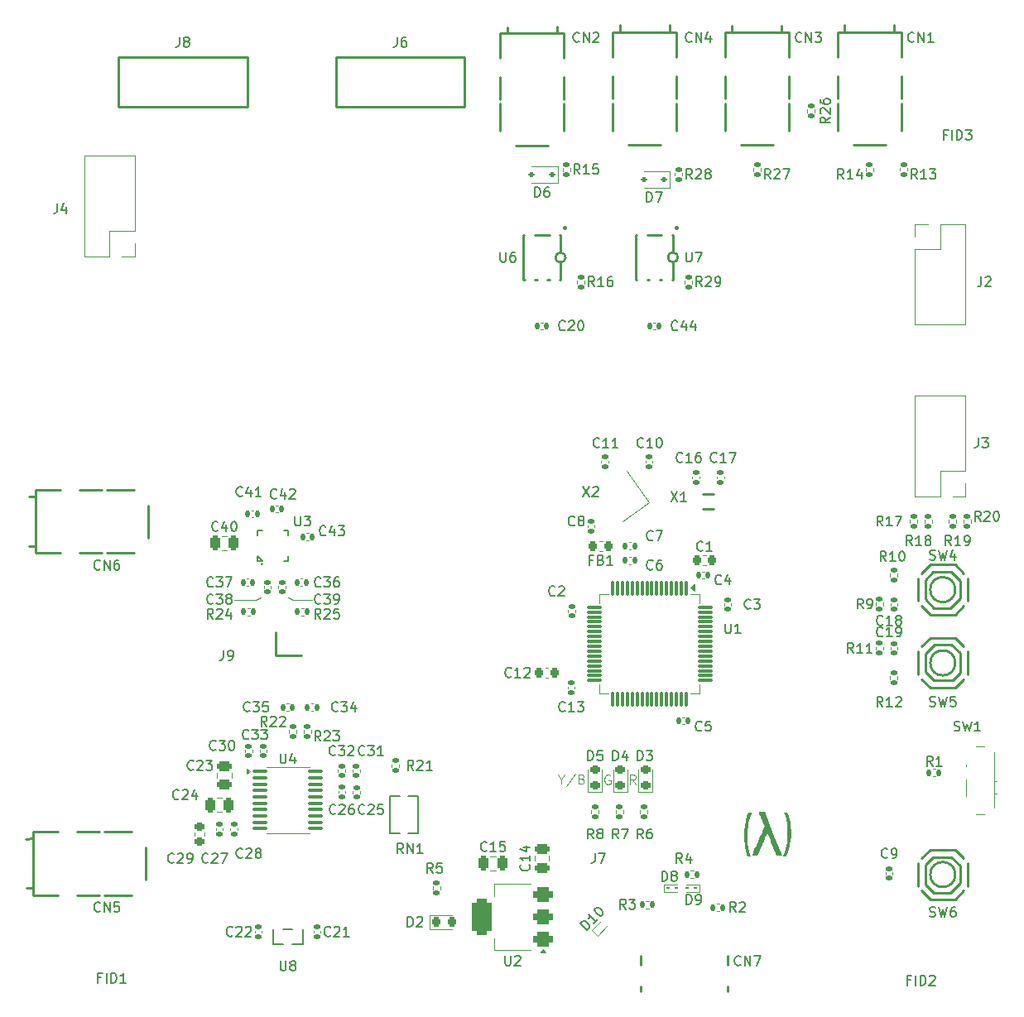
<source format=gto>
G04 #@! TF.GenerationSoftware,KiCad,Pcbnew,8.0.5*
G04 #@! TF.CreationDate,2024-12-21T22:20:06-05:00*
G04 #@! TF.ProjectId,stm-midi-poc1,73746d2d-6d69-4646-992d-706f63312e6b,1*
G04 #@! TF.SameCoordinates,Original*
G04 #@! TF.FileFunction,Legend,Top*
G04 #@! TF.FilePolarity,Positive*
%FSLAX46Y46*%
G04 Gerber Fmt 4.6, Leading zero omitted, Abs format (unit mm)*
G04 Created by KiCad (PCBNEW 8.0.5) date 2024-12-21 22:20:06*
%MOMM*%
%LPD*%
G01*
G04 APERTURE LIST*
G04 Aperture macros list*
%AMRoundRect*
0 Rectangle with rounded corners*
0 $1 Rounding radius*
0 $2 $3 $4 $5 $6 $7 $8 $9 X,Y pos of 4 corners*
0 Add a 4 corners polygon primitive as box body*
4,1,4,$2,$3,$4,$5,$6,$7,$8,$9,$2,$3,0*
0 Add four circle primitives for the rounded corners*
1,1,$1+$1,$2,$3*
1,1,$1+$1,$4,$5*
1,1,$1+$1,$6,$7*
1,1,$1+$1,$8,$9*
0 Add four rect primitives between the rounded corners*
20,1,$1+$1,$2,$3,$4,$5,0*
20,1,$1+$1,$4,$5,$6,$7,0*
20,1,$1+$1,$6,$7,$8,$9,0*
20,1,$1+$1,$8,$9,$2,$3,0*%
%AMRotRect*
0 Rectangle, with rotation*
0 The origin of the aperture is its center*
0 $1 length*
0 $2 width*
0 $3 Rotation angle, in degrees counterclockwise*
0 Add horizontal line*
21,1,$1,$2,0,0,$3*%
G04 Aperture macros list end*
%ADD10C,0.100000*%
%ADD11C,0.150000*%
%ADD12C,0.250000*%
%ADD13C,0.120000*%
%ADD14C,0.000000*%
%ADD15C,0.400000*%
%ADD16C,0.200000*%
%ADD17C,1.800000*%
%ADD18RoundRect,0.075000X-0.075000X0.700000X-0.075000X-0.700000X0.075000X-0.700000X0.075000X0.700000X0*%
%ADD19RoundRect,0.075000X-0.700000X0.075000X-0.700000X-0.075000X0.700000X-0.075000X0.700000X0.075000X0*%
%ADD20RoundRect,0.140000X0.170000X-0.140000X0.170000X0.140000X-0.170000X0.140000X-0.170000X-0.140000X0*%
%ADD21C,1.200000*%
%ADD22R,3.100000X1.500000*%
%ADD23RoundRect,0.225000X-0.250000X0.225000X-0.250000X-0.225000X0.250000X-0.225000X0.250000X0.225000X0*%
%ADD24RoundRect,0.135000X-0.185000X0.135000X-0.185000X-0.135000X0.185000X-0.135000X0.185000X0.135000X0*%
%ADD25RoundRect,0.140000X0.140000X0.170000X-0.140000X0.170000X-0.140000X-0.170000X0.140000X-0.170000X0*%
%ADD26R,1.700000X1.000000*%
%ADD27R,1.700000X1.700000*%
%ADD28O,1.700000X1.700000*%
%ADD29RoundRect,0.100000X-0.637500X-0.100000X0.637500X-0.100000X0.637500X0.100000X-0.637500X0.100000X0*%
%ADD30RoundRect,0.135000X0.185000X-0.135000X0.185000X0.135000X-0.185000X0.135000X-0.185000X-0.135000X0*%
%ADD31R,0.700000X1.250000*%
%ADD32RoundRect,0.140000X-0.140000X-0.170000X0.140000X-0.170000X0.140000X0.170000X-0.140000X0.170000X0*%
%ADD33RoundRect,0.140000X-0.170000X0.140000X-0.170000X-0.140000X0.170000X-0.140000X0.170000X0.140000X0*%
%ADD34RoundRect,0.062500X0.117500X0.062500X-0.117500X0.062500X-0.117500X-0.062500X0.117500X-0.062500X0*%
%ADD35RoundRect,0.250000X-0.250000X-0.475000X0.250000X-0.475000X0.250000X0.475000X-0.250000X0.475000X0*%
%ADD36RoundRect,0.218750X0.256250X-0.218750X0.256250X0.218750X-0.256250X0.218750X-0.256250X-0.218750X0*%
%ADD37RoundRect,0.218750X0.218750X0.256250X-0.218750X0.256250X-0.218750X-0.256250X0.218750X-0.256250X0*%
%ADD38RotRect,1.400000X1.200000X125.000000*%
%ADD39R,1.800000X1.800000*%
%ADD40R,1.000000X1.800000*%
%ADD41R,0.800000X1.000000*%
%ADD42C,0.900000*%
%ADD43R,1.500000X0.700000*%
%ADD44R,1.500000X3.100000*%
%ADD45RoundRect,0.225000X0.225000X0.250000X-0.225000X0.250000X-0.225000X-0.250000X0.225000X-0.250000X0*%
%ADD46R,0.280000X0.660000*%
%ADD47R,0.660000X0.280000*%
%ADD48R,1.750000X1.750000*%
%ADD49C,2.200000*%
%ADD50RoundRect,0.135000X0.135000X0.185000X-0.135000X0.185000X-0.135000X-0.185000X0.135000X-0.185000X0*%
%ADD51RoundRect,0.135000X-0.135000X-0.185000X0.135000X-0.185000X0.135000X0.185000X-0.135000X0.185000X0*%
%ADD52RoundRect,0.375000X0.625000X0.375000X-0.625000X0.375000X-0.625000X-0.375000X0.625000X-0.375000X0*%
%ADD53RoundRect,0.500000X0.500000X1.400000X-0.500000X1.400000X-0.500000X-1.400000X0.500000X-1.400000X0*%
%ADD54O,1.000000X1.900000*%
%ADD55O,1.000000X1.800000*%
%ADD56R,0.600000X1.150000*%
%ADD57R,0.300000X1.150000*%
%ADD58RoundRect,0.250000X0.475000X-0.250000X0.475000X0.250000X-0.475000X0.250000X-0.475000X-0.250000X0*%
%ADD59RoundRect,0.112500X0.187500X0.112500X-0.187500X0.112500X-0.187500X-0.112500X0.187500X-0.112500X0*%
%ADD60C,2.000000*%
%ADD61O,0.650000X2.000000*%
%ADD62RoundRect,0.250000X-0.475000X0.250000X-0.475000X-0.250000X0.475000X-0.250000X0.475000X0.250000X0*%
%ADD63RoundRect,0.250000X0.250000X0.475000X-0.250000X0.475000X-0.250000X-0.475000X0.250000X-0.475000X0*%
%ADD64RoundRect,0.225000X-0.225000X-0.250000X0.225000X-0.250000X0.225000X0.250000X-0.225000X0.250000X0*%
%ADD65RoundRect,0.062500X-0.117500X-0.062500X0.117500X-0.062500X0.117500X0.062500X-0.117500X0.062500X0*%
%ADD66R,0.800000X0.650000*%
%ADD67R,0.800000X0.500000*%
%ADD68RoundRect,0.218750X-0.218750X-0.256250X0.218750X-0.256250X0.218750X0.256250X-0.218750X0.256250X0*%
%ADD69RoundRect,0.062500X0.038891X0.127279X-0.127279X-0.038891X-0.038891X-0.127279X0.127279X0.038891X0*%
G04 APERTURE END LIST*
D10*
X130750000Y-95500000D02*
X131250000Y-95250000D01*
X128500000Y-95500000D02*
X130750000Y-95500000D01*
X134500000Y-95500000D02*
X134000000Y-95250000D01*
X136500000Y-95500000D02*
X134500000Y-95500000D01*
X161994360Y-113896228D02*
X161994360Y-114372419D01*
X161661027Y-113372419D02*
X161994360Y-113896228D01*
X161994360Y-113896228D02*
X162327693Y-113372419D01*
X163375312Y-113324800D02*
X162518170Y-114610514D01*
X164041979Y-113848609D02*
X164184836Y-113896228D01*
X164184836Y-113896228D02*
X164232455Y-113943847D01*
X164232455Y-113943847D02*
X164280074Y-114039085D01*
X164280074Y-114039085D02*
X164280074Y-114181942D01*
X164280074Y-114181942D02*
X164232455Y-114277180D01*
X164232455Y-114277180D02*
X164184836Y-114324800D01*
X164184836Y-114324800D02*
X164089598Y-114372419D01*
X164089598Y-114372419D02*
X163708646Y-114372419D01*
X163708646Y-114372419D02*
X163708646Y-113372419D01*
X163708646Y-113372419D02*
X164041979Y-113372419D01*
X164041979Y-113372419D02*
X164137217Y-113420038D01*
X164137217Y-113420038D02*
X164184836Y-113467657D01*
X164184836Y-113467657D02*
X164232455Y-113562895D01*
X164232455Y-113562895D02*
X164232455Y-113658133D01*
X164232455Y-113658133D02*
X164184836Y-113753371D01*
X164184836Y-113753371D02*
X164137217Y-113800990D01*
X164137217Y-113800990D02*
X164041979Y-113848609D01*
X164041979Y-113848609D02*
X163708646Y-113848609D01*
X166963851Y-113456462D02*
X166868613Y-113408843D01*
X166868613Y-113408843D02*
X166725756Y-113408843D01*
X166725756Y-113408843D02*
X166582899Y-113456462D01*
X166582899Y-113456462D02*
X166487661Y-113551700D01*
X166487661Y-113551700D02*
X166440042Y-113646938D01*
X166440042Y-113646938D02*
X166392423Y-113837414D01*
X166392423Y-113837414D02*
X166392423Y-113980271D01*
X166392423Y-113980271D02*
X166440042Y-114170747D01*
X166440042Y-114170747D02*
X166487661Y-114265985D01*
X166487661Y-114265985D02*
X166582899Y-114361224D01*
X166582899Y-114361224D02*
X166725756Y-114408843D01*
X166725756Y-114408843D02*
X166820994Y-114408843D01*
X166820994Y-114408843D02*
X166963851Y-114361224D01*
X166963851Y-114361224D02*
X167011470Y-114313604D01*
X167011470Y-114313604D02*
X167011470Y-113980271D01*
X167011470Y-113980271D02*
X166820994Y-113980271D01*
X169568345Y-114408843D02*
X169235012Y-113932652D01*
X168996917Y-114408843D02*
X168996917Y-113408843D01*
X168996917Y-113408843D02*
X169377869Y-113408843D01*
X169377869Y-113408843D02*
X169473107Y-113456462D01*
X169473107Y-113456462D02*
X169520726Y-113504081D01*
X169520726Y-113504081D02*
X169568345Y-113599319D01*
X169568345Y-113599319D02*
X169568345Y-113742176D01*
X169568345Y-113742176D02*
X169520726Y-113837414D01*
X169520726Y-113837414D02*
X169473107Y-113885033D01*
X169473107Y-113885033D02*
X169377869Y-113932652D01*
X169377869Y-113932652D02*
X168996917Y-113932652D01*
D11*
X127416666Y-100704819D02*
X127416666Y-101419104D01*
X127416666Y-101419104D02*
X127369047Y-101561961D01*
X127369047Y-101561961D02*
X127273809Y-101657200D01*
X127273809Y-101657200D02*
X127130952Y-101704819D01*
X127130952Y-101704819D02*
X127035714Y-101704819D01*
X127940476Y-101704819D02*
X128130952Y-101704819D01*
X128130952Y-101704819D02*
X128226190Y-101657200D01*
X128226190Y-101657200D02*
X128273809Y-101609580D01*
X128273809Y-101609580D02*
X128369047Y-101466723D01*
X128369047Y-101466723D02*
X128416666Y-101276247D01*
X128416666Y-101276247D02*
X128416666Y-100895295D01*
X128416666Y-100895295D02*
X128369047Y-100800057D01*
X128369047Y-100800057D02*
X128321428Y-100752438D01*
X128321428Y-100752438D02*
X128226190Y-100704819D01*
X128226190Y-100704819D02*
X128035714Y-100704819D01*
X128035714Y-100704819D02*
X127940476Y-100752438D01*
X127940476Y-100752438D02*
X127892857Y-100800057D01*
X127892857Y-100800057D02*
X127845238Y-100895295D01*
X127845238Y-100895295D02*
X127845238Y-101133390D01*
X127845238Y-101133390D02*
X127892857Y-101228628D01*
X127892857Y-101228628D02*
X127940476Y-101276247D01*
X127940476Y-101276247D02*
X128035714Y-101323866D01*
X128035714Y-101323866D02*
X128226190Y-101323866D01*
X128226190Y-101323866D02*
X128321428Y-101276247D01*
X128321428Y-101276247D02*
X128369047Y-101228628D01*
X128369047Y-101228628D02*
X128416666Y-101133390D01*
X178738095Y-97954819D02*
X178738095Y-98764342D01*
X178738095Y-98764342D02*
X178785714Y-98859580D01*
X178785714Y-98859580D02*
X178833333Y-98907200D01*
X178833333Y-98907200D02*
X178928571Y-98954819D01*
X178928571Y-98954819D02*
X179119047Y-98954819D01*
X179119047Y-98954819D02*
X179214285Y-98907200D01*
X179214285Y-98907200D02*
X179261904Y-98859580D01*
X179261904Y-98859580D02*
X179309523Y-98764342D01*
X179309523Y-98764342D02*
X179309523Y-97954819D01*
X180309523Y-98954819D02*
X179738095Y-98954819D01*
X180023809Y-98954819D02*
X180023809Y-97954819D01*
X180023809Y-97954819D02*
X179928571Y-98097676D01*
X179928571Y-98097676D02*
X179833333Y-98192914D01*
X179833333Y-98192914D02*
X179738095Y-98240533D01*
X174357142Y-81359580D02*
X174309523Y-81407200D01*
X174309523Y-81407200D02*
X174166666Y-81454819D01*
X174166666Y-81454819D02*
X174071428Y-81454819D01*
X174071428Y-81454819D02*
X173928571Y-81407200D01*
X173928571Y-81407200D02*
X173833333Y-81311961D01*
X173833333Y-81311961D02*
X173785714Y-81216723D01*
X173785714Y-81216723D02*
X173738095Y-81026247D01*
X173738095Y-81026247D02*
X173738095Y-80883390D01*
X173738095Y-80883390D02*
X173785714Y-80692914D01*
X173785714Y-80692914D02*
X173833333Y-80597676D01*
X173833333Y-80597676D02*
X173928571Y-80502438D01*
X173928571Y-80502438D02*
X174071428Y-80454819D01*
X174071428Y-80454819D02*
X174166666Y-80454819D01*
X174166666Y-80454819D02*
X174309523Y-80502438D01*
X174309523Y-80502438D02*
X174357142Y-80550057D01*
X175309523Y-81454819D02*
X174738095Y-81454819D01*
X175023809Y-81454819D02*
X175023809Y-80454819D01*
X175023809Y-80454819D02*
X174928571Y-80597676D01*
X174928571Y-80597676D02*
X174833333Y-80692914D01*
X174833333Y-80692914D02*
X174738095Y-80740533D01*
X176166666Y-80454819D02*
X175976190Y-80454819D01*
X175976190Y-80454819D02*
X175880952Y-80502438D01*
X175880952Y-80502438D02*
X175833333Y-80550057D01*
X175833333Y-80550057D02*
X175738095Y-80692914D01*
X175738095Y-80692914D02*
X175690476Y-80883390D01*
X175690476Y-80883390D02*
X175690476Y-81264342D01*
X175690476Y-81264342D02*
X175738095Y-81359580D01*
X175738095Y-81359580D02*
X175785714Y-81407200D01*
X175785714Y-81407200D02*
X175880952Y-81454819D01*
X175880952Y-81454819D02*
X176071428Y-81454819D01*
X176071428Y-81454819D02*
X176166666Y-81407200D01*
X176166666Y-81407200D02*
X176214285Y-81359580D01*
X176214285Y-81359580D02*
X176261904Y-81264342D01*
X176261904Y-81264342D02*
X176261904Y-81026247D01*
X176261904Y-81026247D02*
X176214285Y-80931009D01*
X176214285Y-80931009D02*
X176166666Y-80883390D01*
X176166666Y-80883390D02*
X176071428Y-80835771D01*
X176071428Y-80835771D02*
X175880952Y-80835771D01*
X175880952Y-80835771D02*
X175785714Y-80883390D01*
X175785714Y-80883390D02*
X175738095Y-80931009D01*
X175738095Y-80931009D02*
X175690476Y-81026247D01*
X175309523Y-38359580D02*
X175261904Y-38407200D01*
X175261904Y-38407200D02*
X175119047Y-38454819D01*
X175119047Y-38454819D02*
X175023809Y-38454819D01*
X175023809Y-38454819D02*
X174880952Y-38407200D01*
X174880952Y-38407200D02*
X174785714Y-38311961D01*
X174785714Y-38311961D02*
X174738095Y-38216723D01*
X174738095Y-38216723D02*
X174690476Y-38026247D01*
X174690476Y-38026247D02*
X174690476Y-37883390D01*
X174690476Y-37883390D02*
X174738095Y-37692914D01*
X174738095Y-37692914D02*
X174785714Y-37597676D01*
X174785714Y-37597676D02*
X174880952Y-37502438D01*
X174880952Y-37502438D02*
X175023809Y-37454819D01*
X175023809Y-37454819D02*
X175119047Y-37454819D01*
X175119047Y-37454819D02*
X175261904Y-37502438D01*
X175261904Y-37502438D02*
X175309523Y-37550057D01*
X175738095Y-38454819D02*
X175738095Y-37454819D01*
X175738095Y-37454819D02*
X176309523Y-38454819D01*
X176309523Y-38454819D02*
X176309523Y-37454819D01*
X177214285Y-37788152D02*
X177214285Y-38454819D01*
X176976190Y-37407200D02*
X176738095Y-38121485D01*
X176738095Y-38121485D02*
X177357142Y-38121485D01*
X161333333Y-95029379D02*
X161285714Y-95076999D01*
X161285714Y-95076999D02*
X161142857Y-95124618D01*
X161142857Y-95124618D02*
X161047619Y-95124618D01*
X161047619Y-95124618D02*
X160904762Y-95076999D01*
X160904762Y-95076999D02*
X160809524Y-94981760D01*
X160809524Y-94981760D02*
X160761905Y-94886522D01*
X160761905Y-94886522D02*
X160714286Y-94696046D01*
X160714286Y-94696046D02*
X160714286Y-94553189D01*
X160714286Y-94553189D02*
X160761905Y-94362713D01*
X160761905Y-94362713D02*
X160809524Y-94267475D01*
X160809524Y-94267475D02*
X160904762Y-94172237D01*
X160904762Y-94172237D02*
X161047619Y-94124618D01*
X161047619Y-94124618D02*
X161142857Y-94124618D01*
X161142857Y-94124618D02*
X161285714Y-94172237D01*
X161285714Y-94172237D02*
X161333333Y-94219856D01*
X161714286Y-94219856D02*
X161761905Y-94172237D01*
X161761905Y-94172237D02*
X161857143Y-94124618D01*
X161857143Y-94124618D02*
X162095238Y-94124618D01*
X162095238Y-94124618D02*
X162190476Y-94172237D01*
X162190476Y-94172237D02*
X162238095Y-94219856D01*
X162238095Y-94219856D02*
X162285714Y-94315094D01*
X162285714Y-94315094D02*
X162285714Y-94410332D01*
X162285714Y-94410332D02*
X162238095Y-94553189D01*
X162238095Y-94553189D02*
X161666667Y-95124618D01*
X161666667Y-95124618D02*
X162285714Y-95124618D01*
X122357142Y-122359580D02*
X122309523Y-122407200D01*
X122309523Y-122407200D02*
X122166666Y-122454819D01*
X122166666Y-122454819D02*
X122071428Y-122454819D01*
X122071428Y-122454819D02*
X121928571Y-122407200D01*
X121928571Y-122407200D02*
X121833333Y-122311961D01*
X121833333Y-122311961D02*
X121785714Y-122216723D01*
X121785714Y-122216723D02*
X121738095Y-122026247D01*
X121738095Y-122026247D02*
X121738095Y-121883390D01*
X121738095Y-121883390D02*
X121785714Y-121692914D01*
X121785714Y-121692914D02*
X121833333Y-121597676D01*
X121833333Y-121597676D02*
X121928571Y-121502438D01*
X121928571Y-121502438D02*
X122071428Y-121454819D01*
X122071428Y-121454819D02*
X122166666Y-121454819D01*
X122166666Y-121454819D02*
X122309523Y-121502438D01*
X122309523Y-121502438D02*
X122357142Y-121550057D01*
X122738095Y-121550057D02*
X122785714Y-121502438D01*
X122785714Y-121502438D02*
X122880952Y-121454819D01*
X122880952Y-121454819D02*
X123119047Y-121454819D01*
X123119047Y-121454819D02*
X123214285Y-121502438D01*
X123214285Y-121502438D02*
X123261904Y-121550057D01*
X123261904Y-121550057D02*
X123309523Y-121645295D01*
X123309523Y-121645295D02*
X123309523Y-121740533D01*
X123309523Y-121740533D02*
X123261904Y-121883390D01*
X123261904Y-121883390D02*
X122690476Y-122454819D01*
X122690476Y-122454819D02*
X123309523Y-122454819D01*
X123785714Y-122454819D02*
X123976190Y-122454819D01*
X123976190Y-122454819D02*
X124071428Y-122407200D01*
X124071428Y-122407200D02*
X124119047Y-122359580D01*
X124119047Y-122359580D02*
X124214285Y-122216723D01*
X124214285Y-122216723D02*
X124261904Y-122026247D01*
X124261904Y-122026247D02*
X124261904Y-121645295D01*
X124261904Y-121645295D02*
X124214285Y-121550057D01*
X124214285Y-121550057D02*
X124166666Y-121502438D01*
X124166666Y-121502438D02*
X124071428Y-121454819D01*
X124071428Y-121454819D02*
X123880952Y-121454819D01*
X123880952Y-121454819D02*
X123785714Y-121502438D01*
X123785714Y-121502438D02*
X123738095Y-121550057D01*
X123738095Y-121550057D02*
X123690476Y-121645295D01*
X123690476Y-121645295D02*
X123690476Y-121883390D01*
X123690476Y-121883390D02*
X123738095Y-121978628D01*
X123738095Y-121978628D02*
X123785714Y-122026247D01*
X123785714Y-122026247D02*
X123880952Y-122073866D01*
X123880952Y-122073866D02*
X124071428Y-122073866D01*
X124071428Y-122073866D02*
X124166666Y-122026247D01*
X124166666Y-122026247D02*
X124214285Y-121978628D01*
X124214285Y-121978628D02*
X124261904Y-121883390D01*
X198357142Y-52454819D02*
X198023809Y-51978628D01*
X197785714Y-52454819D02*
X197785714Y-51454819D01*
X197785714Y-51454819D02*
X198166666Y-51454819D01*
X198166666Y-51454819D02*
X198261904Y-51502438D01*
X198261904Y-51502438D02*
X198309523Y-51550057D01*
X198309523Y-51550057D02*
X198357142Y-51645295D01*
X198357142Y-51645295D02*
X198357142Y-51788152D01*
X198357142Y-51788152D02*
X198309523Y-51883390D01*
X198309523Y-51883390D02*
X198261904Y-51931009D01*
X198261904Y-51931009D02*
X198166666Y-51978628D01*
X198166666Y-51978628D02*
X197785714Y-51978628D01*
X199309523Y-52454819D02*
X198738095Y-52454819D01*
X199023809Y-52454819D02*
X199023809Y-51454819D01*
X199023809Y-51454819D02*
X198928571Y-51597676D01*
X198928571Y-51597676D02*
X198833333Y-51692914D01*
X198833333Y-51692914D02*
X198738095Y-51740533D01*
X199642857Y-51454819D02*
X200261904Y-51454819D01*
X200261904Y-51454819D02*
X199928571Y-51835771D01*
X199928571Y-51835771D02*
X200071428Y-51835771D01*
X200071428Y-51835771D02*
X200166666Y-51883390D01*
X200166666Y-51883390D02*
X200214285Y-51931009D01*
X200214285Y-51931009D02*
X200261904Y-52026247D01*
X200261904Y-52026247D02*
X200261904Y-52264342D01*
X200261904Y-52264342D02*
X200214285Y-52359580D01*
X200214285Y-52359580D02*
X200166666Y-52407200D01*
X200166666Y-52407200D02*
X200071428Y-52454819D01*
X200071428Y-52454819D02*
X199785714Y-52454819D01*
X199785714Y-52454819D02*
X199690476Y-52407200D01*
X199690476Y-52407200D02*
X199642857Y-52359580D01*
X130107142Y-106859580D02*
X130059523Y-106907200D01*
X130059523Y-106907200D02*
X129916666Y-106954819D01*
X129916666Y-106954819D02*
X129821428Y-106954819D01*
X129821428Y-106954819D02*
X129678571Y-106907200D01*
X129678571Y-106907200D02*
X129583333Y-106811961D01*
X129583333Y-106811961D02*
X129535714Y-106716723D01*
X129535714Y-106716723D02*
X129488095Y-106526247D01*
X129488095Y-106526247D02*
X129488095Y-106383390D01*
X129488095Y-106383390D02*
X129535714Y-106192914D01*
X129535714Y-106192914D02*
X129583333Y-106097676D01*
X129583333Y-106097676D02*
X129678571Y-106002438D01*
X129678571Y-106002438D02*
X129821428Y-105954819D01*
X129821428Y-105954819D02*
X129916666Y-105954819D01*
X129916666Y-105954819D02*
X130059523Y-106002438D01*
X130059523Y-106002438D02*
X130107142Y-106050057D01*
X130440476Y-105954819D02*
X131059523Y-105954819D01*
X131059523Y-105954819D02*
X130726190Y-106335771D01*
X130726190Y-106335771D02*
X130869047Y-106335771D01*
X130869047Y-106335771D02*
X130964285Y-106383390D01*
X130964285Y-106383390D02*
X131011904Y-106431009D01*
X131011904Y-106431009D02*
X131059523Y-106526247D01*
X131059523Y-106526247D02*
X131059523Y-106764342D01*
X131059523Y-106764342D02*
X131011904Y-106859580D01*
X131011904Y-106859580D02*
X130964285Y-106907200D01*
X130964285Y-106907200D02*
X130869047Y-106954819D01*
X130869047Y-106954819D02*
X130583333Y-106954819D01*
X130583333Y-106954819D02*
X130488095Y-106907200D01*
X130488095Y-106907200D02*
X130440476Y-106859580D01*
X131964285Y-105954819D02*
X131488095Y-105954819D01*
X131488095Y-105954819D02*
X131440476Y-106431009D01*
X131440476Y-106431009D02*
X131488095Y-106383390D01*
X131488095Y-106383390D02*
X131583333Y-106335771D01*
X131583333Y-106335771D02*
X131821428Y-106335771D01*
X131821428Y-106335771D02*
X131916666Y-106383390D01*
X131916666Y-106383390D02*
X131964285Y-106431009D01*
X131964285Y-106431009D02*
X132011904Y-106526247D01*
X132011904Y-106526247D02*
X132011904Y-106764342D01*
X132011904Y-106764342D02*
X131964285Y-106859580D01*
X131964285Y-106859580D02*
X131916666Y-106907200D01*
X131916666Y-106907200D02*
X131821428Y-106954819D01*
X131821428Y-106954819D02*
X131583333Y-106954819D01*
X131583333Y-106954819D02*
X131488095Y-106907200D01*
X131488095Y-106907200D02*
X131440476Y-106859580D01*
X199657848Y-106385676D02*
X199800705Y-106433295D01*
X199800705Y-106433295D02*
X200038800Y-106433295D01*
X200038800Y-106433295D02*
X200134038Y-106385676D01*
X200134038Y-106385676D02*
X200181657Y-106338056D01*
X200181657Y-106338056D02*
X200229276Y-106242818D01*
X200229276Y-106242818D02*
X200229276Y-106147580D01*
X200229276Y-106147580D02*
X200181657Y-106052342D01*
X200181657Y-106052342D02*
X200134038Y-106004723D01*
X200134038Y-106004723D02*
X200038800Y-105957104D01*
X200038800Y-105957104D02*
X199848324Y-105909485D01*
X199848324Y-105909485D02*
X199753086Y-105861866D01*
X199753086Y-105861866D02*
X199705467Y-105814247D01*
X199705467Y-105814247D02*
X199657848Y-105719009D01*
X199657848Y-105719009D02*
X199657848Y-105623771D01*
X199657848Y-105623771D02*
X199705467Y-105528533D01*
X199705467Y-105528533D02*
X199753086Y-105480914D01*
X199753086Y-105480914D02*
X199848324Y-105433295D01*
X199848324Y-105433295D02*
X200086419Y-105433295D01*
X200086419Y-105433295D02*
X200229276Y-105480914D01*
X200562610Y-105433295D02*
X200800705Y-106433295D01*
X200800705Y-106433295D02*
X200991181Y-105719009D01*
X200991181Y-105719009D02*
X201181657Y-106433295D01*
X201181657Y-106433295D02*
X201419753Y-105433295D01*
X202276895Y-105433295D02*
X201800705Y-105433295D01*
X201800705Y-105433295D02*
X201753086Y-105909485D01*
X201753086Y-105909485D02*
X201800705Y-105861866D01*
X201800705Y-105861866D02*
X201895943Y-105814247D01*
X201895943Y-105814247D02*
X202134038Y-105814247D01*
X202134038Y-105814247D02*
X202229276Y-105861866D01*
X202229276Y-105861866D02*
X202276895Y-105909485D01*
X202276895Y-105909485D02*
X202324514Y-106004723D01*
X202324514Y-106004723D02*
X202324514Y-106242818D01*
X202324514Y-106242818D02*
X202276895Y-106338056D01*
X202276895Y-106338056D02*
X202229276Y-106385676D01*
X202229276Y-106385676D02*
X202134038Y-106433295D01*
X202134038Y-106433295D02*
X201895943Y-106433295D01*
X201895943Y-106433295D02*
X201800705Y-106385676D01*
X201800705Y-106385676D02*
X201753086Y-106338056D01*
X204916666Y-62454819D02*
X204916666Y-63169104D01*
X204916666Y-63169104D02*
X204869047Y-63311961D01*
X204869047Y-63311961D02*
X204773809Y-63407200D01*
X204773809Y-63407200D02*
X204630952Y-63454819D01*
X204630952Y-63454819D02*
X204535714Y-63454819D01*
X205345238Y-62550057D02*
X205392857Y-62502438D01*
X205392857Y-62502438D02*
X205488095Y-62454819D01*
X205488095Y-62454819D02*
X205726190Y-62454819D01*
X205726190Y-62454819D02*
X205821428Y-62502438D01*
X205821428Y-62502438D02*
X205869047Y-62550057D01*
X205869047Y-62550057D02*
X205916666Y-62645295D01*
X205916666Y-62645295D02*
X205916666Y-62740533D01*
X205916666Y-62740533D02*
X205869047Y-62883390D01*
X205869047Y-62883390D02*
X205297619Y-63454819D01*
X205297619Y-63454819D02*
X205916666Y-63454819D01*
X173857142Y-67859580D02*
X173809523Y-67907200D01*
X173809523Y-67907200D02*
X173666666Y-67954819D01*
X173666666Y-67954819D02*
X173571428Y-67954819D01*
X173571428Y-67954819D02*
X173428571Y-67907200D01*
X173428571Y-67907200D02*
X173333333Y-67811961D01*
X173333333Y-67811961D02*
X173285714Y-67716723D01*
X173285714Y-67716723D02*
X173238095Y-67526247D01*
X173238095Y-67526247D02*
X173238095Y-67383390D01*
X173238095Y-67383390D02*
X173285714Y-67192914D01*
X173285714Y-67192914D02*
X173333333Y-67097676D01*
X173333333Y-67097676D02*
X173428571Y-67002438D01*
X173428571Y-67002438D02*
X173571428Y-66954819D01*
X173571428Y-66954819D02*
X173666666Y-66954819D01*
X173666666Y-66954819D02*
X173809523Y-67002438D01*
X173809523Y-67002438D02*
X173857142Y-67050057D01*
X174714285Y-67288152D02*
X174714285Y-67954819D01*
X174476190Y-66907200D02*
X174238095Y-67621485D01*
X174238095Y-67621485D02*
X174857142Y-67621485D01*
X175666666Y-67288152D02*
X175666666Y-67954819D01*
X175428571Y-66907200D02*
X175190476Y-67621485D01*
X175190476Y-67621485D02*
X175809523Y-67621485D01*
X133238095Y-111254819D02*
X133238095Y-112064342D01*
X133238095Y-112064342D02*
X133285714Y-112159580D01*
X133285714Y-112159580D02*
X133333333Y-112207200D01*
X133333333Y-112207200D02*
X133428571Y-112254819D01*
X133428571Y-112254819D02*
X133619047Y-112254819D01*
X133619047Y-112254819D02*
X133714285Y-112207200D01*
X133714285Y-112207200D02*
X133761904Y-112159580D01*
X133761904Y-112159580D02*
X133809523Y-112064342D01*
X133809523Y-112064342D02*
X133809523Y-111254819D01*
X134714285Y-111588152D02*
X134714285Y-112254819D01*
X134476190Y-111207200D02*
X134238095Y-111921485D01*
X134238095Y-111921485D02*
X134857142Y-111921485D01*
X204857142Y-87454819D02*
X204523809Y-86978628D01*
X204285714Y-87454819D02*
X204285714Y-86454819D01*
X204285714Y-86454819D02*
X204666666Y-86454819D01*
X204666666Y-86454819D02*
X204761904Y-86502438D01*
X204761904Y-86502438D02*
X204809523Y-86550057D01*
X204809523Y-86550057D02*
X204857142Y-86645295D01*
X204857142Y-86645295D02*
X204857142Y-86788152D01*
X204857142Y-86788152D02*
X204809523Y-86883390D01*
X204809523Y-86883390D02*
X204761904Y-86931009D01*
X204761904Y-86931009D02*
X204666666Y-86978628D01*
X204666666Y-86978628D02*
X204285714Y-86978628D01*
X205238095Y-86550057D02*
X205285714Y-86502438D01*
X205285714Y-86502438D02*
X205380952Y-86454819D01*
X205380952Y-86454819D02*
X205619047Y-86454819D01*
X205619047Y-86454819D02*
X205714285Y-86502438D01*
X205714285Y-86502438D02*
X205761904Y-86550057D01*
X205761904Y-86550057D02*
X205809523Y-86645295D01*
X205809523Y-86645295D02*
X205809523Y-86740533D01*
X205809523Y-86740533D02*
X205761904Y-86883390D01*
X205761904Y-86883390D02*
X205190476Y-87454819D01*
X205190476Y-87454819D02*
X205809523Y-87454819D01*
X206428571Y-86454819D02*
X206523809Y-86454819D01*
X206523809Y-86454819D02*
X206619047Y-86502438D01*
X206619047Y-86502438D02*
X206666666Y-86550057D01*
X206666666Y-86550057D02*
X206714285Y-86645295D01*
X206714285Y-86645295D02*
X206761904Y-86835771D01*
X206761904Y-86835771D02*
X206761904Y-87073866D01*
X206761904Y-87073866D02*
X206714285Y-87264342D01*
X206714285Y-87264342D02*
X206666666Y-87359580D01*
X206666666Y-87359580D02*
X206619047Y-87407200D01*
X206619047Y-87407200D02*
X206523809Y-87454819D01*
X206523809Y-87454819D02*
X206428571Y-87454819D01*
X206428571Y-87454819D02*
X206333333Y-87407200D01*
X206333333Y-87407200D02*
X206285714Y-87359580D01*
X206285714Y-87359580D02*
X206238095Y-87264342D01*
X206238095Y-87264342D02*
X206190476Y-87073866D01*
X206190476Y-87073866D02*
X206190476Y-86835771D01*
X206190476Y-86835771D02*
X206238095Y-86645295D01*
X206238095Y-86645295D02*
X206285714Y-86550057D01*
X206285714Y-86550057D02*
X206333333Y-86502438D01*
X206333333Y-86502438D02*
X206428571Y-86454819D01*
X133238095Y-132454819D02*
X133238095Y-133264342D01*
X133238095Y-133264342D02*
X133285714Y-133359580D01*
X133285714Y-133359580D02*
X133333333Y-133407200D01*
X133333333Y-133407200D02*
X133428571Y-133454819D01*
X133428571Y-133454819D02*
X133619047Y-133454819D01*
X133619047Y-133454819D02*
X133714285Y-133407200D01*
X133714285Y-133407200D02*
X133761904Y-133359580D01*
X133761904Y-133359580D02*
X133809523Y-133264342D01*
X133809523Y-133264342D02*
X133809523Y-132454819D01*
X134428571Y-132883390D02*
X134333333Y-132835771D01*
X134333333Y-132835771D02*
X134285714Y-132788152D01*
X134285714Y-132788152D02*
X134238095Y-132692914D01*
X134238095Y-132692914D02*
X134238095Y-132645295D01*
X134238095Y-132645295D02*
X134285714Y-132550057D01*
X134285714Y-132550057D02*
X134333333Y-132502438D01*
X134333333Y-132502438D02*
X134428571Y-132454819D01*
X134428571Y-132454819D02*
X134619047Y-132454819D01*
X134619047Y-132454819D02*
X134714285Y-132502438D01*
X134714285Y-132502438D02*
X134761904Y-132550057D01*
X134761904Y-132550057D02*
X134809523Y-132645295D01*
X134809523Y-132645295D02*
X134809523Y-132692914D01*
X134809523Y-132692914D02*
X134761904Y-132788152D01*
X134761904Y-132788152D02*
X134714285Y-132835771D01*
X134714285Y-132835771D02*
X134619047Y-132883390D01*
X134619047Y-132883390D02*
X134428571Y-132883390D01*
X134428571Y-132883390D02*
X134333333Y-132931009D01*
X134333333Y-132931009D02*
X134285714Y-132978628D01*
X134285714Y-132978628D02*
X134238095Y-133073866D01*
X134238095Y-133073866D02*
X134238095Y-133264342D01*
X134238095Y-133264342D02*
X134285714Y-133359580D01*
X134285714Y-133359580D02*
X134333333Y-133407200D01*
X134333333Y-133407200D02*
X134428571Y-133454819D01*
X134428571Y-133454819D02*
X134619047Y-133454819D01*
X134619047Y-133454819D02*
X134714285Y-133407200D01*
X134714285Y-133407200D02*
X134761904Y-133359580D01*
X134761904Y-133359580D02*
X134809523Y-133264342D01*
X134809523Y-133264342D02*
X134809523Y-133073866D01*
X134809523Y-133073866D02*
X134761904Y-132978628D01*
X134761904Y-132978628D02*
X134714285Y-132931009D01*
X134714285Y-132931009D02*
X134619047Y-132883390D01*
X139107142Y-106859580D02*
X139059523Y-106907200D01*
X139059523Y-106907200D02*
X138916666Y-106954819D01*
X138916666Y-106954819D02*
X138821428Y-106954819D01*
X138821428Y-106954819D02*
X138678571Y-106907200D01*
X138678571Y-106907200D02*
X138583333Y-106811961D01*
X138583333Y-106811961D02*
X138535714Y-106716723D01*
X138535714Y-106716723D02*
X138488095Y-106526247D01*
X138488095Y-106526247D02*
X138488095Y-106383390D01*
X138488095Y-106383390D02*
X138535714Y-106192914D01*
X138535714Y-106192914D02*
X138583333Y-106097676D01*
X138583333Y-106097676D02*
X138678571Y-106002438D01*
X138678571Y-106002438D02*
X138821428Y-105954819D01*
X138821428Y-105954819D02*
X138916666Y-105954819D01*
X138916666Y-105954819D02*
X139059523Y-106002438D01*
X139059523Y-106002438D02*
X139107142Y-106050057D01*
X139440476Y-105954819D02*
X140059523Y-105954819D01*
X140059523Y-105954819D02*
X139726190Y-106335771D01*
X139726190Y-106335771D02*
X139869047Y-106335771D01*
X139869047Y-106335771D02*
X139964285Y-106383390D01*
X139964285Y-106383390D02*
X140011904Y-106431009D01*
X140011904Y-106431009D02*
X140059523Y-106526247D01*
X140059523Y-106526247D02*
X140059523Y-106764342D01*
X140059523Y-106764342D02*
X140011904Y-106859580D01*
X140011904Y-106859580D02*
X139964285Y-106907200D01*
X139964285Y-106907200D02*
X139869047Y-106954819D01*
X139869047Y-106954819D02*
X139583333Y-106954819D01*
X139583333Y-106954819D02*
X139488095Y-106907200D01*
X139488095Y-106907200D02*
X139440476Y-106859580D01*
X140916666Y-106288152D02*
X140916666Y-106954819D01*
X140678571Y-105907200D02*
X140440476Y-106621485D01*
X140440476Y-106621485D02*
X141059523Y-106621485D01*
X171333333Y-92359580D02*
X171285714Y-92407200D01*
X171285714Y-92407200D02*
X171142857Y-92454819D01*
X171142857Y-92454819D02*
X171047619Y-92454819D01*
X171047619Y-92454819D02*
X170904762Y-92407200D01*
X170904762Y-92407200D02*
X170809524Y-92311961D01*
X170809524Y-92311961D02*
X170761905Y-92216723D01*
X170761905Y-92216723D02*
X170714286Y-92026247D01*
X170714286Y-92026247D02*
X170714286Y-91883390D01*
X170714286Y-91883390D02*
X170761905Y-91692914D01*
X170761905Y-91692914D02*
X170809524Y-91597676D01*
X170809524Y-91597676D02*
X170904762Y-91502438D01*
X170904762Y-91502438D02*
X171047619Y-91454819D01*
X171047619Y-91454819D02*
X171142857Y-91454819D01*
X171142857Y-91454819D02*
X171285714Y-91502438D01*
X171285714Y-91502438D02*
X171333333Y-91550057D01*
X172190476Y-91454819D02*
X172000000Y-91454819D01*
X172000000Y-91454819D02*
X171904762Y-91502438D01*
X171904762Y-91502438D02*
X171857143Y-91550057D01*
X171857143Y-91550057D02*
X171761905Y-91692914D01*
X171761905Y-91692914D02*
X171714286Y-91883390D01*
X171714286Y-91883390D02*
X171714286Y-92264342D01*
X171714286Y-92264342D02*
X171761905Y-92359580D01*
X171761905Y-92359580D02*
X171809524Y-92407200D01*
X171809524Y-92407200D02*
X171904762Y-92454819D01*
X171904762Y-92454819D02*
X172095238Y-92454819D01*
X172095238Y-92454819D02*
X172190476Y-92407200D01*
X172190476Y-92407200D02*
X172238095Y-92359580D01*
X172238095Y-92359580D02*
X172285714Y-92264342D01*
X172285714Y-92264342D02*
X172285714Y-92026247D01*
X172285714Y-92026247D02*
X172238095Y-91931009D01*
X172238095Y-91931009D02*
X172190476Y-91883390D01*
X172190476Y-91883390D02*
X172095238Y-91835771D01*
X172095238Y-91835771D02*
X171904762Y-91835771D01*
X171904762Y-91835771D02*
X171809524Y-91883390D01*
X171809524Y-91883390D02*
X171761905Y-91931009D01*
X171761905Y-91931009D02*
X171714286Y-92026247D01*
X171333333Y-89359580D02*
X171285714Y-89407200D01*
X171285714Y-89407200D02*
X171142857Y-89454819D01*
X171142857Y-89454819D02*
X171047619Y-89454819D01*
X171047619Y-89454819D02*
X170904762Y-89407200D01*
X170904762Y-89407200D02*
X170809524Y-89311961D01*
X170809524Y-89311961D02*
X170761905Y-89216723D01*
X170761905Y-89216723D02*
X170714286Y-89026247D01*
X170714286Y-89026247D02*
X170714286Y-88883390D01*
X170714286Y-88883390D02*
X170761905Y-88692914D01*
X170761905Y-88692914D02*
X170809524Y-88597676D01*
X170809524Y-88597676D02*
X170904762Y-88502438D01*
X170904762Y-88502438D02*
X171047619Y-88454819D01*
X171047619Y-88454819D02*
X171142857Y-88454819D01*
X171142857Y-88454819D02*
X171285714Y-88502438D01*
X171285714Y-88502438D02*
X171333333Y-88550057D01*
X171666667Y-88454819D02*
X172333333Y-88454819D01*
X172333333Y-88454819D02*
X171904762Y-89454819D01*
X138883687Y-117359580D02*
X138836068Y-117407200D01*
X138836068Y-117407200D02*
X138693211Y-117454819D01*
X138693211Y-117454819D02*
X138597973Y-117454819D01*
X138597973Y-117454819D02*
X138455116Y-117407200D01*
X138455116Y-117407200D02*
X138359878Y-117311961D01*
X138359878Y-117311961D02*
X138312259Y-117216723D01*
X138312259Y-117216723D02*
X138264640Y-117026247D01*
X138264640Y-117026247D02*
X138264640Y-116883390D01*
X138264640Y-116883390D02*
X138312259Y-116692914D01*
X138312259Y-116692914D02*
X138359878Y-116597676D01*
X138359878Y-116597676D02*
X138455116Y-116502438D01*
X138455116Y-116502438D02*
X138597973Y-116454819D01*
X138597973Y-116454819D02*
X138693211Y-116454819D01*
X138693211Y-116454819D02*
X138836068Y-116502438D01*
X138836068Y-116502438D02*
X138883687Y-116550057D01*
X139264640Y-116550057D02*
X139312259Y-116502438D01*
X139312259Y-116502438D02*
X139407497Y-116454819D01*
X139407497Y-116454819D02*
X139645592Y-116454819D01*
X139645592Y-116454819D02*
X139740830Y-116502438D01*
X139740830Y-116502438D02*
X139788449Y-116550057D01*
X139788449Y-116550057D02*
X139836068Y-116645295D01*
X139836068Y-116645295D02*
X139836068Y-116740533D01*
X139836068Y-116740533D02*
X139788449Y-116883390D01*
X139788449Y-116883390D02*
X139217021Y-117454819D01*
X139217021Y-117454819D02*
X139836068Y-117454819D01*
X140693211Y-116454819D02*
X140502735Y-116454819D01*
X140502735Y-116454819D02*
X140407497Y-116502438D01*
X140407497Y-116502438D02*
X140359878Y-116550057D01*
X140359878Y-116550057D02*
X140264640Y-116692914D01*
X140264640Y-116692914D02*
X140217021Y-116883390D01*
X140217021Y-116883390D02*
X140217021Y-117264342D01*
X140217021Y-117264342D02*
X140264640Y-117359580D01*
X140264640Y-117359580D02*
X140312259Y-117407200D01*
X140312259Y-117407200D02*
X140407497Y-117454819D01*
X140407497Y-117454819D02*
X140597973Y-117454819D01*
X140597973Y-117454819D02*
X140693211Y-117407200D01*
X140693211Y-117407200D02*
X140740830Y-117359580D01*
X140740830Y-117359580D02*
X140788449Y-117264342D01*
X140788449Y-117264342D02*
X140788449Y-117026247D01*
X140788449Y-117026247D02*
X140740830Y-116931009D01*
X140740830Y-116931009D02*
X140693211Y-116883390D01*
X140693211Y-116883390D02*
X140597973Y-116835771D01*
X140597973Y-116835771D02*
X140407497Y-116835771D01*
X140407497Y-116835771D02*
X140312259Y-116883390D01*
X140312259Y-116883390D02*
X140264640Y-116931009D01*
X140264640Y-116931009D02*
X140217021Y-117026247D01*
X172261905Y-124294108D02*
X172261905Y-123294108D01*
X172261905Y-123294108D02*
X172500000Y-123294108D01*
X172500000Y-123294108D02*
X172642857Y-123341727D01*
X172642857Y-123341727D02*
X172738095Y-123436965D01*
X172738095Y-123436965D02*
X172785714Y-123532203D01*
X172785714Y-123532203D02*
X172833333Y-123722679D01*
X172833333Y-123722679D02*
X172833333Y-123865536D01*
X172833333Y-123865536D02*
X172785714Y-124056012D01*
X172785714Y-124056012D02*
X172738095Y-124151250D01*
X172738095Y-124151250D02*
X172642857Y-124246489D01*
X172642857Y-124246489D02*
X172500000Y-124294108D01*
X172500000Y-124294108D02*
X172261905Y-124294108D01*
X173404762Y-123722679D02*
X173309524Y-123675060D01*
X173309524Y-123675060D02*
X173261905Y-123627441D01*
X173261905Y-123627441D02*
X173214286Y-123532203D01*
X173214286Y-123532203D02*
X173214286Y-123484584D01*
X173214286Y-123484584D02*
X173261905Y-123389346D01*
X173261905Y-123389346D02*
X173309524Y-123341727D01*
X173309524Y-123341727D02*
X173404762Y-123294108D01*
X173404762Y-123294108D02*
X173595238Y-123294108D01*
X173595238Y-123294108D02*
X173690476Y-123341727D01*
X173690476Y-123341727D02*
X173738095Y-123389346D01*
X173738095Y-123389346D02*
X173785714Y-123484584D01*
X173785714Y-123484584D02*
X173785714Y-123532203D01*
X173785714Y-123532203D02*
X173738095Y-123627441D01*
X173738095Y-123627441D02*
X173690476Y-123675060D01*
X173690476Y-123675060D02*
X173595238Y-123722679D01*
X173595238Y-123722679D02*
X173404762Y-123722679D01*
X173404762Y-123722679D02*
X173309524Y-123770298D01*
X173309524Y-123770298D02*
X173261905Y-123817917D01*
X173261905Y-123817917D02*
X173214286Y-123913155D01*
X173214286Y-123913155D02*
X173214286Y-124103631D01*
X173214286Y-124103631D02*
X173261905Y-124198869D01*
X173261905Y-124198869D02*
X173309524Y-124246489D01*
X173309524Y-124246489D02*
X173404762Y-124294108D01*
X173404762Y-124294108D02*
X173595238Y-124294108D01*
X173595238Y-124294108D02*
X173690476Y-124246489D01*
X173690476Y-124246489D02*
X173738095Y-124198869D01*
X173738095Y-124198869D02*
X173785714Y-124103631D01*
X173785714Y-124103631D02*
X173785714Y-123913155D01*
X173785714Y-123913155D02*
X173738095Y-123817917D01*
X173738095Y-123817917D02*
X173690476Y-123770298D01*
X173690476Y-123770298D02*
X173595238Y-123722679D01*
X154348323Y-121158056D02*
X154300704Y-121205676D01*
X154300704Y-121205676D02*
X154157847Y-121253295D01*
X154157847Y-121253295D02*
X154062609Y-121253295D01*
X154062609Y-121253295D02*
X153919752Y-121205676D01*
X153919752Y-121205676D02*
X153824514Y-121110437D01*
X153824514Y-121110437D02*
X153776895Y-121015199D01*
X153776895Y-121015199D02*
X153729276Y-120824723D01*
X153729276Y-120824723D02*
X153729276Y-120681866D01*
X153729276Y-120681866D02*
X153776895Y-120491390D01*
X153776895Y-120491390D02*
X153824514Y-120396152D01*
X153824514Y-120396152D02*
X153919752Y-120300914D01*
X153919752Y-120300914D02*
X154062609Y-120253295D01*
X154062609Y-120253295D02*
X154157847Y-120253295D01*
X154157847Y-120253295D02*
X154300704Y-120300914D01*
X154300704Y-120300914D02*
X154348323Y-120348533D01*
X155300704Y-121253295D02*
X154729276Y-121253295D01*
X155014990Y-121253295D02*
X155014990Y-120253295D01*
X155014990Y-120253295D02*
X154919752Y-120396152D01*
X154919752Y-120396152D02*
X154824514Y-120491390D01*
X154824514Y-120491390D02*
X154729276Y-120539009D01*
X156205466Y-120253295D02*
X155729276Y-120253295D01*
X155729276Y-120253295D02*
X155681657Y-120729485D01*
X155681657Y-120729485D02*
X155729276Y-120681866D01*
X155729276Y-120681866D02*
X155824514Y-120634247D01*
X155824514Y-120634247D02*
X156062609Y-120634247D01*
X156062609Y-120634247D02*
X156157847Y-120681866D01*
X156157847Y-120681866D02*
X156205466Y-120729485D01*
X156205466Y-120729485D02*
X156253085Y-120824723D01*
X156253085Y-120824723D02*
X156253085Y-121062818D01*
X156253085Y-121062818D02*
X156205466Y-121158056D01*
X156205466Y-121158056D02*
X156157847Y-121205676D01*
X156157847Y-121205676D02*
X156062609Y-121253295D01*
X156062609Y-121253295D02*
X155824514Y-121253295D01*
X155824514Y-121253295D02*
X155729276Y-121205676D01*
X155729276Y-121205676D02*
X155681657Y-121158056D01*
X195333333Y-121859580D02*
X195285714Y-121907200D01*
X195285714Y-121907200D02*
X195142857Y-121954819D01*
X195142857Y-121954819D02*
X195047619Y-121954819D01*
X195047619Y-121954819D02*
X194904762Y-121907200D01*
X194904762Y-121907200D02*
X194809524Y-121811961D01*
X194809524Y-121811961D02*
X194761905Y-121716723D01*
X194761905Y-121716723D02*
X194714286Y-121526247D01*
X194714286Y-121526247D02*
X194714286Y-121383390D01*
X194714286Y-121383390D02*
X194761905Y-121192914D01*
X194761905Y-121192914D02*
X194809524Y-121097676D01*
X194809524Y-121097676D02*
X194904762Y-121002438D01*
X194904762Y-121002438D02*
X195047619Y-120954819D01*
X195047619Y-120954819D02*
X195142857Y-120954819D01*
X195142857Y-120954819D02*
X195285714Y-121002438D01*
X195285714Y-121002438D02*
X195333333Y-121050057D01*
X195809524Y-121954819D02*
X196000000Y-121954819D01*
X196000000Y-121954819D02*
X196095238Y-121907200D01*
X196095238Y-121907200D02*
X196142857Y-121859580D01*
X196142857Y-121859580D02*
X196238095Y-121716723D01*
X196238095Y-121716723D02*
X196285714Y-121526247D01*
X196285714Y-121526247D02*
X196285714Y-121145295D01*
X196285714Y-121145295D02*
X196238095Y-121050057D01*
X196238095Y-121050057D02*
X196190476Y-121002438D01*
X196190476Y-121002438D02*
X196095238Y-120954819D01*
X196095238Y-120954819D02*
X195904762Y-120954819D01*
X195904762Y-120954819D02*
X195809524Y-121002438D01*
X195809524Y-121002438D02*
X195761905Y-121050057D01*
X195761905Y-121050057D02*
X195714286Y-121145295D01*
X195714286Y-121145295D02*
X195714286Y-121383390D01*
X195714286Y-121383390D02*
X195761905Y-121478628D01*
X195761905Y-121478628D02*
X195809524Y-121526247D01*
X195809524Y-121526247D02*
X195904762Y-121573866D01*
X195904762Y-121573866D02*
X196095238Y-121573866D01*
X196095238Y-121573866D02*
X196190476Y-121526247D01*
X196190476Y-121526247D02*
X196238095Y-121478628D01*
X196238095Y-121478628D02*
X196285714Y-121383390D01*
X129357142Y-84859580D02*
X129309523Y-84907200D01*
X129309523Y-84907200D02*
X129166666Y-84954819D01*
X129166666Y-84954819D02*
X129071428Y-84954819D01*
X129071428Y-84954819D02*
X128928571Y-84907200D01*
X128928571Y-84907200D02*
X128833333Y-84811961D01*
X128833333Y-84811961D02*
X128785714Y-84716723D01*
X128785714Y-84716723D02*
X128738095Y-84526247D01*
X128738095Y-84526247D02*
X128738095Y-84383390D01*
X128738095Y-84383390D02*
X128785714Y-84192914D01*
X128785714Y-84192914D02*
X128833333Y-84097676D01*
X128833333Y-84097676D02*
X128928571Y-84002438D01*
X128928571Y-84002438D02*
X129071428Y-83954819D01*
X129071428Y-83954819D02*
X129166666Y-83954819D01*
X129166666Y-83954819D02*
X129309523Y-84002438D01*
X129309523Y-84002438D02*
X129357142Y-84050057D01*
X130214285Y-84288152D02*
X130214285Y-84954819D01*
X129976190Y-83907200D02*
X129738095Y-84621485D01*
X129738095Y-84621485D02*
X130357142Y-84621485D01*
X131261904Y-84954819D02*
X130690476Y-84954819D01*
X130976190Y-84954819D02*
X130976190Y-83954819D01*
X130976190Y-83954819D02*
X130880952Y-84097676D01*
X130880952Y-84097676D02*
X130785714Y-84192914D01*
X130785714Y-84192914D02*
X130690476Y-84240533D01*
X169761905Y-111954819D02*
X169761905Y-110954819D01*
X169761905Y-110954819D02*
X170000000Y-110954819D01*
X170000000Y-110954819D02*
X170142857Y-111002438D01*
X170142857Y-111002438D02*
X170238095Y-111097676D01*
X170238095Y-111097676D02*
X170285714Y-111192914D01*
X170285714Y-111192914D02*
X170333333Y-111383390D01*
X170333333Y-111383390D02*
X170333333Y-111526247D01*
X170333333Y-111526247D02*
X170285714Y-111716723D01*
X170285714Y-111716723D02*
X170238095Y-111811961D01*
X170238095Y-111811961D02*
X170142857Y-111907200D01*
X170142857Y-111907200D02*
X170000000Y-111954819D01*
X170000000Y-111954819D02*
X169761905Y-111954819D01*
X170666667Y-110954819D02*
X171285714Y-110954819D01*
X171285714Y-110954819D02*
X170952381Y-111335771D01*
X170952381Y-111335771D02*
X171095238Y-111335771D01*
X171095238Y-111335771D02*
X171190476Y-111383390D01*
X171190476Y-111383390D02*
X171238095Y-111431009D01*
X171238095Y-111431009D02*
X171285714Y-111526247D01*
X171285714Y-111526247D02*
X171285714Y-111764342D01*
X171285714Y-111764342D02*
X171238095Y-111859580D01*
X171238095Y-111859580D02*
X171190476Y-111907200D01*
X171190476Y-111907200D02*
X171095238Y-111954819D01*
X171095238Y-111954819D02*
X170809524Y-111954819D01*
X170809524Y-111954819D02*
X170714286Y-111907200D01*
X170714286Y-111907200D02*
X170666667Y-111859580D01*
X131857142Y-108454819D02*
X131523809Y-107978628D01*
X131285714Y-108454819D02*
X131285714Y-107454819D01*
X131285714Y-107454819D02*
X131666666Y-107454819D01*
X131666666Y-107454819D02*
X131761904Y-107502438D01*
X131761904Y-107502438D02*
X131809523Y-107550057D01*
X131809523Y-107550057D02*
X131857142Y-107645295D01*
X131857142Y-107645295D02*
X131857142Y-107788152D01*
X131857142Y-107788152D02*
X131809523Y-107883390D01*
X131809523Y-107883390D02*
X131761904Y-107931009D01*
X131761904Y-107931009D02*
X131666666Y-107978628D01*
X131666666Y-107978628D02*
X131285714Y-107978628D01*
X132238095Y-107550057D02*
X132285714Y-107502438D01*
X132285714Y-107502438D02*
X132380952Y-107454819D01*
X132380952Y-107454819D02*
X132619047Y-107454819D01*
X132619047Y-107454819D02*
X132714285Y-107502438D01*
X132714285Y-107502438D02*
X132761904Y-107550057D01*
X132761904Y-107550057D02*
X132809523Y-107645295D01*
X132809523Y-107645295D02*
X132809523Y-107740533D01*
X132809523Y-107740533D02*
X132761904Y-107883390D01*
X132761904Y-107883390D02*
X132190476Y-108454819D01*
X132190476Y-108454819D02*
X132809523Y-108454819D01*
X133190476Y-107550057D02*
X133238095Y-107502438D01*
X133238095Y-107502438D02*
X133333333Y-107454819D01*
X133333333Y-107454819D02*
X133571428Y-107454819D01*
X133571428Y-107454819D02*
X133666666Y-107502438D01*
X133666666Y-107502438D02*
X133714285Y-107550057D01*
X133714285Y-107550057D02*
X133761904Y-107645295D01*
X133761904Y-107645295D02*
X133761904Y-107740533D01*
X133761904Y-107740533D02*
X133714285Y-107883390D01*
X133714285Y-107883390D02*
X133142857Y-108454819D01*
X133142857Y-108454819D02*
X133761904Y-108454819D01*
X165166666Y-91431009D02*
X164833333Y-91431009D01*
X164833333Y-91954819D02*
X164833333Y-90954819D01*
X164833333Y-90954819D02*
X165309523Y-90954819D01*
X166023809Y-91431009D02*
X166166666Y-91478628D01*
X166166666Y-91478628D02*
X166214285Y-91526247D01*
X166214285Y-91526247D02*
X166261904Y-91621485D01*
X166261904Y-91621485D02*
X166261904Y-91764342D01*
X166261904Y-91764342D02*
X166214285Y-91859580D01*
X166214285Y-91859580D02*
X166166666Y-91907200D01*
X166166666Y-91907200D02*
X166071428Y-91954819D01*
X166071428Y-91954819D02*
X165690476Y-91954819D01*
X165690476Y-91954819D02*
X165690476Y-90954819D01*
X165690476Y-90954819D02*
X166023809Y-90954819D01*
X166023809Y-90954819D02*
X166119047Y-91002438D01*
X166119047Y-91002438D02*
X166166666Y-91050057D01*
X166166666Y-91050057D02*
X166214285Y-91145295D01*
X166214285Y-91145295D02*
X166214285Y-91240533D01*
X166214285Y-91240533D02*
X166166666Y-91335771D01*
X166166666Y-91335771D02*
X166119047Y-91383390D01*
X166119047Y-91383390D02*
X166023809Y-91431009D01*
X166023809Y-91431009D02*
X165690476Y-91431009D01*
X167214285Y-91954819D02*
X166642857Y-91954819D01*
X166928571Y-91954819D02*
X166928571Y-90954819D01*
X166928571Y-90954819D02*
X166833333Y-91097676D01*
X166833333Y-91097676D02*
X166738095Y-91192914D01*
X166738095Y-91192914D02*
X166642857Y-91240533D01*
X164190476Y-83954819D02*
X164857142Y-84954819D01*
X164857142Y-83954819D02*
X164190476Y-84954819D01*
X165190476Y-84050057D02*
X165238095Y-84002438D01*
X165238095Y-84002438D02*
X165333333Y-83954819D01*
X165333333Y-83954819D02*
X165571428Y-83954819D01*
X165571428Y-83954819D02*
X165666666Y-84002438D01*
X165666666Y-84002438D02*
X165714285Y-84050057D01*
X165714285Y-84050057D02*
X165761904Y-84145295D01*
X165761904Y-84145295D02*
X165761904Y-84240533D01*
X165761904Y-84240533D02*
X165714285Y-84383390D01*
X165714285Y-84383390D02*
X165142857Y-84954819D01*
X165142857Y-84954819D02*
X165761904Y-84954819D01*
X122916666Y-37954819D02*
X122916666Y-38669104D01*
X122916666Y-38669104D02*
X122869047Y-38811961D01*
X122869047Y-38811961D02*
X122773809Y-38907200D01*
X122773809Y-38907200D02*
X122630952Y-38954819D01*
X122630952Y-38954819D02*
X122535714Y-38954819D01*
X123535714Y-38383390D02*
X123440476Y-38335771D01*
X123440476Y-38335771D02*
X123392857Y-38288152D01*
X123392857Y-38288152D02*
X123345238Y-38192914D01*
X123345238Y-38192914D02*
X123345238Y-38145295D01*
X123345238Y-38145295D02*
X123392857Y-38050057D01*
X123392857Y-38050057D02*
X123440476Y-38002438D01*
X123440476Y-38002438D02*
X123535714Y-37954819D01*
X123535714Y-37954819D02*
X123726190Y-37954819D01*
X123726190Y-37954819D02*
X123821428Y-38002438D01*
X123821428Y-38002438D02*
X123869047Y-38050057D01*
X123869047Y-38050057D02*
X123916666Y-38145295D01*
X123916666Y-38145295D02*
X123916666Y-38192914D01*
X123916666Y-38192914D02*
X123869047Y-38288152D01*
X123869047Y-38288152D02*
X123821428Y-38335771D01*
X123821428Y-38335771D02*
X123726190Y-38383390D01*
X123726190Y-38383390D02*
X123535714Y-38383390D01*
X123535714Y-38383390D02*
X123440476Y-38431009D01*
X123440476Y-38431009D02*
X123392857Y-38478628D01*
X123392857Y-38478628D02*
X123345238Y-38573866D01*
X123345238Y-38573866D02*
X123345238Y-38764342D01*
X123345238Y-38764342D02*
X123392857Y-38859580D01*
X123392857Y-38859580D02*
X123440476Y-38907200D01*
X123440476Y-38907200D02*
X123535714Y-38954819D01*
X123535714Y-38954819D02*
X123726190Y-38954819D01*
X123726190Y-38954819D02*
X123821428Y-38907200D01*
X123821428Y-38907200D02*
X123869047Y-38859580D01*
X123869047Y-38859580D02*
X123916666Y-38764342D01*
X123916666Y-38764342D02*
X123916666Y-38573866D01*
X123916666Y-38573866D02*
X123869047Y-38478628D01*
X123869047Y-38478628D02*
X123821428Y-38431009D01*
X123821428Y-38431009D02*
X123726190Y-38383390D01*
X173190476Y-84454819D02*
X173857142Y-85454819D01*
X173857142Y-84454819D02*
X173190476Y-85454819D01*
X174761904Y-85454819D02*
X174190476Y-85454819D01*
X174476190Y-85454819D02*
X174476190Y-84454819D01*
X174476190Y-84454819D02*
X174380952Y-84597676D01*
X174380952Y-84597676D02*
X174285714Y-84692914D01*
X174285714Y-84692914D02*
X174190476Y-84740533D01*
X146857142Y-112954819D02*
X146523809Y-112478628D01*
X146285714Y-112954819D02*
X146285714Y-111954819D01*
X146285714Y-111954819D02*
X146666666Y-111954819D01*
X146666666Y-111954819D02*
X146761904Y-112002438D01*
X146761904Y-112002438D02*
X146809523Y-112050057D01*
X146809523Y-112050057D02*
X146857142Y-112145295D01*
X146857142Y-112145295D02*
X146857142Y-112288152D01*
X146857142Y-112288152D02*
X146809523Y-112383390D01*
X146809523Y-112383390D02*
X146761904Y-112431009D01*
X146761904Y-112431009D02*
X146666666Y-112478628D01*
X146666666Y-112478628D02*
X146285714Y-112478628D01*
X147238095Y-112050057D02*
X147285714Y-112002438D01*
X147285714Y-112002438D02*
X147380952Y-111954819D01*
X147380952Y-111954819D02*
X147619047Y-111954819D01*
X147619047Y-111954819D02*
X147714285Y-112002438D01*
X147714285Y-112002438D02*
X147761904Y-112050057D01*
X147761904Y-112050057D02*
X147809523Y-112145295D01*
X147809523Y-112145295D02*
X147809523Y-112240533D01*
X147809523Y-112240533D02*
X147761904Y-112383390D01*
X147761904Y-112383390D02*
X147190476Y-112954819D01*
X147190476Y-112954819D02*
X147809523Y-112954819D01*
X148761904Y-112954819D02*
X148190476Y-112954819D01*
X148476190Y-112954819D02*
X148476190Y-111954819D01*
X148476190Y-111954819D02*
X148380952Y-112097676D01*
X148380952Y-112097676D02*
X148285714Y-112192914D01*
X148285714Y-112192914D02*
X148190476Y-112240533D01*
X138857142Y-111359580D02*
X138809523Y-111407200D01*
X138809523Y-111407200D02*
X138666666Y-111454819D01*
X138666666Y-111454819D02*
X138571428Y-111454819D01*
X138571428Y-111454819D02*
X138428571Y-111407200D01*
X138428571Y-111407200D02*
X138333333Y-111311961D01*
X138333333Y-111311961D02*
X138285714Y-111216723D01*
X138285714Y-111216723D02*
X138238095Y-111026247D01*
X138238095Y-111026247D02*
X138238095Y-110883390D01*
X138238095Y-110883390D02*
X138285714Y-110692914D01*
X138285714Y-110692914D02*
X138333333Y-110597676D01*
X138333333Y-110597676D02*
X138428571Y-110502438D01*
X138428571Y-110502438D02*
X138571428Y-110454819D01*
X138571428Y-110454819D02*
X138666666Y-110454819D01*
X138666666Y-110454819D02*
X138809523Y-110502438D01*
X138809523Y-110502438D02*
X138857142Y-110550057D01*
X139190476Y-110454819D02*
X139809523Y-110454819D01*
X139809523Y-110454819D02*
X139476190Y-110835771D01*
X139476190Y-110835771D02*
X139619047Y-110835771D01*
X139619047Y-110835771D02*
X139714285Y-110883390D01*
X139714285Y-110883390D02*
X139761904Y-110931009D01*
X139761904Y-110931009D02*
X139809523Y-111026247D01*
X139809523Y-111026247D02*
X139809523Y-111264342D01*
X139809523Y-111264342D02*
X139761904Y-111359580D01*
X139761904Y-111359580D02*
X139714285Y-111407200D01*
X139714285Y-111407200D02*
X139619047Y-111454819D01*
X139619047Y-111454819D02*
X139333333Y-111454819D01*
X139333333Y-111454819D02*
X139238095Y-111407200D01*
X139238095Y-111407200D02*
X139190476Y-111359580D01*
X140190476Y-110550057D02*
X140238095Y-110502438D01*
X140238095Y-110502438D02*
X140333333Y-110454819D01*
X140333333Y-110454819D02*
X140571428Y-110454819D01*
X140571428Y-110454819D02*
X140666666Y-110502438D01*
X140666666Y-110502438D02*
X140714285Y-110550057D01*
X140714285Y-110550057D02*
X140761904Y-110645295D01*
X140761904Y-110645295D02*
X140761904Y-110740533D01*
X140761904Y-110740533D02*
X140714285Y-110883390D01*
X140714285Y-110883390D02*
X140142857Y-111454819D01*
X140142857Y-111454819D02*
X140761904Y-111454819D01*
X126357142Y-95859580D02*
X126309523Y-95907200D01*
X126309523Y-95907200D02*
X126166666Y-95954819D01*
X126166666Y-95954819D02*
X126071428Y-95954819D01*
X126071428Y-95954819D02*
X125928571Y-95907200D01*
X125928571Y-95907200D02*
X125833333Y-95811961D01*
X125833333Y-95811961D02*
X125785714Y-95716723D01*
X125785714Y-95716723D02*
X125738095Y-95526247D01*
X125738095Y-95526247D02*
X125738095Y-95383390D01*
X125738095Y-95383390D02*
X125785714Y-95192914D01*
X125785714Y-95192914D02*
X125833333Y-95097676D01*
X125833333Y-95097676D02*
X125928571Y-95002438D01*
X125928571Y-95002438D02*
X126071428Y-94954819D01*
X126071428Y-94954819D02*
X126166666Y-94954819D01*
X126166666Y-94954819D02*
X126309523Y-95002438D01*
X126309523Y-95002438D02*
X126357142Y-95050057D01*
X126690476Y-94954819D02*
X127309523Y-94954819D01*
X127309523Y-94954819D02*
X126976190Y-95335771D01*
X126976190Y-95335771D02*
X127119047Y-95335771D01*
X127119047Y-95335771D02*
X127214285Y-95383390D01*
X127214285Y-95383390D02*
X127261904Y-95431009D01*
X127261904Y-95431009D02*
X127309523Y-95526247D01*
X127309523Y-95526247D02*
X127309523Y-95764342D01*
X127309523Y-95764342D02*
X127261904Y-95859580D01*
X127261904Y-95859580D02*
X127214285Y-95907200D01*
X127214285Y-95907200D02*
X127119047Y-95954819D01*
X127119047Y-95954819D02*
X126833333Y-95954819D01*
X126833333Y-95954819D02*
X126738095Y-95907200D01*
X126738095Y-95907200D02*
X126690476Y-95859580D01*
X127880952Y-95383390D02*
X127785714Y-95335771D01*
X127785714Y-95335771D02*
X127738095Y-95288152D01*
X127738095Y-95288152D02*
X127690476Y-95192914D01*
X127690476Y-95192914D02*
X127690476Y-95145295D01*
X127690476Y-95145295D02*
X127738095Y-95050057D01*
X127738095Y-95050057D02*
X127785714Y-95002438D01*
X127785714Y-95002438D02*
X127880952Y-94954819D01*
X127880952Y-94954819D02*
X128071428Y-94954819D01*
X128071428Y-94954819D02*
X128166666Y-95002438D01*
X128166666Y-95002438D02*
X128214285Y-95050057D01*
X128214285Y-95050057D02*
X128261904Y-95145295D01*
X128261904Y-95145295D02*
X128261904Y-95192914D01*
X128261904Y-95192914D02*
X128214285Y-95288152D01*
X128214285Y-95288152D02*
X128166666Y-95335771D01*
X128166666Y-95335771D02*
X128071428Y-95383390D01*
X128071428Y-95383390D02*
X127880952Y-95383390D01*
X127880952Y-95383390D02*
X127785714Y-95431009D01*
X127785714Y-95431009D02*
X127738095Y-95478628D01*
X127738095Y-95478628D02*
X127690476Y-95573866D01*
X127690476Y-95573866D02*
X127690476Y-95764342D01*
X127690476Y-95764342D02*
X127738095Y-95859580D01*
X127738095Y-95859580D02*
X127785714Y-95907200D01*
X127785714Y-95907200D02*
X127880952Y-95954819D01*
X127880952Y-95954819D02*
X128071428Y-95954819D01*
X128071428Y-95954819D02*
X128166666Y-95907200D01*
X128166666Y-95907200D02*
X128214285Y-95859580D01*
X128214285Y-95859580D02*
X128261904Y-95764342D01*
X128261904Y-95764342D02*
X128261904Y-95573866D01*
X128261904Y-95573866D02*
X128214285Y-95478628D01*
X128214285Y-95478628D02*
X128166666Y-95431009D01*
X128166666Y-95431009D02*
X128071428Y-95383390D01*
X202166667Y-108907200D02*
X202309524Y-108954819D01*
X202309524Y-108954819D02*
X202547619Y-108954819D01*
X202547619Y-108954819D02*
X202642857Y-108907200D01*
X202642857Y-108907200D02*
X202690476Y-108859580D01*
X202690476Y-108859580D02*
X202738095Y-108764342D01*
X202738095Y-108764342D02*
X202738095Y-108669104D01*
X202738095Y-108669104D02*
X202690476Y-108573866D01*
X202690476Y-108573866D02*
X202642857Y-108526247D01*
X202642857Y-108526247D02*
X202547619Y-108478628D01*
X202547619Y-108478628D02*
X202357143Y-108431009D01*
X202357143Y-108431009D02*
X202261905Y-108383390D01*
X202261905Y-108383390D02*
X202214286Y-108335771D01*
X202214286Y-108335771D02*
X202166667Y-108240533D01*
X202166667Y-108240533D02*
X202166667Y-108145295D01*
X202166667Y-108145295D02*
X202214286Y-108050057D01*
X202214286Y-108050057D02*
X202261905Y-108002438D01*
X202261905Y-108002438D02*
X202357143Y-107954819D01*
X202357143Y-107954819D02*
X202595238Y-107954819D01*
X202595238Y-107954819D02*
X202738095Y-108002438D01*
X203071429Y-107954819D02*
X203309524Y-108954819D01*
X203309524Y-108954819D02*
X203500000Y-108240533D01*
X203500000Y-108240533D02*
X203690476Y-108954819D01*
X203690476Y-108954819D02*
X203928572Y-107954819D01*
X204833333Y-108954819D02*
X204261905Y-108954819D01*
X204547619Y-108954819D02*
X204547619Y-107954819D01*
X204547619Y-107954819D02*
X204452381Y-108097676D01*
X204452381Y-108097676D02*
X204357143Y-108192914D01*
X204357143Y-108192914D02*
X204261905Y-108240533D01*
X129357142Y-121859580D02*
X129309523Y-121907200D01*
X129309523Y-121907200D02*
X129166666Y-121954819D01*
X129166666Y-121954819D02*
X129071428Y-121954819D01*
X129071428Y-121954819D02*
X128928571Y-121907200D01*
X128928571Y-121907200D02*
X128833333Y-121811961D01*
X128833333Y-121811961D02*
X128785714Y-121716723D01*
X128785714Y-121716723D02*
X128738095Y-121526247D01*
X128738095Y-121526247D02*
X128738095Y-121383390D01*
X128738095Y-121383390D02*
X128785714Y-121192914D01*
X128785714Y-121192914D02*
X128833333Y-121097676D01*
X128833333Y-121097676D02*
X128928571Y-121002438D01*
X128928571Y-121002438D02*
X129071428Y-120954819D01*
X129071428Y-120954819D02*
X129166666Y-120954819D01*
X129166666Y-120954819D02*
X129309523Y-121002438D01*
X129309523Y-121002438D02*
X129357142Y-121050057D01*
X129738095Y-121050057D02*
X129785714Y-121002438D01*
X129785714Y-121002438D02*
X129880952Y-120954819D01*
X129880952Y-120954819D02*
X130119047Y-120954819D01*
X130119047Y-120954819D02*
X130214285Y-121002438D01*
X130214285Y-121002438D02*
X130261904Y-121050057D01*
X130261904Y-121050057D02*
X130309523Y-121145295D01*
X130309523Y-121145295D02*
X130309523Y-121240533D01*
X130309523Y-121240533D02*
X130261904Y-121383390D01*
X130261904Y-121383390D02*
X129690476Y-121954819D01*
X129690476Y-121954819D02*
X130309523Y-121954819D01*
X130880952Y-121383390D02*
X130785714Y-121335771D01*
X130785714Y-121335771D02*
X130738095Y-121288152D01*
X130738095Y-121288152D02*
X130690476Y-121192914D01*
X130690476Y-121192914D02*
X130690476Y-121145295D01*
X130690476Y-121145295D02*
X130738095Y-121050057D01*
X130738095Y-121050057D02*
X130785714Y-121002438D01*
X130785714Y-121002438D02*
X130880952Y-120954819D01*
X130880952Y-120954819D02*
X131071428Y-120954819D01*
X131071428Y-120954819D02*
X131166666Y-121002438D01*
X131166666Y-121002438D02*
X131214285Y-121050057D01*
X131214285Y-121050057D02*
X131261904Y-121145295D01*
X131261904Y-121145295D02*
X131261904Y-121192914D01*
X131261904Y-121192914D02*
X131214285Y-121288152D01*
X131214285Y-121288152D02*
X131166666Y-121335771D01*
X131166666Y-121335771D02*
X131071428Y-121383390D01*
X131071428Y-121383390D02*
X130880952Y-121383390D01*
X130880952Y-121383390D02*
X130785714Y-121431009D01*
X130785714Y-121431009D02*
X130738095Y-121478628D01*
X130738095Y-121478628D02*
X130690476Y-121573866D01*
X130690476Y-121573866D02*
X130690476Y-121764342D01*
X130690476Y-121764342D02*
X130738095Y-121859580D01*
X130738095Y-121859580D02*
X130785714Y-121907200D01*
X130785714Y-121907200D02*
X130880952Y-121954819D01*
X130880952Y-121954819D02*
X131071428Y-121954819D01*
X131071428Y-121954819D02*
X131166666Y-121907200D01*
X131166666Y-121907200D02*
X131214285Y-121859580D01*
X131214285Y-121859580D02*
X131261904Y-121764342D01*
X131261904Y-121764342D02*
X131261904Y-121573866D01*
X131261904Y-121573866D02*
X131214285Y-121478628D01*
X131214285Y-121478628D02*
X131166666Y-121431009D01*
X131166666Y-121431009D02*
X131071428Y-121383390D01*
X170357142Y-79859580D02*
X170309523Y-79907200D01*
X170309523Y-79907200D02*
X170166666Y-79954819D01*
X170166666Y-79954819D02*
X170071428Y-79954819D01*
X170071428Y-79954819D02*
X169928571Y-79907200D01*
X169928571Y-79907200D02*
X169833333Y-79811961D01*
X169833333Y-79811961D02*
X169785714Y-79716723D01*
X169785714Y-79716723D02*
X169738095Y-79526247D01*
X169738095Y-79526247D02*
X169738095Y-79383390D01*
X169738095Y-79383390D02*
X169785714Y-79192914D01*
X169785714Y-79192914D02*
X169833333Y-79097676D01*
X169833333Y-79097676D02*
X169928571Y-79002438D01*
X169928571Y-79002438D02*
X170071428Y-78954819D01*
X170071428Y-78954819D02*
X170166666Y-78954819D01*
X170166666Y-78954819D02*
X170309523Y-79002438D01*
X170309523Y-79002438D02*
X170357142Y-79050057D01*
X171309523Y-79954819D02*
X170738095Y-79954819D01*
X171023809Y-79954819D02*
X171023809Y-78954819D01*
X171023809Y-78954819D02*
X170928571Y-79097676D01*
X170928571Y-79097676D02*
X170833333Y-79192914D01*
X170833333Y-79192914D02*
X170738095Y-79240533D01*
X171928571Y-78954819D02*
X172023809Y-78954819D01*
X172023809Y-78954819D02*
X172119047Y-79002438D01*
X172119047Y-79002438D02*
X172166666Y-79050057D01*
X172166666Y-79050057D02*
X172214285Y-79145295D01*
X172214285Y-79145295D02*
X172261904Y-79335771D01*
X172261904Y-79335771D02*
X172261904Y-79573866D01*
X172261904Y-79573866D02*
X172214285Y-79764342D01*
X172214285Y-79764342D02*
X172166666Y-79859580D01*
X172166666Y-79859580D02*
X172119047Y-79907200D01*
X172119047Y-79907200D02*
X172023809Y-79954819D01*
X172023809Y-79954819D02*
X171928571Y-79954819D01*
X171928571Y-79954819D02*
X171833333Y-79907200D01*
X171833333Y-79907200D02*
X171785714Y-79859580D01*
X171785714Y-79859580D02*
X171738095Y-79764342D01*
X171738095Y-79764342D02*
X171690476Y-79573866D01*
X171690476Y-79573866D02*
X171690476Y-79335771D01*
X171690476Y-79335771D02*
X171738095Y-79145295D01*
X171738095Y-79145295D02*
X171785714Y-79050057D01*
X171785714Y-79050057D02*
X171833333Y-79002438D01*
X171833333Y-79002438D02*
X171928571Y-78954819D01*
X177857142Y-81359580D02*
X177809523Y-81407200D01*
X177809523Y-81407200D02*
X177666666Y-81454819D01*
X177666666Y-81454819D02*
X177571428Y-81454819D01*
X177571428Y-81454819D02*
X177428571Y-81407200D01*
X177428571Y-81407200D02*
X177333333Y-81311961D01*
X177333333Y-81311961D02*
X177285714Y-81216723D01*
X177285714Y-81216723D02*
X177238095Y-81026247D01*
X177238095Y-81026247D02*
X177238095Y-80883390D01*
X177238095Y-80883390D02*
X177285714Y-80692914D01*
X177285714Y-80692914D02*
X177333333Y-80597676D01*
X177333333Y-80597676D02*
X177428571Y-80502438D01*
X177428571Y-80502438D02*
X177571428Y-80454819D01*
X177571428Y-80454819D02*
X177666666Y-80454819D01*
X177666666Y-80454819D02*
X177809523Y-80502438D01*
X177809523Y-80502438D02*
X177857142Y-80550057D01*
X178809523Y-81454819D02*
X178238095Y-81454819D01*
X178523809Y-81454819D02*
X178523809Y-80454819D01*
X178523809Y-80454819D02*
X178428571Y-80597676D01*
X178428571Y-80597676D02*
X178333333Y-80692914D01*
X178333333Y-80692914D02*
X178238095Y-80740533D01*
X179142857Y-80454819D02*
X179809523Y-80454819D01*
X179809523Y-80454819D02*
X179380952Y-81454819D01*
X137357142Y-94109580D02*
X137309523Y-94157200D01*
X137309523Y-94157200D02*
X137166666Y-94204819D01*
X137166666Y-94204819D02*
X137071428Y-94204819D01*
X137071428Y-94204819D02*
X136928571Y-94157200D01*
X136928571Y-94157200D02*
X136833333Y-94061961D01*
X136833333Y-94061961D02*
X136785714Y-93966723D01*
X136785714Y-93966723D02*
X136738095Y-93776247D01*
X136738095Y-93776247D02*
X136738095Y-93633390D01*
X136738095Y-93633390D02*
X136785714Y-93442914D01*
X136785714Y-93442914D02*
X136833333Y-93347676D01*
X136833333Y-93347676D02*
X136928571Y-93252438D01*
X136928571Y-93252438D02*
X137071428Y-93204819D01*
X137071428Y-93204819D02*
X137166666Y-93204819D01*
X137166666Y-93204819D02*
X137309523Y-93252438D01*
X137309523Y-93252438D02*
X137357142Y-93300057D01*
X137690476Y-93204819D02*
X138309523Y-93204819D01*
X138309523Y-93204819D02*
X137976190Y-93585771D01*
X137976190Y-93585771D02*
X138119047Y-93585771D01*
X138119047Y-93585771D02*
X138214285Y-93633390D01*
X138214285Y-93633390D02*
X138261904Y-93681009D01*
X138261904Y-93681009D02*
X138309523Y-93776247D01*
X138309523Y-93776247D02*
X138309523Y-94014342D01*
X138309523Y-94014342D02*
X138261904Y-94109580D01*
X138261904Y-94109580D02*
X138214285Y-94157200D01*
X138214285Y-94157200D02*
X138119047Y-94204819D01*
X138119047Y-94204819D02*
X137833333Y-94204819D01*
X137833333Y-94204819D02*
X137738095Y-94157200D01*
X137738095Y-94157200D02*
X137690476Y-94109580D01*
X139166666Y-93204819D02*
X138976190Y-93204819D01*
X138976190Y-93204819D02*
X138880952Y-93252438D01*
X138880952Y-93252438D02*
X138833333Y-93300057D01*
X138833333Y-93300057D02*
X138738095Y-93442914D01*
X138738095Y-93442914D02*
X138690476Y-93633390D01*
X138690476Y-93633390D02*
X138690476Y-94014342D01*
X138690476Y-94014342D02*
X138738095Y-94109580D01*
X138738095Y-94109580D02*
X138785714Y-94157200D01*
X138785714Y-94157200D02*
X138880952Y-94204819D01*
X138880952Y-94204819D02*
X139071428Y-94204819D01*
X139071428Y-94204819D02*
X139166666Y-94157200D01*
X139166666Y-94157200D02*
X139214285Y-94109580D01*
X139214285Y-94109580D02*
X139261904Y-94014342D01*
X139261904Y-94014342D02*
X139261904Y-93776247D01*
X139261904Y-93776247D02*
X139214285Y-93681009D01*
X139214285Y-93681009D02*
X139166666Y-93633390D01*
X139166666Y-93633390D02*
X139071428Y-93585771D01*
X139071428Y-93585771D02*
X138880952Y-93585771D01*
X138880952Y-93585771D02*
X138785714Y-93633390D01*
X138785714Y-93633390D02*
X138738095Y-93681009D01*
X138738095Y-93681009D02*
X138690476Y-93776247D01*
X114800704Y-127359580D02*
X114753085Y-127407200D01*
X114753085Y-127407200D02*
X114610228Y-127454819D01*
X114610228Y-127454819D02*
X114514990Y-127454819D01*
X114514990Y-127454819D02*
X114372133Y-127407200D01*
X114372133Y-127407200D02*
X114276895Y-127311961D01*
X114276895Y-127311961D02*
X114229276Y-127216723D01*
X114229276Y-127216723D02*
X114181657Y-127026247D01*
X114181657Y-127026247D02*
X114181657Y-126883390D01*
X114181657Y-126883390D02*
X114229276Y-126692914D01*
X114229276Y-126692914D02*
X114276895Y-126597676D01*
X114276895Y-126597676D02*
X114372133Y-126502438D01*
X114372133Y-126502438D02*
X114514990Y-126454819D01*
X114514990Y-126454819D02*
X114610228Y-126454819D01*
X114610228Y-126454819D02*
X114753085Y-126502438D01*
X114753085Y-126502438D02*
X114800704Y-126550057D01*
X115229276Y-127454819D02*
X115229276Y-126454819D01*
X115229276Y-126454819D02*
X115800704Y-127454819D01*
X115800704Y-127454819D02*
X115800704Y-126454819D01*
X116753085Y-126454819D02*
X116276895Y-126454819D01*
X116276895Y-126454819D02*
X116229276Y-126931009D01*
X116229276Y-126931009D02*
X116276895Y-126883390D01*
X116276895Y-126883390D02*
X116372133Y-126835771D01*
X116372133Y-126835771D02*
X116610228Y-126835771D01*
X116610228Y-126835771D02*
X116705466Y-126883390D01*
X116705466Y-126883390D02*
X116753085Y-126931009D01*
X116753085Y-126931009D02*
X116800704Y-127026247D01*
X116800704Y-127026247D02*
X116800704Y-127264342D01*
X116800704Y-127264342D02*
X116753085Y-127359580D01*
X116753085Y-127359580D02*
X116705466Y-127407200D01*
X116705466Y-127407200D02*
X116610228Y-127454819D01*
X116610228Y-127454819D02*
X116372133Y-127454819D01*
X116372133Y-127454819D02*
X116276895Y-127407200D01*
X116276895Y-127407200D02*
X116229276Y-127359580D01*
X156857142Y-103359580D02*
X156809523Y-103407200D01*
X156809523Y-103407200D02*
X156666666Y-103454819D01*
X156666666Y-103454819D02*
X156571428Y-103454819D01*
X156571428Y-103454819D02*
X156428571Y-103407200D01*
X156428571Y-103407200D02*
X156333333Y-103311961D01*
X156333333Y-103311961D02*
X156285714Y-103216723D01*
X156285714Y-103216723D02*
X156238095Y-103026247D01*
X156238095Y-103026247D02*
X156238095Y-102883390D01*
X156238095Y-102883390D02*
X156285714Y-102692914D01*
X156285714Y-102692914D02*
X156333333Y-102597676D01*
X156333333Y-102597676D02*
X156428571Y-102502438D01*
X156428571Y-102502438D02*
X156571428Y-102454819D01*
X156571428Y-102454819D02*
X156666666Y-102454819D01*
X156666666Y-102454819D02*
X156809523Y-102502438D01*
X156809523Y-102502438D02*
X156857142Y-102550057D01*
X157809523Y-103454819D02*
X157238095Y-103454819D01*
X157523809Y-103454819D02*
X157523809Y-102454819D01*
X157523809Y-102454819D02*
X157428571Y-102597676D01*
X157428571Y-102597676D02*
X157333333Y-102692914D01*
X157333333Y-102692914D02*
X157238095Y-102740533D01*
X158190476Y-102550057D02*
X158238095Y-102502438D01*
X158238095Y-102502438D02*
X158333333Y-102454819D01*
X158333333Y-102454819D02*
X158571428Y-102454819D01*
X158571428Y-102454819D02*
X158666666Y-102502438D01*
X158666666Y-102502438D02*
X158714285Y-102550057D01*
X158714285Y-102550057D02*
X158761904Y-102645295D01*
X158761904Y-102645295D02*
X158761904Y-102740533D01*
X158761904Y-102740533D02*
X158714285Y-102883390D01*
X158714285Y-102883390D02*
X158142857Y-103454819D01*
X158142857Y-103454819D02*
X158761904Y-103454819D01*
X134738095Y-86954819D02*
X134738095Y-87764342D01*
X134738095Y-87764342D02*
X134785714Y-87859580D01*
X134785714Y-87859580D02*
X134833333Y-87907200D01*
X134833333Y-87907200D02*
X134928571Y-87954819D01*
X134928571Y-87954819D02*
X135119047Y-87954819D01*
X135119047Y-87954819D02*
X135214285Y-87907200D01*
X135214285Y-87907200D02*
X135261904Y-87859580D01*
X135261904Y-87859580D02*
X135309523Y-87764342D01*
X135309523Y-87764342D02*
X135309523Y-86954819D01*
X135690476Y-86954819D02*
X136309523Y-86954819D01*
X136309523Y-86954819D02*
X135976190Y-87335771D01*
X135976190Y-87335771D02*
X136119047Y-87335771D01*
X136119047Y-87335771D02*
X136214285Y-87383390D01*
X136214285Y-87383390D02*
X136261904Y-87431009D01*
X136261904Y-87431009D02*
X136309523Y-87526247D01*
X136309523Y-87526247D02*
X136309523Y-87764342D01*
X136309523Y-87764342D02*
X136261904Y-87859580D01*
X136261904Y-87859580D02*
X136214285Y-87907200D01*
X136214285Y-87907200D02*
X136119047Y-87954819D01*
X136119047Y-87954819D02*
X135833333Y-87954819D01*
X135833333Y-87954819D02*
X135738095Y-87907200D01*
X135738095Y-87907200D02*
X135690476Y-87859580D01*
X189454819Y-46142857D02*
X188978628Y-46476190D01*
X189454819Y-46714285D02*
X188454819Y-46714285D01*
X188454819Y-46714285D02*
X188454819Y-46333333D01*
X188454819Y-46333333D02*
X188502438Y-46238095D01*
X188502438Y-46238095D02*
X188550057Y-46190476D01*
X188550057Y-46190476D02*
X188645295Y-46142857D01*
X188645295Y-46142857D02*
X188788152Y-46142857D01*
X188788152Y-46142857D02*
X188883390Y-46190476D01*
X188883390Y-46190476D02*
X188931009Y-46238095D01*
X188931009Y-46238095D02*
X188978628Y-46333333D01*
X188978628Y-46333333D02*
X188978628Y-46714285D01*
X188550057Y-45761904D02*
X188502438Y-45714285D01*
X188502438Y-45714285D02*
X188454819Y-45619047D01*
X188454819Y-45619047D02*
X188454819Y-45380952D01*
X188454819Y-45380952D02*
X188502438Y-45285714D01*
X188502438Y-45285714D02*
X188550057Y-45238095D01*
X188550057Y-45238095D02*
X188645295Y-45190476D01*
X188645295Y-45190476D02*
X188740533Y-45190476D01*
X188740533Y-45190476D02*
X188883390Y-45238095D01*
X188883390Y-45238095D02*
X189454819Y-45809523D01*
X189454819Y-45809523D02*
X189454819Y-45190476D01*
X188454819Y-44333333D02*
X188454819Y-44523809D01*
X188454819Y-44523809D02*
X188502438Y-44619047D01*
X188502438Y-44619047D02*
X188550057Y-44666666D01*
X188550057Y-44666666D02*
X188692914Y-44761904D01*
X188692914Y-44761904D02*
X188883390Y-44809523D01*
X188883390Y-44809523D02*
X189264342Y-44809523D01*
X189264342Y-44809523D02*
X189359580Y-44761904D01*
X189359580Y-44761904D02*
X189407200Y-44714285D01*
X189407200Y-44714285D02*
X189454819Y-44619047D01*
X189454819Y-44619047D02*
X189454819Y-44428571D01*
X189454819Y-44428571D02*
X189407200Y-44333333D01*
X189407200Y-44333333D02*
X189359580Y-44285714D01*
X189359580Y-44285714D02*
X189264342Y-44238095D01*
X189264342Y-44238095D02*
X189026247Y-44238095D01*
X189026247Y-44238095D02*
X188931009Y-44285714D01*
X188931009Y-44285714D02*
X188883390Y-44333333D01*
X188883390Y-44333333D02*
X188835771Y-44428571D01*
X188835771Y-44428571D02*
X188835771Y-44619047D01*
X188835771Y-44619047D02*
X188883390Y-44714285D01*
X188883390Y-44714285D02*
X188931009Y-44761904D01*
X188931009Y-44761904D02*
X189026247Y-44809523D01*
X170333339Y-119954819D02*
X170000006Y-119478628D01*
X169761911Y-119954819D02*
X169761911Y-118954819D01*
X169761911Y-118954819D02*
X170142863Y-118954819D01*
X170142863Y-118954819D02*
X170238101Y-119002438D01*
X170238101Y-119002438D02*
X170285720Y-119050057D01*
X170285720Y-119050057D02*
X170333339Y-119145295D01*
X170333339Y-119145295D02*
X170333339Y-119288152D01*
X170333339Y-119288152D02*
X170285720Y-119383390D01*
X170285720Y-119383390D02*
X170238101Y-119431009D01*
X170238101Y-119431009D02*
X170142863Y-119478628D01*
X170142863Y-119478628D02*
X169761911Y-119478628D01*
X171190482Y-118954819D02*
X171000006Y-118954819D01*
X171000006Y-118954819D02*
X170904768Y-119002438D01*
X170904768Y-119002438D02*
X170857149Y-119050057D01*
X170857149Y-119050057D02*
X170761911Y-119192914D01*
X170761911Y-119192914D02*
X170714292Y-119383390D01*
X170714292Y-119383390D02*
X170714292Y-119764342D01*
X170714292Y-119764342D02*
X170761911Y-119859580D01*
X170761911Y-119859580D02*
X170809530Y-119907200D01*
X170809530Y-119907200D02*
X170904768Y-119954819D01*
X170904768Y-119954819D02*
X171095244Y-119954819D01*
X171095244Y-119954819D02*
X171190482Y-119907200D01*
X171190482Y-119907200D02*
X171238101Y-119859580D01*
X171238101Y-119859580D02*
X171285720Y-119764342D01*
X171285720Y-119764342D02*
X171285720Y-119526247D01*
X171285720Y-119526247D02*
X171238101Y-119431009D01*
X171238101Y-119431009D02*
X171190482Y-119383390D01*
X171190482Y-119383390D02*
X171095244Y-119335771D01*
X171095244Y-119335771D02*
X170904768Y-119335771D01*
X170904768Y-119335771D02*
X170809530Y-119383390D01*
X170809530Y-119383390D02*
X170761911Y-119431009D01*
X170761911Y-119431009D02*
X170714292Y-119526247D01*
X137357142Y-97454819D02*
X137023809Y-96978628D01*
X136785714Y-97454819D02*
X136785714Y-96454819D01*
X136785714Y-96454819D02*
X137166666Y-96454819D01*
X137166666Y-96454819D02*
X137261904Y-96502438D01*
X137261904Y-96502438D02*
X137309523Y-96550057D01*
X137309523Y-96550057D02*
X137357142Y-96645295D01*
X137357142Y-96645295D02*
X137357142Y-96788152D01*
X137357142Y-96788152D02*
X137309523Y-96883390D01*
X137309523Y-96883390D02*
X137261904Y-96931009D01*
X137261904Y-96931009D02*
X137166666Y-96978628D01*
X137166666Y-96978628D02*
X136785714Y-96978628D01*
X137738095Y-96550057D02*
X137785714Y-96502438D01*
X137785714Y-96502438D02*
X137880952Y-96454819D01*
X137880952Y-96454819D02*
X138119047Y-96454819D01*
X138119047Y-96454819D02*
X138214285Y-96502438D01*
X138214285Y-96502438D02*
X138261904Y-96550057D01*
X138261904Y-96550057D02*
X138309523Y-96645295D01*
X138309523Y-96645295D02*
X138309523Y-96740533D01*
X138309523Y-96740533D02*
X138261904Y-96883390D01*
X138261904Y-96883390D02*
X137690476Y-97454819D01*
X137690476Y-97454819D02*
X138309523Y-97454819D01*
X139214285Y-96454819D02*
X138738095Y-96454819D01*
X138738095Y-96454819D02*
X138690476Y-96931009D01*
X138690476Y-96931009D02*
X138738095Y-96883390D01*
X138738095Y-96883390D02*
X138833333Y-96835771D01*
X138833333Y-96835771D02*
X139071428Y-96835771D01*
X139071428Y-96835771D02*
X139166666Y-96883390D01*
X139166666Y-96883390D02*
X139214285Y-96931009D01*
X139214285Y-96931009D02*
X139261904Y-97026247D01*
X139261904Y-97026247D02*
X139261904Y-97264342D01*
X139261904Y-97264342D02*
X139214285Y-97359580D01*
X139214285Y-97359580D02*
X139166666Y-97407200D01*
X139166666Y-97407200D02*
X139071428Y-97454819D01*
X139071428Y-97454819D02*
X138833333Y-97454819D01*
X138833333Y-97454819D02*
X138738095Y-97407200D01*
X138738095Y-97407200D02*
X138690476Y-97359580D01*
X194857142Y-87954819D02*
X194523809Y-87478628D01*
X194285714Y-87954819D02*
X194285714Y-86954819D01*
X194285714Y-86954819D02*
X194666666Y-86954819D01*
X194666666Y-86954819D02*
X194761904Y-87002438D01*
X194761904Y-87002438D02*
X194809523Y-87050057D01*
X194809523Y-87050057D02*
X194857142Y-87145295D01*
X194857142Y-87145295D02*
X194857142Y-87288152D01*
X194857142Y-87288152D02*
X194809523Y-87383390D01*
X194809523Y-87383390D02*
X194761904Y-87431009D01*
X194761904Y-87431009D02*
X194666666Y-87478628D01*
X194666666Y-87478628D02*
X194285714Y-87478628D01*
X195809523Y-87954819D02*
X195238095Y-87954819D01*
X195523809Y-87954819D02*
X195523809Y-86954819D01*
X195523809Y-86954819D02*
X195428571Y-87097676D01*
X195428571Y-87097676D02*
X195333333Y-87192914D01*
X195333333Y-87192914D02*
X195238095Y-87240533D01*
X196142857Y-86954819D02*
X196809523Y-86954819D01*
X196809523Y-86954819D02*
X196380952Y-87954819D01*
X191857142Y-100954819D02*
X191523809Y-100478628D01*
X191285714Y-100954819D02*
X191285714Y-99954819D01*
X191285714Y-99954819D02*
X191666666Y-99954819D01*
X191666666Y-99954819D02*
X191761904Y-100002438D01*
X191761904Y-100002438D02*
X191809523Y-100050057D01*
X191809523Y-100050057D02*
X191857142Y-100145295D01*
X191857142Y-100145295D02*
X191857142Y-100288152D01*
X191857142Y-100288152D02*
X191809523Y-100383390D01*
X191809523Y-100383390D02*
X191761904Y-100431009D01*
X191761904Y-100431009D02*
X191666666Y-100478628D01*
X191666666Y-100478628D02*
X191285714Y-100478628D01*
X192809523Y-100954819D02*
X192238095Y-100954819D01*
X192523809Y-100954819D02*
X192523809Y-99954819D01*
X192523809Y-99954819D02*
X192428571Y-100097676D01*
X192428571Y-100097676D02*
X192333333Y-100192914D01*
X192333333Y-100192914D02*
X192238095Y-100240533D01*
X193761904Y-100954819D02*
X193190476Y-100954819D01*
X193476190Y-100954819D02*
X193476190Y-99954819D01*
X193476190Y-99954819D02*
X193380952Y-100097676D01*
X193380952Y-100097676D02*
X193285714Y-100192914D01*
X193285714Y-100192914D02*
X193190476Y-100240533D01*
X114800704Y-92359580D02*
X114753085Y-92407200D01*
X114753085Y-92407200D02*
X114610228Y-92454819D01*
X114610228Y-92454819D02*
X114514990Y-92454819D01*
X114514990Y-92454819D02*
X114372133Y-92407200D01*
X114372133Y-92407200D02*
X114276895Y-92311961D01*
X114276895Y-92311961D02*
X114229276Y-92216723D01*
X114229276Y-92216723D02*
X114181657Y-92026247D01*
X114181657Y-92026247D02*
X114181657Y-91883390D01*
X114181657Y-91883390D02*
X114229276Y-91692914D01*
X114229276Y-91692914D02*
X114276895Y-91597676D01*
X114276895Y-91597676D02*
X114372133Y-91502438D01*
X114372133Y-91502438D02*
X114514990Y-91454819D01*
X114514990Y-91454819D02*
X114610228Y-91454819D01*
X114610228Y-91454819D02*
X114753085Y-91502438D01*
X114753085Y-91502438D02*
X114800704Y-91550057D01*
X115229276Y-92454819D02*
X115229276Y-91454819D01*
X115229276Y-91454819D02*
X115800704Y-92454819D01*
X115800704Y-92454819D02*
X115800704Y-91454819D01*
X116705466Y-91454819D02*
X116514990Y-91454819D01*
X116514990Y-91454819D02*
X116419752Y-91502438D01*
X116419752Y-91502438D02*
X116372133Y-91550057D01*
X116372133Y-91550057D02*
X116276895Y-91692914D01*
X116276895Y-91692914D02*
X116229276Y-91883390D01*
X116229276Y-91883390D02*
X116229276Y-92264342D01*
X116229276Y-92264342D02*
X116276895Y-92359580D01*
X116276895Y-92359580D02*
X116324514Y-92407200D01*
X116324514Y-92407200D02*
X116419752Y-92454819D01*
X116419752Y-92454819D02*
X116610228Y-92454819D01*
X116610228Y-92454819D02*
X116705466Y-92407200D01*
X116705466Y-92407200D02*
X116753085Y-92359580D01*
X116753085Y-92359580D02*
X116800704Y-92264342D01*
X116800704Y-92264342D02*
X116800704Y-92026247D01*
X116800704Y-92026247D02*
X116753085Y-91931009D01*
X116753085Y-91931009D02*
X116705466Y-91883390D01*
X116705466Y-91883390D02*
X116610228Y-91835771D01*
X116610228Y-91835771D02*
X116419752Y-91835771D01*
X116419752Y-91835771D02*
X116324514Y-91883390D01*
X116324514Y-91883390D02*
X116276895Y-91931009D01*
X116276895Y-91931009D02*
X116229276Y-92026247D01*
X137357142Y-109954819D02*
X137023809Y-109478628D01*
X136785714Y-109954819D02*
X136785714Y-108954819D01*
X136785714Y-108954819D02*
X137166666Y-108954819D01*
X137166666Y-108954819D02*
X137261904Y-109002438D01*
X137261904Y-109002438D02*
X137309523Y-109050057D01*
X137309523Y-109050057D02*
X137357142Y-109145295D01*
X137357142Y-109145295D02*
X137357142Y-109288152D01*
X137357142Y-109288152D02*
X137309523Y-109383390D01*
X137309523Y-109383390D02*
X137261904Y-109431009D01*
X137261904Y-109431009D02*
X137166666Y-109478628D01*
X137166666Y-109478628D02*
X136785714Y-109478628D01*
X137738095Y-109050057D02*
X137785714Y-109002438D01*
X137785714Y-109002438D02*
X137880952Y-108954819D01*
X137880952Y-108954819D02*
X138119047Y-108954819D01*
X138119047Y-108954819D02*
X138214285Y-109002438D01*
X138214285Y-109002438D02*
X138261904Y-109050057D01*
X138261904Y-109050057D02*
X138309523Y-109145295D01*
X138309523Y-109145295D02*
X138309523Y-109240533D01*
X138309523Y-109240533D02*
X138261904Y-109383390D01*
X138261904Y-109383390D02*
X137690476Y-109954819D01*
X137690476Y-109954819D02*
X138309523Y-109954819D01*
X138642857Y-108954819D02*
X139261904Y-108954819D01*
X139261904Y-108954819D02*
X138928571Y-109335771D01*
X138928571Y-109335771D02*
X139071428Y-109335771D01*
X139071428Y-109335771D02*
X139166666Y-109383390D01*
X139166666Y-109383390D02*
X139214285Y-109431009D01*
X139214285Y-109431009D02*
X139261904Y-109526247D01*
X139261904Y-109526247D02*
X139261904Y-109764342D01*
X139261904Y-109764342D02*
X139214285Y-109859580D01*
X139214285Y-109859580D02*
X139166666Y-109907200D01*
X139166666Y-109907200D02*
X139071428Y-109954819D01*
X139071428Y-109954819D02*
X138785714Y-109954819D01*
X138785714Y-109954819D02*
X138690476Y-109907200D01*
X138690476Y-109907200D02*
X138642857Y-109859580D01*
X176333333Y-108859580D02*
X176285714Y-108907200D01*
X176285714Y-108907200D02*
X176142857Y-108954819D01*
X176142857Y-108954819D02*
X176047619Y-108954819D01*
X176047619Y-108954819D02*
X175904762Y-108907200D01*
X175904762Y-108907200D02*
X175809524Y-108811961D01*
X175809524Y-108811961D02*
X175761905Y-108716723D01*
X175761905Y-108716723D02*
X175714286Y-108526247D01*
X175714286Y-108526247D02*
X175714286Y-108383390D01*
X175714286Y-108383390D02*
X175761905Y-108192914D01*
X175761905Y-108192914D02*
X175809524Y-108097676D01*
X175809524Y-108097676D02*
X175904762Y-108002438D01*
X175904762Y-108002438D02*
X176047619Y-107954819D01*
X176047619Y-107954819D02*
X176142857Y-107954819D01*
X176142857Y-107954819D02*
X176285714Y-108002438D01*
X176285714Y-108002438D02*
X176333333Y-108050057D01*
X177238095Y-107954819D02*
X176761905Y-107954819D01*
X176761905Y-107954819D02*
X176714286Y-108431009D01*
X176714286Y-108431009D02*
X176761905Y-108383390D01*
X176761905Y-108383390D02*
X176857143Y-108335771D01*
X176857143Y-108335771D02*
X177095238Y-108335771D01*
X177095238Y-108335771D02*
X177190476Y-108383390D01*
X177190476Y-108383390D02*
X177238095Y-108431009D01*
X177238095Y-108431009D02*
X177285714Y-108526247D01*
X177285714Y-108526247D02*
X177285714Y-108764342D01*
X177285714Y-108764342D02*
X177238095Y-108859580D01*
X177238095Y-108859580D02*
X177190476Y-108907200D01*
X177190476Y-108907200D02*
X177095238Y-108954819D01*
X177095238Y-108954819D02*
X176857143Y-108954819D01*
X176857143Y-108954819D02*
X176761905Y-108907200D01*
X176761905Y-108907200D02*
X176714286Y-108859580D01*
X168583333Y-127163783D02*
X168250000Y-126687592D01*
X168011905Y-127163783D02*
X168011905Y-126163783D01*
X168011905Y-126163783D02*
X168392857Y-126163783D01*
X168392857Y-126163783D02*
X168488095Y-126211402D01*
X168488095Y-126211402D02*
X168535714Y-126259021D01*
X168535714Y-126259021D02*
X168583333Y-126354259D01*
X168583333Y-126354259D02*
X168583333Y-126497116D01*
X168583333Y-126497116D02*
X168535714Y-126592354D01*
X168535714Y-126592354D02*
X168488095Y-126639973D01*
X168488095Y-126639973D02*
X168392857Y-126687592D01*
X168392857Y-126687592D02*
X168011905Y-126687592D01*
X168916667Y-126163783D02*
X169535714Y-126163783D01*
X169535714Y-126163783D02*
X169202381Y-126544735D01*
X169202381Y-126544735D02*
X169345238Y-126544735D01*
X169345238Y-126544735D02*
X169440476Y-126592354D01*
X169440476Y-126592354D02*
X169488095Y-126639973D01*
X169488095Y-126639973D02*
X169535714Y-126735211D01*
X169535714Y-126735211D02*
X169535714Y-126973306D01*
X169535714Y-126973306D02*
X169488095Y-127068544D01*
X169488095Y-127068544D02*
X169440476Y-127116164D01*
X169440476Y-127116164D02*
X169345238Y-127163783D01*
X169345238Y-127163783D02*
X169059524Y-127163783D01*
X169059524Y-127163783D02*
X168964286Y-127116164D01*
X168964286Y-127116164D02*
X168916667Y-127068544D01*
X199657848Y-91385676D02*
X199800705Y-91433295D01*
X199800705Y-91433295D02*
X200038800Y-91433295D01*
X200038800Y-91433295D02*
X200134038Y-91385676D01*
X200134038Y-91385676D02*
X200181657Y-91338056D01*
X200181657Y-91338056D02*
X200229276Y-91242818D01*
X200229276Y-91242818D02*
X200229276Y-91147580D01*
X200229276Y-91147580D02*
X200181657Y-91052342D01*
X200181657Y-91052342D02*
X200134038Y-91004723D01*
X200134038Y-91004723D02*
X200038800Y-90957104D01*
X200038800Y-90957104D02*
X199848324Y-90909485D01*
X199848324Y-90909485D02*
X199753086Y-90861866D01*
X199753086Y-90861866D02*
X199705467Y-90814247D01*
X199705467Y-90814247D02*
X199657848Y-90719009D01*
X199657848Y-90719009D02*
X199657848Y-90623771D01*
X199657848Y-90623771D02*
X199705467Y-90528533D01*
X199705467Y-90528533D02*
X199753086Y-90480914D01*
X199753086Y-90480914D02*
X199848324Y-90433295D01*
X199848324Y-90433295D02*
X200086419Y-90433295D01*
X200086419Y-90433295D02*
X200229276Y-90480914D01*
X200562610Y-90433295D02*
X200800705Y-91433295D01*
X200800705Y-91433295D02*
X200991181Y-90719009D01*
X200991181Y-90719009D02*
X201181657Y-91433295D01*
X201181657Y-91433295D02*
X201419753Y-90433295D01*
X202229276Y-90766628D02*
X202229276Y-91433295D01*
X201991181Y-90385676D02*
X201753086Y-91099961D01*
X201753086Y-91099961D02*
X202372133Y-91099961D01*
X156229276Y-131933295D02*
X156229276Y-132742818D01*
X156229276Y-132742818D02*
X156276895Y-132838056D01*
X156276895Y-132838056D02*
X156324514Y-132885676D01*
X156324514Y-132885676D02*
X156419752Y-132933295D01*
X156419752Y-132933295D02*
X156610228Y-132933295D01*
X156610228Y-132933295D02*
X156705466Y-132885676D01*
X156705466Y-132885676D02*
X156753085Y-132838056D01*
X156753085Y-132838056D02*
X156800704Y-132742818D01*
X156800704Y-132742818D02*
X156800704Y-131933295D01*
X157229276Y-132028533D02*
X157276895Y-131980914D01*
X157276895Y-131980914D02*
X157372133Y-131933295D01*
X157372133Y-131933295D02*
X157610228Y-131933295D01*
X157610228Y-131933295D02*
X157705466Y-131980914D01*
X157705466Y-131980914D02*
X157753085Y-132028533D01*
X157753085Y-132028533D02*
X157800704Y-132123771D01*
X157800704Y-132123771D02*
X157800704Y-132219009D01*
X157800704Y-132219009D02*
X157753085Y-132361866D01*
X157753085Y-132361866D02*
X157181657Y-132933295D01*
X157181657Y-132933295D02*
X157800704Y-132933295D01*
X194857142Y-99196976D02*
X194809523Y-99244596D01*
X194809523Y-99244596D02*
X194666666Y-99292215D01*
X194666666Y-99292215D02*
X194571428Y-99292215D01*
X194571428Y-99292215D02*
X194428571Y-99244596D01*
X194428571Y-99244596D02*
X194333333Y-99149357D01*
X194333333Y-99149357D02*
X194285714Y-99054119D01*
X194285714Y-99054119D02*
X194238095Y-98863643D01*
X194238095Y-98863643D02*
X194238095Y-98720786D01*
X194238095Y-98720786D02*
X194285714Y-98530310D01*
X194285714Y-98530310D02*
X194333333Y-98435072D01*
X194333333Y-98435072D02*
X194428571Y-98339834D01*
X194428571Y-98339834D02*
X194571428Y-98292215D01*
X194571428Y-98292215D02*
X194666666Y-98292215D01*
X194666666Y-98292215D02*
X194809523Y-98339834D01*
X194809523Y-98339834D02*
X194857142Y-98387453D01*
X195809523Y-99292215D02*
X195238095Y-99292215D01*
X195523809Y-99292215D02*
X195523809Y-98292215D01*
X195523809Y-98292215D02*
X195428571Y-98435072D01*
X195428571Y-98435072D02*
X195333333Y-98530310D01*
X195333333Y-98530310D02*
X195238095Y-98577929D01*
X196285714Y-99292215D02*
X196476190Y-99292215D01*
X196476190Y-99292215D02*
X196571428Y-99244596D01*
X196571428Y-99244596D02*
X196619047Y-99196976D01*
X196619047Y-99196976D02*
X196714285Y-99054119D01*
X196714285Y-99054119D02*
X196761904Y-98863643D01*
X196761904Y-98863643D02*
X196761904Y-98482691D01*
X196761904Y-98482691D02*
X196714285Y-98387453D01*
X196714285Y-98387453D02*
X196666666Y-98339834D01*
X196666666Y-98339834D02*
X196571428Y-98292215D01*
X196571428Y-98292215D02*
X196380952Y-98292215D01*
X196380952Y-98292215D02*
X196285714Y-98339834D01*
X196285714Y-98339834D02*
X196238095Y-98387453D01*
X196238095Y-98387453D02*
X196190476Y-98482691D01*
X196190476Y-98482691D02*
X196190476Y-98720786D01*
X196190476Y-98720786D02*
X196238095Y-98816024D01*
X196238095Y-98816024D02*
X196285714Y-98863643D01*
X196285714Y-98863643D02*
X196380952Y-98911262D01*
X196380952Y-98911262D02*
X196571428Y-98911262D01*
X196571428Y-98911262D02*
X196666666Y-98863643D01*
X196666666Y-98863643D02*
X196714285Y-98816024D01*
X196714285Y-98816024D02*
X196761904Y-98720786D01*
X204626666Y-78954819D02*
X204626666Y-79669104D01*
X204626666Y-79669104D02*
X204579047Y-79811961D01*
X204579047Y-79811961D02*
X204483809Y-79907200D01*
X204483809Y-79907200D02*
X204340952Y-79954819D01*
X204340952Y-79954819D02*
X204245714Y-79954819D01*
X205007619Y-78954819D02*
X205626666Y-78954819D01*
X205626666Y-78954819D02*
X205293333Y-79335771D01*
X205293333Y-79335771D02*
X205436190Y-79335771D01*
X205436190Y-79335771D02*
X205531428Y-79383390D01*
X205531428Y-79383390D02*
X205579047Y-79431009D01*
X205579047Y-79431009D02*
X205626666Y-79526247D01*
X205626666Y-79526247D02*
X205626666Y-79764342D01*
X205626666Y-79764342D02*
X205579047Y-79859580D01*
X205579047Y-79859580D02*
X205531428Y-79907200D01*
X205531428Y-79907200D02*
X205436190Y-79954819D01*
X205436190Y-79954819D02*
X205150476Y-79954819D01*
X205150476Y-79954819D02*
X205055238Y-79907200D01*
X205055238Y-79907200D02*
X205007619Y-79859580D01*
X141857142Y-117359580D02*
X141809523Y-117407200D01*
X141809523Y-117407200D02*
X141666666Y-117454819D01*
X141666666Y-117454819D02*
X141571428Y-117454819D01*
X141571428Y-117454819D02*
X141428571Y-117407200D01*
X141428571Y-117407200D02*
X141333333Y-117311961D01*
X141333333Y-117311961D02*
X141285714Y-117216723D01*
X141285714Y-117216723D02*
X141238095Y-117026247D01*
X141238095Y-117026247D02*
X141238095Y-116883390D01*
X141238095Y-116883390D02*
X141285714Y-116692914D01*
X141285714Y-116692914D02*
X141333333Y-116597676D01*
X141333333Y-116597676D02*
X141428571Y-116502438D01*
X141428571Y-116502438D02*
X141571428Y-116454819D01*
X141571428Y-116454819D02*
X141666666Y-116454819D01*
X141666666Y-116454819D02*
X141809523Y-116502438D01*
X141809523Y-116502438D02*
X141857142Y-116550057D01*
X142238095Y-116550057D02*
X142285714Y-116502438D01*
X142285714Y-116502438D02*
X142380952Y-116454819D01*
X142380952Y-116454819D02*
X142619047Y-116454819D01*
X142619047Y-116454819D02*
X142714285Y-116502438D01*
X142714285Y-116502438D02*
X142761904Y-116550057D01*
X142761904Y-116550057D02*
X142809523Y-116645295D01*
X142809523Y-116645295D02*
X142809523Y-116740533D01*
X142809523Y-116740533D02*
X142761904Y-116883390D01*
X142761904Y-116883390D02*
X142190476Y-117454819D01*
X142190476Y-117454819D02*
X142809523Y-117454819D01*
X143714285Y-116454819D02*
X143238095Y-116454819D01*
X143238095Y-116454819D02*
X143190476Y-116931009D01*
X143190476Y-116931009D02*
X143238095Y-116883390D01*
X143238095Y-116883390D02*
X143333333Y-116835771D01*
X143333333Y-116835771D02*
X143571428Y-116835771D01*
X143571428Y-116835771D02*
X143666666Y-116883390D01*
X143666666Y-116883390D02*
X143714285Y-116931009D01*
X143714285Y-116931009D02*
X143761904Y-117026247D01*
X143761904Y-117026247D02*
X143761904Y-117264342D01*
X143761904Y-117264342D02*
X143714285Y-117359580D01*
X143714285Y-117359580D02*
X143666666Y-117407200D01*
X143666666Y-117407200D02*
X143571428Y-117454819D01*
X143571428Y-117454819D02*
X143333333Y-117454819D01*
X143333333Y-117454819D02*
X143238095Y-117407200D01*
X143238095Y-117407200D02*
X143190476Y-117359580D01*
X180309523Y-132859580D02*
X180261904Y-132907200D01*
X180261904Y-132907200D02*
X180119047Y-132954819D01*
X180119047Y-132954819D02*
X180023809Y-132954819D01*
X180023809Y-132954819D02*
X179880952Y-132907200D01*
X179880952Y-132907200D02*
X179785714Y-132811961D01*
X179785714Y-132811961D02*
X179738095Y-132716723D01*
X179738095Y-132716723D02*
X179690476Y-132526247D01*
X179690476Y-132526247D02*
X179690476Y-132383390D01*
X179690476Y-132383390D02*
X179738095Y-132192914D01*
X179738095Y-132192914D02*
X179785714Y-132097676D01*
X179785714Y-132097676D02*
X179880952Y-132002438D01*
X179880952Y-132002438D02*
X180023809Y-131954819D01*
X180023809Y-131954819D02*
X180119047Y-131954819D01*
X180119047Y-131954819D02*
X180261904Y-132002438D01*
X180261904Y-132002438D02*
X180309523Y-132050057D01*
X180738095Y-132954819D02*
X180738095Y-131954819D01*
X180738095Y-131954819D02*
X181309523Y-132954819D01*
X181309523Y-132954819D02*
X181309523Y-131954819D01*
X181690476Y-131954819D02*
X182357142Y-131954819D01*
X182357142Y-131954819D02*
X181928571Y-132954819D01*
X178333333Y-93859580D02*
X178285714Y-93907200D01*
X178285714Y-93907200D02*
X178142857Y-93954819D01*
X178142857Y-93954819D02*
X178047619Y-93954819D01*
X178047619Y-93954819D02*
X177904762Y-93907200D01*
X177904762Y-93907200D02*
X177809524Y-93811961D01*
X177809524Y-93811961D02*
X177761905Y-93716723D01*
X177761905Y-93716723D02*
X177714286Y-93526247D01*
X177714286Y-93526247D02*
X177714286Y-93383390D01*
X177714286Y-93383390D02*
X177761905Y-93192914D01*
X177761905Y-93192914D02*
X177809524Y-93097676D01*
X177809524Y-93097676D02*
X177904762Y-93002438D01*
X177904762Y-93002438D02*
X178047619Y-92954819D01*
X178047619Y-92954819D02*
X178142857Y-92954819D01*
X178142857Y-92954819D02*
X178285714Y-93002438D01*
X178285714Y-93002438D02*
X178333333Y-93050057D01*
X179190476Y-93288152D02*
X179190476Y-93954819D01*
X178952381Y-92907200D02*
X178714286Y-93621485D01*
X178714286Y-93621485D02*
X179333333Y-93621485D01*
X158670761Y-122621333D02*
X158718381Y-122668952D01*
X158718381Y-122668952D02*
X158766000Y-122811809D01*
X158766000Y-122811809D02*
X158766000Y-122907047D01*
X158766000Y-122907047D02*
X158718381Y-123049904D01*
X158718381Y-123049904D02*
X158623142Y-123145142D01*
X158623142Y-123145142D02*
X158527904Y-123192761D01*
X158527904Y-123192761D02*
X158337428Y-123240380D01*
X158337428Y-123240380D02*
X158194571Y-123240380D01*
X158194571Y-123240380D02*
X158004095Y-123192761D01*
X158004095Y-123192761D02*
X157908857Y-123145142D01*
X157908857Y-123145142D02*
X157813619Y-123049904D01*
X157813619Y-123049904D02*
X157766000Y-122907047D01*
X157766000Y-122907047D02*
X157766000Y-122811809D01*
X157766000Y-122811809D02*
X157813619Y-122668952D01*
X157813619Y-122668952D02*
X157861238Y-122621333D01*
X158766000Y-121668952D02*
X158766000Y-122240380D01*
X158766000Y-121954666D02*
X157766000Y-121954666D01*
X157766000Y-121954666D02*
X157908857Y-122049904D01*
X157908857Y-122049904D02*
X158004095Y-122145142D01*
X158004095Y-122145142D02*
X158051714Y-122240380D01*
X158099333Y-120811809D02*
X158766000Y-120811809D01*
X157718381Y-121049904D02*
X158432666Y-121287999D01*
X158432666Y-121287999D02*
X158432666Y-120668952D01*
X162357142Y-67859580D02*
X162309523Y-67907200D01*
X162309523Y-67907200D02*
X162166666Y-67954819D01*
X162166666Y-67954819D02*
X162071428Y-67954819D01*
X162071428Y-67954819D02*
X161928571Y-67907200D01*
X161928571Y-67907200D02*
X161833333Y-67811961D01*
X161833333Y-67811961D02*
X161785714Y-67716723D01*
X161785714Y-67716723D02*
X161738095Y-67526247D01*
X161738095Y-67526247D02*
X161738095Y-67383390D01*
X161738095Y-67383390D02*
X161785714Y-67192914D01*
X161785714Y-67192914D02*
X161833333Y-67097676D01*
X161833333Y-67097676D02*
X161928571Y-67002438D01*
X161928571Y-67002438D02*
X162071428Y-66954819D01*
X162071428Y-66954819D02*
X162166666Y-66954819D01*
X162166666Y-66954819D02*
X162309523Y-67002438D01*
X162309523Y-67002438D02*
X162357142Y-67050057D01*
X162738095Y-67050057D02*
X162785714Y-67002438D01*
X162785714Y-67002438D02*
X162880952Y-66954819D01*
X162880952Y-66954819D02*
X163119047Y-66954819D01*
X163119047Y-66954819D02*
X163214285Y-67002438D01*
X163214285Y-67002438D02*
X163261904Y-67050057D01*
X163261904Y-67050057D02*
X163309523Y-67145295D01*
X163309523Y-67145295D02*
X163309523Y-67240533D01*
X163309523Y-67240533D02*
X163261904Y-67383390D01*
X163261904Y-67383390D02*
X162690476Y-67954819D01*
X162690476Y-67954819D02*
X163309523Y-67954819D01*
X163928571Y-66954819D02*
X164023809Y-66954819D01*
X164023809Y-66954819D02*
X164119047Y-67002438D01*
X164119047Y-67002438D02*
X164166666Y-67050057D01*
X164166666Y-67050057D02*
X164214285Y-67145295D01*
X164214285Y-67145295D02*
X164261904Y-67335771D01*
X164261904Y-67335771D02*
X164261904Y-67573866D01*
X164261904Y-67573866D02*
X164214285Y-67764342D01*
X164214285Y-67764342D02*
X164166666Y-67859580D01*
X164166666Y-67859580D02*
X164119047Y-67907200D01*
X164119047Y-67907200D02*
X164023809Y-67954819D01*
X164023809Y-67954819D02*
X163928571Y-67954819D01*
X163928571Y-67954819D02*
X163833333Y-67907200D01*
X163833333Y-67907200D02*
X163785714Y-67859580D01*
X163785714Y-67859580D02*
X163738095Y-67764342D01*
X163738095Y-67764342D02*
X163690476Y-67573866D01*
X163690476Y-67573866D02*
X163690476Y-67335771D01*
X163690476Y-67335771D02*
X163738095Y-67145295D01*
X163738095Y-67145295D02*
X163785714Y-67050057D01*
X163785714Y-67050057D02*
X163833333Y-67002438D01*
X163833333Y-67002438D02*
X163928571Y-66954819D01*
X126633301Y-110821758D02*
X126585682Y-110869378D01*
X126585682Y-110869378D02*
X126442825Y-110916997D01*
X126442825Y-110916997D02*
X126347587Y-110916997D01*
X126347587Y-110916997D02*
X126204730Y-110869378D01*
X126204730Y-110869378D02*
X126109492Y-110774139D01*
X126109492Y-110774139D02*
X126061873Y-110678901D01*
X126061873Y-110678901D02*
X126014254Y-110488425D01*
X126014254Y-110488425D02*
X126014254Y-110345568D01*
X126014254Y-110345568D02*
X126061873Y-110155092D01*
X126061873Y-110155092D02*
X126109492Y-110059854D01*
X126109492Y-110059854D02*
X126204730Y-109964616D01*
X126204730Y-109964616D02*
X126347587Y-109916997D01*
X126347587Y-109916997D02*
X126442825Y-109916997D01*
X126442825Y-109916997D02*
X126585682Y-109964616D01*
X126585682Y-109964616D02*
X126633301Y-110012235D01*
X126966635Y-109916997D02*
X127585682Y-109916997D01*
X127585682Y-109916997D02*
X127252349Y-110297949D01*
X127252349Y-110297949D02*
X127395206Y-110297949D01*
X127395206Y-110297949D02*
X127490444Y-110345568D01*
X127490444Y-110345568D02*
X127538063Y-110393187D01*
X127538063Y-110393187D02*
X127585682Y-110488425D01*
X127585682Y-110488425D02*
X127585682Y-110726520D01*
X127585682Y-110726520D02*
X127538063Y-110821758D01*
X127538063Y-110821758D02*
X127490444Y-110869378D01*
X127490444Y-110869378D02*
X127395206Y-110916997D01*
X127395206Y-110916997D02*
X127109492Y-110916997D01*
X127109492Y-110916997D02*
X127014254Y-110869378D01*
X127014254Y-110869378D02*
X126966635Y-110821758D01*
X128204730Y-109916997D02*
X128299968Y-109916997D01*
X128299968Y-109916997D02*
X128395206Y-109964616D01*
X128395206Y-109964616D02*
X128442825Y-110012235D01*
X128442825Y-110012235D02*
X128490444Y-110107473D01*
X128490444Y-110107473D02*
X128538063Y-110297949D01*
X128538063Y-110297949D02*
X128538063Y-110536044D01*
X128538063Y-110536044D02*
X128490444Y-110726520D01*
X128490444Y-110726520D02*
X128442825Y-110821758D01*
X128442825Y-110821758D02*
X128395206Y-110869378D01*
X128395206Y-110869378D02*
X128299968Y-110916997D01*
X128299968Y-110916997D02*
X128204730Y-110916997D01*
X128204730Y-110916997D02*
X128109492Y-110869378D01*
X128109492Y-110869378D02*
X128061873Y-110821758D01*
X128061873Y-110821758D02*
X128014254Y-110726520D01*
X128014254Y-110726520D02*
X127966635Y-110536044D01*
X127966635Y-110536044D02*
X127966635Y-110297949D01*
X127966635Y-110297949D02*
X128014254Y-110107473D01*
X128014254Y-110107473D02*
X128061873Y-110012235D01*
X128061873Y-110012235D02*
X128109492Y-109964616D01*
X128109492Y-109964616D02*
X128204730Y-109916997D01*
X129989255Y-109696526D02*
X129941636Y-109744146D01*
X129941636Y-109744146D02*
X129798779Y-109791765D01*
X129798779Y-109791765D02*
X129703541Y-109791765D01*
X129703541Y-109791765D02*
X129560684Y-109744146D01*
X129560684Y-109744146D02*
X129465446Y-109648907D01*
X129465446Y-109648907D02*
X129417827Y-109553669D01*
X129417827Y-109553669D02*
X129370208Y-109363193D01*
X129370208Y-109363193D02*
X129370208Y-109220336D01*
X129370208Y-109220336D02*
X129417827Y-109029860D01*
X129417827Y-109029860D02*
X129465446Y-108934622D01*
X129465446Y-108934622D02*
X129560684Y-108839384D01*
X129560684Y-108839384D02*
X129703541Y-108791765D01*
X129703541Y-108791765D02*
X129798779Y-108791765D01*
X129798779Y-108791765D02*
X129941636Y-108839384D01*
X129941636Y-108839384D02*
X129989255Y-108887003D01*
X130322589Y-108791765D02*
X130941636Y-108791765D01*
X130941636Y-108791765D02*
X130608303Y-109172717D01*
X130608303Y-109172717D02*
X130751160Y-109172717D01*
X130751160Y-109172717D02*
X130846398Y-109220336D01*
X130846398Y-109220336D02*
X130894017Y-109267955D01*
X130894017Y-109267955D02*
X130941636Y-109363193D01*
X130941636Y-109363193D02*
X130941636Y-109601288D01*
X130941636Y-109601288D02*
X130894017Y-109696526D01*
X130894017Y-109696526D02*
X130846398Y-109744146D01*
X130846398Y-109744146D02*
X130751160Y-109791765D01*
X130751160Y-109791765D02*
X130465446Y-109791765D01*
X130465446Y-109791765D02*
X130370208Y-109744146D01*
X130370208Y-109744146D02*
X130322589Y-109696526D01*
X131274970Y-108791765D02*
X131894017Y-108791765D01*
X131894017Y-108791765D02*
X131560684Y-109172717D01*
X131560684Y-109172717D02*
X131703541Y-109172717D01*
X131703541Y-109172717D02*
X131798779Y-109220336D01*
X131798779Y-109220336D02*
X131846398Y-109267955D01*
X131846398Y-109267955D02*
X131894017Y-109363193D01*
X131894017Y-109363193D02*
X131894017Y-109601288D01*
X131894017Y-109601288D02*
X131846398Y-109696526D01*
X131846398Y-109696526D02*
X131798779Y-109744146D01*
X131798779Y-109744146D02*
X131703541Y-109791765D01*
X131703541Y-109791765D02*
X131417827Y-109791765D01*
X131417827Y-109791765D02*
X131322589Y-109744146D01*
X131322589Y-109744146D02*
X131274970Y-109696526D01*
X165416666Y-121454819D02*
X165416666Y-122169104D01*
X165416666Y-122169104D02*
X165369047Y-122311961D01*
X165369047Y-122311961D02*
X165273809Y-122407200D01*
X165273809Y-122407200D02*
X165130952Y-122454819D01*
X165130952Y-122454819D02*
X165035714Y-122454819D01*
X165797619Y-121454819D02*
X166464285Y-121454819D01*
X166464285Y-121454819D02*
X166035714Y-122454819D01*
X194857142Y-106454819D02*
X194523809Y-105978628D01*
X194285714Y-106454819D02*
X194285714Y-105454819D01*
X194285714Y-105454819D02*
X194666666Y-105454819D01*
X194666666Y-105454819D02*
X194761904Y-105502438D01*
X194761904Y-105502438D02*
X194809523Y-105550057D01*
X194809523Y-105550057D02*
X194857142Y-105645295D01*
X194857142Y-105645295D02*
X194857142Y-105788152D01*
X194857142Y-105788152D02*
X194809523Y-105883390D01*
X194809523Y-105883390D02*
X194761904Y-105931009D01*
X194761904Y-105931009D02*
X194666666Y-105978628D01*
X194666666Y-105978628D02*
X194285714Y-105978628D01*
X195809523Y-106454819D02*
X195238095Y-106454819D01*
X195523809Y-106454819D02*
X195523809Y-105454819D01*
X195523809Y-105454819D02*
X195428571Y-105597676D01*
X195428571Y-105597676D02*
X195333333Y-105692914D01*
X195333333Y-105692914D02*
X195238095Y-105740533D01*
X196190476Y-105550057D02*
X196238095Y-105502438D01*
X196238095Y-105502438D02*
X196333333Y-105454819D01*
X196333333Y-105454819D02*
X196571428Y-105454819D01*
X196571428Y-105454819D02*
X196666666Y-105502438D01*
X196666666Y-105502438D02*
X196714285Y-105550057D01*
X196714285Y-105550057D02*
X196761904Y-105645295D01*
X196761904Y-105645295D02*
X196761904Y-105740533D01*
X196761904Y-105740533D02*
X196714285Y-105883390D01*
X196714285Y-105883390D02*
X196142857Y-106454819D01*
X196142857Y-106454819D02*
X196761904Y-106454819D01*
X145166666Y-37954819D02*
X145166666Y-38669104D01*
X145166666Y-38669104D02*
X145119047Y-38811961D01*
X145119047Y-38811961D02*
X145023809Y-38907200D01*
X145023809Y-38907200D02*
X144880952Y-38954819D01*
X144880952Y-38954819D02*
X144785714Y-38954819D01*
X146071428Y-37954819D02*
X145880952Y-37954819D01*
X145880952Y-37954819D02*
X145785714Y-38002438D01*
X145785714Y-38002438D02*
X145738095Y-38050057D01*
X145738095Y-38050057D02*
X145642857Y-38192914D01*
X145642857Y-38192914D02*
X145595238Y-38383390D01*
X145595238Y-38383390D02*
X145595238Y-38764342D01*
X145595238Y-38764342D02*
X145642857Y-38859580D01*
X145642857Y-38859580D02*
X145690476Y-38907200D01*
X145690476Y-38907200D02*
X145785714Y-38954819D01*
X145785714Y-38954819D02*
X145976190Y-38954819D01*
X145976190Y-38954819D02*
X146071428Y-38907200D01*
X146071428Y-38907200D02*
X146119047Y-38859580D01*
X146119047Y-38859580D02*
X146166666Y-38764342D01*
X146166666Y-38764342D02*
X146166666Y-38526247D01*
X146166666Y-38526247D02*
X146119047Y-38431009D01*
X146119047Y-38431009D02*
X146071428Y-38383390D01*
X146071428Y-38383390D02*
X145976190Y-38335771D01*
X145976190Y-38335771D02*
X145785714Y-38335771D01*
X145785714Y-38335771D02*
X145690476Y-38383390D01*
X145690476Y-38383390D02*
X145642857Y-38431009D01*
X145642857Y-38431009D02*
X145595238Y-38526247D01*
X201857142Y-89954819D02*
X201523809Y-89478628D01*
X201285714Y-89954819D02*
X201285714Y-88954819D01*
X201285714Y-88954819D02*
X201666666Y-88954819D01*
X201666666Y-88954819D02*
X201761904Y-89002438D01*
X201761904Y-89002438D02*
X201809523Y-89050057D01*
X201809523Y-89050057D02*
X201857142Y-89145295D01*
X201857142Y-89145295D02*
X201857142Y-89288152D01*
X201857142Y-89288152D02*
X201809523Y-89383390D01*
X201809523Y-89383390D02*
X201761904Y-89431009D01*
X201761904Y-89431009D02*
X201666666Y-89478628D01*
X201666666Y-89478628D02*
X201285714Y-89478628D01*
X202809523Y-89954819D02*
X202238095Y-89954819D01*
X202523809Y-89954819D02*
X202523809Y-88954819D01*
X202523809Y-88954819D02*
X202428571Y-89097676D01*
X202428571Y-89097676D02*
X202333333Y-89192914D01*
X202333333Y-89192914D02*
X202238095Y-89240533D01*
X203285714Y-89954819D02*
X203476190Y-89954819D01*
X203476190Y-89954819D02*
X203571428Y-89907200D01*
X203571428Y-89907200D02*
X203619047Y-89859580D01*
X203619047Y-89859580D02*
X203714285Y-89716723D01*
X203714285Y-89716723D02*
X203761904Y-89526247D01*
X203761904Y-89526247D02*
X203761904Y-89145295D01*
X203761904Y-89145295D02*
X203714285Y-89050057D01*
X203714285Y-89050057D02*
X203666666Y-89002438D01*
X203666666Y-89002438D02*
X203571428Y-88954819D01*
X203571428Y-88954819D02*
X203380952Y-88954819D01*
X203380952Y-88954819D02*
X203285714Y-89002438D01*
X203285714Y-89002438D02*
X203238095Y-89050057D01*
X203238095Y-89050057D02*
X203190476Y-89145295D01*
X203190476Y-89145295D02*
X203190476Y-89383390D01*
X203190476Y-89383390D02*
X203238095Y-89478628D01*
X203238095Y-89478628D02*
X203285714Y-89526247D01*
X203285714Y-89526247D02*
X203380952Y-89573866D01*
X203380952Y-89573866D02*
X203571428Y-89573866D01*
X203571428Y-89573866D02*
X203666666Y-89526247D01*
X203666666Y-89526247D02*
X203714285Y-89478628D01*
X203714285Y-89478628D02*
X203761904Y-89383390D01*
X198059523Y-38359580D02*
X198011904Y-38407200D01*
X198011904Y-38407200D02*
X197869047Y-38454819D01*
X197869047Y-38454819D02*
X197773809Y-38454819D01*
X197773809Y-38454819D02*
X197630952Y-38407200D01*
X197630952Y-38407200D02*
X197535714Y-38311961D01*
X197535714Y-38311961D02*
X197488095Y-38216723D01*
X197488095Y-38216723D02*
X197440476Y-38026247D01*
X197440476Y-38026247D02*
X197440476Y-37883390D01*
X197440476Y-37883390D02*
X197488095Y-37692914D01*
X197488095Y-37692914D02*
X197535714Y-37597676D01*
X197535714Y-37597676D02*
X197630952Y-37502438D01*
X197630952Y-37502438D02*
X197773809Y-37454819D01*
X197773809Y-37454819D02*
X197869047Y-37454819D01*
X197869047Y-37454819D02*
X198011904Y-37502438D01*
X198011904Y-37502438D02*
X198059523Y-37550057D01*
X198488095Y-38454819D02*
X198488095Y-37454819D01*
X198488095Y-37454819D02*
X199059523Y-38454819D01*
X199059523Y-38454819D02*
X199059523Y-37454819D01*
X200059523Y-38454819D02*
X199488095Y-38454819D01*
X199773809Y-38454819D02*
X199773809Y-37454819D01*
X199773809Y-37454819D02*
X199678571Y-37597676D01*
X199678571Y-37597676D02*
X199583333Y-37692914D01*
X199583333Y-37692914D02*
X199488095Y-37740533D01*
X165857142Y-79859580D02*
X165809523Y-79907200D01*
X165809523Y-79907200D02*
X165666666Y-79954819D01*
X165666666Y-79954819D02*
X165571428Y-79954819D01*
X165571428Y-79954819D02*
X165428571Y-79907200D01*
X165428571Y-79907200D02*
X165333333Y-79811961D01*
X165333333Y-79811961D02*
X165285714Y-79716723D01*
X165285714Y-79716723D02*
X165238095Y-79526247D01*
X165238095Y-79526247D02*
X165238095Y-79383390D01*
X165238095Y-79383390D02*
X165285714Y-79192914D01*
X165285714Y-79192914D02*
X165333333Y-79097676D01*
X165333333Y-79097676D02*
X165428571Y-79002438D01*
X165428571Y-79002438D02*
X165571428Y-78954819D01*
X165571428Y-78954819D02*
X165666666Y-78954819D01*
X165666666Y-78954819D02*
X165809523Y-79002438D01*
X165809523Y-79002438D02*
X165857142Y-79050057D01*
X166809523Y-79954819D02*
X166238095Y-79954819D01*
X166523809Y-79954819D02*
X166523809Y-78954819D01*
X166523809Y-78954819D02*
X166428571Y-79097676D01*
X166428571Y-79097676D02*
X166333333Y-79192914D01*
X166333333Y-79192914D02*
X166238095Y-79240533D01*
X167761904Y-79954819D02*
X167190476Y-79954819D01*
X167476190Y-79954819D02*
X167476190Y-78954819D01*
X167476190Y-78954819D02*
X167380952Y-79097676D01*
X167380952Y-79097676D02*
X167285714Y-79192914D01*
X167285714Y-79192914D02*
X167190476Y-79240533D01*
X141857142Y-111359580D02*
X141809523Y-111407200D01*
X141809523Y-111407200D02*
X141666666Y-111454819D01*
X141666666Y-111454819D02*
X141571428Y-111454819D01*
X141571428Y-111454819D02*
X141428571Y-111407200D01*
X141428571Y-111407200D02*
X141333333Y-111311961D01*
X141333333Y-111311961D02*
X141285714Y-111216723D01*
X141285714Y-111216723D02*
X141238095Y-111026247D01*
X141238095Y-111026247D02*
X141238095Y-110883390D01*
X141238095Y-110883390D02*
X141285714Y-110692914D01*
X141285714Y-110692914D02*
X141333333Y-110597676D01*
X141333333Y-110597676D02*
X141428571Y-110502438D01*
X141428571Y-110502438D02*
X141571428Y-110454819D01*
X141571428Y-110454819D02*
X141666666Y-110454819D01*
X141666666Y-110454819D02*
X141809523Y-110502438D01*
X141809523Y-110502438D02*
X141857142Y-110550057D01*
X142190476Y-110454819D02*
X142809523Y-110454819D01*
X142809523Y-110454819D02*
X142476190Y-110835771D01*
X142476190Y-110835771D02*
X142619047Y-110835771D01*
X142619047Y-110835771D02*
X142714285Y-110883390D01*
X142714285Y-110883390D02*
X142761904Y-110931009D01*
X142761904Y-110931009D02*
X142809523Y-111026247D01*
X142809523Y-111026247D02*
X142809523Y-111264342D01*
X142809523Y-111264342D02*
X142761904Y-111359580D01*
X142761904Y-111359580D02*
X142714285Y-111407200D01*
X142714285Y-111407200D02*
X142619047Y-111454819D01*
X142619047Y-111454819D02*
X142333333Y-111454819D01*
X142333333Y-111454819D02*
X142238095Y-111407200D01*
X142238095Y-111407200D02*
X142190476Y-111359580D01*
X143761904Y-111454819D02*
X143190476Y-111454819D01*
X143476190Y-111454819D02*
X143476190Y-110454819D01*
X143476190Y-110454819D02*
X143380952Y-110597676D01*
X143380952Y-110597676D02*
X143285714Y-110692914D01*
X143285714Y-110692914D02*
X143190476Y-110740533D01*
X159261905Y-54304819D02*
X159261905Y-53304819D01*
X159261905Y-53304819D02*
X159500000Y-53304819D01*
X159500000Y-53304819D02*
X159642857Y-53352438D01*
X159642857Y-53352438D02*
X159738095Y-53447676D01*
X159738095Y-53447676D02*
X159785714Y-53542914D01*
X159785714Y-53542914D02*
X159833333Y-53733390D01*
X159833333Y-53733390D02*
X159833333Y-53876247D01*
X159833333Y-53876247D02*
X159785714Y-54066723D01*
X159785714Y-54066723D02*
X159738095Y-54161961D01*
X159738095Y-54161961D02*
X159642857Y-54257200D01*
X159642857Y-54257200D02*
X159500000Y-54304819D01*
X159500000Y-54304819D02*
X159261905Y-54304819D01*
X160690476Y-53304819D02*
X160500000Y-53304819D01*
X160500000Y-53304819D02*
X160404762Y-53352438D01*
X160404762Y-53352438D02*
X160357143Y-53400057D01*
X160357143Y-53400057D02*
X160261905Y-53542914D01*
X160261905Y-53542914D02*
X160214286Y-53733390D01*
X160214286Y-53733390D02*
X160214286Y-54114342D01*
X160214286Y-54114342D02*
X160261905Y-54209580D01*
X160261905Y-54209580D02*
X160309524Y-54257200D01*
X160309524Y-54257200D02*
X160404762Y-54304819D01*
X160404762Y-54304819D02*
X160595238Y-54304819D01*
X160595238Y-54304819D02*
X160690476Y-54257200D01*
X160690476Y-54257200D02*
X160738095Y-54209580D01*
X160738095Y-54209580D02*
X160785714Y-54114342D01*
X160785714Y-54114342D02*
X160785714Y-53876247D01*
X160785714Y-53876247D02*
X160738095Y-53781009D01*
X160738095Y-53781009D02*
X160690476Y-53733390D01*
X160690476Y-53733390D02*
X160595238Y-53685771D01*
X160595238Y-53685771D02*
X160404762Y-53685771D01*
X160404762Y-53685771D02*
X160309524Y-53733390D01*
X160309524Y-53733390D02*
X160261905Y-53781009D01*
X160261905Y-53781009D02*
X160214286Y-53876247D01*
X192833333Y-96423295D02*
X192500000Y-95947104D01*
X192261905Y-96423295D02*
X192261905Y-95423295D01*
X192261905Y-95423295D02*
X192642857Y-95423295D01*
X192642857Y-95423295D02*
X192738095Y-95470914D01*
X192738095Y-95470914D02*
X192785714Y-95518533D01*
X192785714Y-95518533D02*
X192833333Y-95613771D01*
X192833333Y-95613771D02*
X192833333Y-95756628D01*
X192833333Y-95756628D02*
X192785714Y-95851866D01*
X192785714Y-95851866D02*
X192738095Y-95899485D01*
X192738095Y-95899485D02*
X192642857Y-95947104D01*
X192642857Y-95947104D02*
X192261905Y-95947104D01*
X193309524Y-96423295D02*
X193500000Y-96423295D01*
X193500000Y-96423295D02*
X193595238Y-96375676D01*
X193595238Y-96375676D02*
X193642857Y-96328056D01*
X193642857Y-96328056D02*
X193738095Y-96185199D01*
X193738095Y-96185199D02*
X193785714Y-95994723D01*
X193785714Y-95994723D02*
X193785714Y-95613771D01*
X193785714Y-95613771D02*
X193738095Y-95518533D01*
X193738095Y-95518533D02*
X193690476Y-95470914D01*
X193690476Y-95470914D02*
X193595238Y-95423295D01*
X193595238Y-95423295D02*
X193404762Y-95423295D01*
X193404762Y-95423295D02*
X193309524Y-95470914D01*
X193309524Y-95470914D02*
X193261905Y-95518533D01*
X193261905Y-95518533D02*
X193214286Y-95613771D01*
X193214286Y-95613771D02*
X193214286Y-95851866D01*
X193214286Y-95851866D02*
X193261905Y-95947104D01*
X193261905Y-95947104D02*
X193309524Y-95994723D01*
X193309524Y-95994723D02*
X193404762Y-96042342D01*
X193404762Y-96042342D02*
X193595238Y-96042342D01*
X193595238Y-96042342D02*
X193690476Y-95994723D01*
X193690476Y-95994723D02*
X193738095Y-95947104D01*
X193738095Y-95947104D02*
X193785714Y-95851866D01*
X201419752Y-47931009D02*
X201086419Y-47931009D01*
X201086419Y-48454819D02*
X201086419Y-47454819D01*
X201086419Y-47454819D02*
X201562609Y-47454819D01*
X201943562Y-48454819D02*
X201943562Y-47454819D01*
X202419752Y-48454819D02*
X202419752Y-47454819D01*
X202419752Y-47454819D02*
X202657847Y-47454819D01*
X202657847Y-47454819D02*
X202800704Y-47502438D01*
X202800704Y-47502438D02*
X202895942Y-47597676D01*
X202895942Y-47597676D02*
X202943561Y-47692914D01*
X202943561Y-47692914D02*
X202991180Y-47883390D01*
X202991180Y-47883390D02*
X202991180Y-48026247D01*
X202991180Y-48026247D02*
X202943561Y-48216723D01*
X202943561Y-48216723D02*
X202895942Y-48311961D01*
X202895942Y-48311961D02*
X202800704Y-48407200D01*
X202800704Y-48407200D02*
X202657847Y-48454819D01*
X202657847Y-48454819D02*
X202419752Y-48454819D01*
X203324514Y-47454819D02*
X203943561Y-47454819D01*
X203943561Y-47454819D02*
X203610228Y-47835771D01*
X203610228Y-47835771D02*
X203753085Y-47835771D01*
X203753085Y-47835771D02*
X203848323Y-47883390D01*
X203848323Y-47883390D02*
X203895942Y-47931009D01*
X203895942Y-47931009D02*
X203943561Y-48026247D01*
X203943561Y-48026247D02*
X203943561Y-48264342D01*
X203943561Y-48264342D02*
X203895942Y-48359580D01*
X203895942Y-48359580D02*
X203848323Y-48407200D01*
X203848323Y-48407200D02*
X203753085Y-48454819D01*
X203753085Y-48454819D02*
X203467371Y-48454819D01*
X203467371Y-48454819D02*
X203372133Y-48407200D01*
X203372133Y-48407200D02*
X203324514Y-48359580D01*
X137877142Y-88859580D02*
X137829523Y-88907200D01*
X137829523Y-88907200D02*
X137686666Y-88954819D01*
X137686666Y-88954819D02*
X137591428Y-88954819D01*
X137591428Y-88954819D02*
X137448571Y-88907200D01*
X137448571Y-88907200D02*
X137353333Y-88811961D01*
X137353333Y-88811961D02*
X137305714Y-88716723D01*
X137305714Y-88716723D02*
X137258095Y-88526247D01*
X137258095Y-88526247D02*
X137258095Y-88383390D01*
X137258095Y-88383390D02*
X137305714Y-88192914D01*
X137305714Y-88192914D02*
X137353333Y-88097676D01*
X137353333Y-88097676D02*
X137448571Y-88002438D01*
X137448571Y-88002438D02*
X137591428Y-87954819D01*
X137591428Y-87954819D02*
X137686666Y-87954819D01*
X137686666Y-87954819D02*
X137829523Y-88002438D01*
X137829523Y-88002438D02*
X137877142Y-88050057D01*
X138734285Y-88288152D02*
X138734285Y-88954819D01*
X138496190Y-87907200D02*
X138258095Y-88621485D01*
X138258095Y-88621485D02*
X138877142Y-88621485D01*
X139162857Y-87954819D02*
X139781904Y-87954819D01*
X139781904Y-87954819D02*
X139448571Y-88335771D01*
X139448571Y-88335771D02*
X139591428Y-88335771D01*
X139591428Y-88335771D02*
X139686666Y-88383390D01*
X139686666Y-88383390D02*
X139734285Y-88431009D01*
X139734285Y-88431009D02*
X139781904Y-88526247D01*
X139781904Y-88526247D02*
X139781904Y-88764342D01*
X139781904Y-88764342D02*
X139734285Y-88859580D01*
X139734285Y-88859580D02*
X139686666Y-88907200D01*
X139686666Y-88907200D02*
X139591428Y-88954819D01*
X139591428Y-88954819D02*
X139305714Y-88954819D01*
X139305714Y-88954819D02*
X139210476Y-88907200D01*
X139210476Y-88907200D02*
X139162857Y-88859580D01*
X165357142Y-63454819D02*
X165023809Y-62978628D01*
X164785714Y-63454819D02*
X164785714Y-62454819D01*
X164785714Y-62454819D02*
X165166666Y-62454819D01*
X165166666Y-62454819D02*
X165261904Y-62502438D01*
X165261904Y-62502438D02*
X165309523Y-62550057D01*
X165309523Y-62550057D02*
X165357142Y-62645295D01*
X165357142Y-62645295D02*
X165357142Y-62788152D01*
X165357142Y-62788152D02*
X165309523Y-62883390D01*
X165309523Y-62883390D02*
X165261904Y-62931009D01*
X165261904Y-62931009D02*
X165166666Y-62978628D01*
X165166666Y-62978628D02*
X164785714Y-62978628D01*
X166309523Y-63454819D02*
X165738095Y-63454819D01*
X166023809Y-63454819D02*
X166023809Y-62454819D01*
X166023809Y-62454819D02*
X165928571Y-62597676D01*
X165928571Y-62597676D02*
X165833333Y-62692914D01*
X165833333Y-62692914D02*
X165738095Y-62740533D01*
X167166666Y-62454819D02*
X166976190Y-62454819D01*
X166976190Y-62454819D02*
X166880952Y-62502438D01*
X166880952Y-62502438D02*
X166833333Y-62550057D01*
X166833333Y-62550057D02*
X166738095Y-62692914D01*
X166738095Y-62692914D02*
X166690476Y-62883390D01*
X166690476Y-62883390D02*
X166690476Y-63264342D01*
X166690476Y-63264342D02*
X166738095Y-63359580D01*
X166738095Y-63359580D02*
X166785714Y-63407200D01*
X166785714Y-63407200D02*
X166880952Y-63454819D01*
X166880952Y-63454819D02*
X167071428Y-63454819D01*
X167071428Y-63454819D02*
X167166666Y-63407200D01*
X167166666Y-63407200D02*
X167214285Y-63359580D01*
X167214285Y-63359580D02*
X167261904Y-63264342D01*
X167261904Y-63264342D02*
X167261904Y-63026247D01*
X167261904Y-63026247D02*
X167214285Y-62931009D01*
X167214285Y-62931009D02*
X167166666Y-62883390D01*
X167166666Y-62883390D02*
X167071428Y-62835771D01*
X167071428Y-62835771D02*
X166880952Y-62835771D01*
X166880952Y-62835771D02*
X166785714Y-62883390D01*
X166785714Y-62883390D02*
X166738095Y-62931009D01*
X166738095Y-62931009D02*
X166690476Y-63026247D01*
X126857142Y-88408056D02*
X126809523Y-88455676D01*
X126809523Y-88455676D02*
X126666666Y-88503295D01*
X126666666Y-88503295D02*
X126571428Y-88503295D01*
X126571428Y-88503295D02*
X126428571Y-88455676D01*
X126428571Y-88455676D02*
X126333333Y-88360437D01*
X126333333Y-88360437D02*
X126285714Y-88265199D01*
X126285714Y-88265199D02*
X126238095Y-88074723D01*
X126238095Y-88074723D02*
X126238095Y-87931866D01*
X126238095Y-87931866D02*
X126285714Y-87741390D01*
X126285714Y-87741390D02*
X126333333Y-87646152D01*
X126333333Y-87646152D02*
X126428571Y-87550914D01*
X126428571Y-87550914D02*
X126571428Y-87503295D01*
X126571428Y-87503295D02*
X126666666Y-87503295D01*
X126666666Y-87503295D02*
X126809523Y-87550914D01*
X126809523Y-87550914D02*
X126857142Y-87598533D01*
X127714285Y-87836628D02*
X127714285Y-88503295D01*
X127476190Y-87455676D02*
X127238095Y-88169961D01*
X127238095Y-88169961D02*
X127857142Y-88169961D01*
X128428571Y-87503295D02*
X128523809Y-87503295D01*
X128523809Y-87503295D02*
X128619047Y-87550914D01*
X128619047Y-87550914D02*
X128666666Y-87598533D01*
X128666666Y-87598533D02*
X128714285Y-87693771D01*
X128714285Y-87693771D02*
X128761904Y-87884247D01*
X128761904Y-87884247D02*
X128761904Y-88122342D01*
X128761904Y-88122342D02*
X128714285Y-88312818D01*
X128714285Y-88312818D02*
X128666666Y-88408056D01*
X128666666Y-88408056D02*
X128619047Y-88455676D01*
X128619047Y-88455676D02*
X128523809Y-88503295D01*
X128523809Y-88503295D02*
X128428571Y-88503295D01*
X128428571Y-88503295D02*
X128333333Y-88455676D01*
X128333333Y-88455676D02*
X128285714Y-88408056D01*
X128285714Y-88408056D02*
X128238095Y-88312818D01*
X128238095Y-88312818D02*
X128190476Y-88122342D01*
X128190476Y-88122342D02*
X128190476Y-87884247D01*
X128190476Y-87884247D02*
X128238095Y-87693771D01*
X128238095Y-87693771D02*
X128285714Y-87598533D01*
X128285714Y-87598533D02*
X128333333Y-87550914D01*
X128333333Y-87550914D02*
X128428571Y-87503295D01*
X155738095Y-59954819D02*
X155738095Y-60764342D01*
X155738095Y-60764342D02*
X155785714Y-60859580D01*
X155785714Y-60859580D02*
X155833333Y-60907200D01*
X155833333Y-60907200D02*
X155928571Y-60954819D01*
X155928571Y-60954819D02*
X156119047Y-60954819D01*
X156119047Y-60954819D02*
X156214285Y-60907200D01*
X156214285Y-60907200D02*
X156261904Y-60859580D01*
X156261904Y-60859580D02*
X156309523Y-60764342D01*
X156309523Y-60764342D02*
X156309523Y-59954819D01*
X157214285Y-59954819D02*
X157023809Y-59954819D01*
X157023809Y-59954819D02*
X156928571Y-60002438D01*
X156928571Y-60002438D02*
X156880952Y-60050057D01*
X156880952Y-60050057D02*
X156785714Y-60192914D01*
X156785714Y-60192914D02*
X156738095Y-60383390D01*
X156738095Y-60383390D02*
X156738095Y-60764342D01*
X156738095Y-60764342D02*
X156785714Y-60859580D01*
X156785714Y-60859580D02*
X156833333Y-60907200D01*
X156833333Y-60907200D02*
X156928571Y-60954819D01*
X156928571Y-60954819D02*
X157119047Y-60954819D01*
X157119047Y-60954819D02*
X157214285Y-60907200D01*
X157214285Y-60907200D02*
X157261904Y-60859580D01*
X157261904Y-60859580D02*
X157309523Y-60764342D01*
X157309523Y-60764342D02*
X157309523Y-60526247D01*
X157309523Y-60526247D02*
X157261904Y-60431009D01*
X157261904Y-60431009D02*
X157214285Y-60383390D01*
X157214285Y-60383390D02*
X157119047Y-60335771D01*
X157119047Y-60335771D02*
X156928571Y-60335771D01*
X156928571Y-60335771D02*
X156833333Y-60383390D01*
X156833333Y-60383390D02*
X156785714Y-60431009D01*
X156785714Y-60431009D02*
X156738095Y-60526247D01*
X126357142Y-97454819D02*
X126023809Y-96978628D01*
X125785714Y-97454819D02*
X125785714Y-96454819D01*
X125785714Y-96454819D02*
X126166666Y-96454819D01*
X126166666Y-96454819D02*
X126261904Y-96502438D01*
X126261904Y-96502438D02*
X126309523Y-96550057D01*
X126309523Y-96550057D02*
X126357142Y-96645295D01*
X126357142Y-96645295D02*
X126357142Y-96788152D01*
X126357142Y-96788152D02*
X126309523Y-96883390D01*
X126309523Y-96883390D02*
X126261904Y-96931009D01*
X126261904Y-96931009D02*
X126166666Y-96978628D01*
X126166666Y-96978628D02*
X125785714Y-96978628D01*
X126738095Y-96550057D02*
X126785714Y-96502438D01*
X126785714Y-96502438D02*
X126880952Y-96454819D01*
X126880952Y-96454819D02*
X127119047Y-96454819D01*
X127119047Y-96454819D02*
X127214285Y-96502438D01*
X127214285Y-96502438D02*
X127261904Y-96550057D01*
X127261904Y-96550057D02*
X127309523Y-96645295D01*
X127309523Y-96645295D02*
X127309523Y-96740533D01*
X127309523Y-96740533D02*
X127261904Y-96883390D01*
X127261904Y-96883390D02*
X126690476Y-97454819D01*
X126690476Y-97454819D02*
X127309523Y-97454819D01*
X128166666Y-96788152D02*
X128166666Y-97454819D01*
X127928571Y-96407200D02*
X127690476Y-97121485D01*
X127690476Y-97121485D02*
X128309523Y-97121485D01*
X181333333Y-96359580D02*
X181285714Y-96407200D01*
X181285714Y-96407200D02*
X181142857Y-96454819D01*
X181142857Y-96454819D02*
X181047619Y-96454819D01*
X181047619Y-96454819D02*
X180904762Y-96407200D01*
X180904762Y-96407200D02*
X180809524Y-96311961D01*
X180809524Y-96311961D02*
X180761905Y-96216723D01*
X180761905Y-96216723D02*
X180714286Y-96026247D01*
X180714286Y-96026247D02*
X180714286Y-95883390D01*
X180714286Y-95883390D02*
X180761905Y-95692914D01*
X180761905Y-95692914D02*
X180809524Y-95597676D01*
X180809524Y-95597676D02*
X180904762Y-95502438D01*
X180904762Y-95502438D02*
X181047619Y-95454819D01*
X181047619Y-95454819D02*
X181142857Y-95454819D01*
X181142857Y-95454819D02*
X181285714Y-95502438D01*
X181285714Y-95502438D02*
X181333333Y-95550057D01*
X181666667Y-95454819D02*
X182285714Y-95454819D01*
X182285714Y-95454819D02*
X181952381Y-95835771D01*
X181952381Y-95835771D02*
X182095238Y-95835771D01*
X182095238Y-95835771D02*
X182190476Y-95883390D01*
X182190476Y-95883390D02*
X182238095Y-95931009D01*
X182238095Y-95931009D02*
X182285714Y-96026247D01*
X182285714Y-96026247D02*
X182285714Y-96264342D01*
X182285714Y-96264342D02*
X182238095Y-96359580D01*
X182238095Y-96359580D02*
X182190476Y-96407200D01*
X182190476Y-96407200D02*
X182095238Y-96454819D01*
X182095238Y-96454819D02*
X181809524Y-96454819D01*
X181809524Y-96454819D02*
X181714286Y-96407200D01*
X181714286Y-96407200D02*
X181666667Y-96359580D01*
X132857142Y-85088056D02*
X132809523Y-85135676D01*
X132809523Y-85135676D02*
X132666666Y-85183295D01*
X132666666Y-85183295D02*
X132571428Y-85183295D01*
X132571428Y-85183295D02*
X132428571Y-85135676D01*
X132428571Y-85135676D02*
X132333333Y-85040437D01*
X132333333Y-85040437D02*
X132285714Y-84945199D01*
X132285714Y-84945199D02*
X132238095Y-84754723D01*
X132238095Y-84754723D02*
X132238095Y-84611866D01*
X132238095Y-84611866D02*
X132285714Y-84421390D01*
X132285714Y-84421390D02*
X132333333Y-84326152D01*
X132333333Y-84326152D02*
X132428571Y-84230914D01*
X132428571Y-84230914D02*
X132571428Y-84183295D01*
X132571428Y-84183295D02*
X132666666Y-84183295D01*
X132666666Y-84183295D02*
X132809523Y-84230914D01*
X132809523Y-84230914D02*
X132857142Y-84278533D01*
X133714285Y-84516628D02*
X133714285Y-85183295D01*
X133476190Y-84135676D02*
X133238095Y-84849961D01*
X133238095Y-84849961D02*
X133857142Y-84849961D01*
X134190476Y-84278533D02*
X134238095Y-84230914D01*
X134238095Y-84230914D02*
X134333333Y-84183295D01*
X134333333Y-84183295D02*
X134571428Y-84183295D01*
X134571428Y-84183295D02*
X134666666Y-84230914D01*
X134666666Y-84230914D02*
X134714285Y-84278533D01*
X134714285Y-84278533D02*
X134761904Y-84373771D01*
X134761904Y-84373771D02*
X134761904Y-84469009D01*
X134761904Y-84469009D02*
X134714285Y-84611866D01*
X134714285Y-84611866D02*
X134142857Y-85183295D01*
X134142857Y-85183295D02*
X134761904Y-85183295D01*
X174333333Y-122454819D02*
X174000000Y-121978628D01*
X173761905Y-122454819D02*
X173761905Y-121454819D01*
X173761905Y-121454819D02*
X174142857Y-121454819D01*
X174142857Y-121454819D02*
X174238095Y-121502438D01*
X174238095Y-121502438D02*
X174285714Y-121550057D01*
X174285714Y-121550057D02*
X174333333Y-121645295D01*
X174333333Y-121645295D02*
X174333333Y-121788152D01*
X174333333Y-121788152D02*
X174285714Y-121883390D01*
X174285714Y-121883390D02*
X174238095Y-121931009D01*
X174238095Y-121931009D02*
X174142857Y-121978628D01*
X174142857Y-121978628D02*
X173761905Y-121978628D01*
X175190476Y-121788152D02*
X175190476Y-122454819D01*
X174952381Y-121407200D02*
X174714286Y-122121485D01*
X174714286Y-122121485D02*
X175333333Y-122121485D01*
X167833339Y-119954819D02*
X167500006Y-119478628D01*
X167261911Y-119954819D02*
X167261911Y-118954819D01*
X167261911Y-118954819D02*
X167642863Y-118954819D01*
X167642863Y-118954819D02*
X167738101Y-119002438D01*
X167738101Y-119002438D02*
X167785720Y-119050057D01*
X167785720Y-119050057D02*
X167833339Y-119145295D01*
X167833339Y-119145295D02*
X167833339Y-119288152D01*
X167833339Y-119288152D02*
X167785720Y-119383390D01*
X167785720Y-119383390D02*
X167738101Y-119431009D01*
X167738101Y-119431009D02*
X167642863Y-119478628D01*
X167642863Y-119478628D02*
X167261911Y-119478628D01*
X168166673Y-118954819D02*
X168833339Y-118954819D01*
X168833339Y-118954819D02*
X168404768Y-119954819D01*
X194857142Y-98031650D02*
X194809523Y-98079270D01*
X194809523Y-98079270D02*
X194666666Y-98126889D01*
X194666666Y-98126889D02*
X194571428Y-98126889D01*
X194571428Y-98126889D02*
X194428571Y-98079270D01*
X194428571Y-98079270D02*
X194333333Y-97984031D01*
X194333333Y-97984031D02*
X194285714Y-97888793D01*
X194285714Y-97888793D02*
X194238095Y-97698317D01*
X194238095Y-97698317D02*
X194238095Y-97555460D01*
X194238095Y-97555460D02*
X194285714Y-97364984D01*
X194285714Y-97364984D02*
X194333333Y-97269746D01*
X194333333Y-97269746D02*
X194428571Y-97174508D01*
X194428571Y-97174508D02*
X194571428Y-97126889D01*
X194571428Y-97126889D02*
X194666666Y-97126889D01*
X194666666Y-97126889D02*
X194809523Y-97174508D01*
X194809523Y-97174508D02*
X194857142Y-97222127D01*
X195809523Y-98126889D02*
X195238095Y-98126889D01*
X195523809Y-98126889D02*
X195523809Y-97126889D01*
X195523809Y-97126889D02*
X195428571Y-97269746D01*
X195428571Y-97269746D02*
X195333333Y-97364984D01*
X195333333Y-97364984D02*
X195238095Y-97412603D01*
X196380952Y-97555460D02*
X196285714Y-97507841D01*
X196285714Y-97507841D02*
X196238095Y-97460222D01*
X196238095Y-97460222D02*
X196190476Y-97364984D01*
X196190476Y-97364984D02*
X196190476Y-97317365D01*
X196190476Y-97317365D02*
X196238095Y-97222127D01*
X196238095Y-97222127D02*
X196285714Y-97174508D01*
X196285714Y-97174508D02*
X196380952Y-97126889D01*
X196380952Y-97126889D02*
X196571428Y-97126889D01*
X196571428Y-97126889D02*
X196666666Y-97174508D01*
X196666666Y-97174508D02*
X196714285Y-97222127D01*
X196714285Y-97222127D02*
X196761904Y-97317365D01*
X196761904Y-97317365D02*
X196761904Y-97364984D01*
X196761904Y-97364984D02*
X196714285Y-97460222D01*
X196714285Y-97460222D02*
X196666666Y-97507841D01*
X196666666Y-97507841D02*
X196571428Y-97555460D01*
X196571428Y-97555460D02*
X196380952Y-97555460D01*
X196380952Y-97555460D02*
X196285714Y-97603079D01*
X196285714Y-97603079D02*
X196238095Y-97650698D01*
X196238095Y-97650698D02*
X196190476Y-97745936D01*
X196190476Y-97745936D02*
X196190476Y-97936412D01*
X196190476Y-97936412D02*
X196238095Y-98031650D01*
X196238095Y-98031650D02*
X196285714Y-98079270D01*
X196285714Y-98079270D02*
X196380952Y-98126889D01*
X196380952Y-98126889D02*
X196571428Y-98126889D01*
X196571428Y-98126889D02*
X196666666Y-98079270D01*
X196666666Y-98079270D02*
X196714285Y-98031650D01*
X196714285Y-98031650D02*
X196761904Y-97936412D01*
X196761904Y-97936412D02*
X196761904Y-97745936D01*
X196761904Y-97745936D02*
X196714285Y-97650698D01*
X196714285Y-97650698D02*
X196666666Y-97603079D01*
X196666666Y-97603079D02*
X196571428Y-97555460D01*
X179833333Y-127454819D02*
X179500000Y-126978628D01*
X179261905Y-127454819D02*
X179261905Y-126454819D01*
X179261905Y-126454819D02*
X179642857Y-126454819D01*
X179642857Y-126454819D02*
X179738095Y-126502438D01*
X179738095Y-126502438D02*
X179785714Y-126550057D01*
X179785714Y-126550057D02*
X179833333Y-126645295D01*
X179833333Y-126645295D02*
X179833333Y-126788152D01*
X179833333Y-126788152D02*
X179785714Y-126883390D01*
X179785714Y-126883390D02*
X179738095Y-126931009D01*
X179738095Y-126931009D02*
X179642857Y-126978628D01*
X179642857Y-126978628D02*
X179261905Y-126978628D01*
X180214286Y-126550057D02*
X180261905Y-126502438D01*
X180261905Y-126502438D02*
X180357143Y-126454819D01*
X180357143Y-126454819D02*
X180595238Y-126454819D01*
X180595238Y-126454819D02*
X180690476Y-126502438D01*
X180690476Y-126502438D02*
X180738095Y-126550057D01*
X180738095Y-126550057D02*
X180785714Y-126645295D01*
X180785714Y-126645295D02*
X180785714Y-126740533D01*
X180785714Y-126740533D02*
X180738095Y-126883390D01*
X180738095Y-126883390D02*
X180166667Y-127454819D01*
X180166667Y-127454819D02*
X180785714Y-127454819D01*
X163857142Y-51954819D02*
X163523809Y-51478628D01*
X163285714Y-51954819D02*
X163285714Y-50954819D01*
X163285714Y-50954819D02*
X163666666Y-50954819D01*
X163666666Y-50954819D02*
X163761904Y-51002438D01*
X163761904Y-51002438D02*
X163809523Y-51050057D01*
X163809523Y-51050057D02*
X163857142Y-51145295D01*
X163857142Y-51145295D02*
X163857142Y-51288152D01*
X163857142Y-51288152D02*
X163809523Y-51383390D01*
X163809523Y-51383390D02*
X163761904Y-51431009D01*
X163761904Y-51431009D02*
X163666666Y-51478628D01*
X163666666Y-51478628D02*
X163285714Y-51478628D01*
X164809523Y-51954819D02*
X164238095Y-51954819D01*
X164523809Y-51954819D02*
X164523809Y-50954819D01*
X164523809Y-50954819D02*
X164428571Y-51097676D01*
X164428571Y-51097676D02*
X164333333Y-51192914D01*
X164333333Y-51192914D02*
X164238095Y-51240533D01*
X165714285Y-50954819D02*
X165238095Y-50954819D01*
X165238095Y-50954819D02*
X165190476Y-51431009D01*
X165190476Y-51431009D02*
X165238095Y-51383390D01*
X165238095Y-51383390D02*
X165333333Y-51335771D01*
X165333333Y-51335771D02*
X165571428Y-51335771D01*
X165571428Y-51335771D02*
X165666666Y-51383390D01*
X165666666Y-51383390D02*
X165714285Y-51431009D01*
X165714285Y-51431009D02*
X165761904Y-51526247D01*
X165761904Y-51526247D02*
X165761904Y-51764342D01*
X165761904Y-51764342D02*
X165714285Y-51859580D01*
X165714285Y-51859580D02*
X165666666Y-51907200D01*
X165666666Y-51907200D02*
X165571428Y-51954819D01*
X165571428Y-51954819D02*
X165333333Y-51954819D01*
X165333333Y-51954819D02*
X165238095Y-51907200D01*
X165238095Y-51907200D02*
X165190476Y-51859580D01*
X110416666Y-54954819D02*
X110416666Y-55669104D01*
X110416666Y-55669104D02*
X110369047Y-55811961D01*
X110369047Y-55811961D02*
X110273809Y-55907200D01*
X110273809Y-55907200D02*
X110130952Y-55954819D01*
X110130952Y-55954819D02*
X110035714Y-55954819D01*
X111321428Y-55288152D02*
X111321428Y-55954819D01*
X111083333Y-54907200D02*
X110845238Y-55621485D01*
X110845238Y-55621485D02*
X111464285Y-55621485D01*
X174738095Y-59933295D02*
X174738095Y-60742818D01*
X174738095Y-60742818D02*
X174785714Y-60838056D01*
X174785714Y-60838056D02*
X174833333Y-60885676D01*
X174833333Y-60885676D02*
X174928571Y-60933295D01*
X174928571Y-60933295D02*
X175119047Y-60933295D01*
X175119047Y-60933295D02*
X175214285Y-60885676D01*
X175214285Y-60885676D02*
X175261904Y-60838056D01*
X175261904Y-60838056D02*
X175309523Y-60742818D01*
X175309523Y-60742818D02*
X175309523Y-59933295D01*
X175690476Y-59933295D02*
X176357142Y-59933295D01*
X176357142Y-59933295D02*
X175928571Y-60933295D01*
X163809523Y-38359580D02*
X163761904Y-38407200D01*
X163761904Y-38407200D02*
X163619047Y-38454819D01*
X163619047Y-38454819D02*
X163523809Y-38454819D01*
X163523809Y-38454819D02*
X163380952Y-38407200D01*
X163380952Y-38407200D02*
X163285714Y-38311961D01*
X163285714Y-38311961D02*
X163238095Y-38216723D01*
X163238095Y-38216723D02*
X163190476Y-38026247D01*
X163190476Y-38026247D02*
X163190476Y-37883390D01*
X163190476Y-37883390D02*
X163238095Y-37692914D01*
X163238095Y-37692914D02*
X163285714Y-37597676D01*
X163285714Y-37597676D02*
X163380952Y-37502438D01*
X163380952Y-37502438D02*
X163523809Y-37454819D01*
X163523809Y-37454819D02*
X163619047Y-37454819D01*
X163619047Y-37454819D02*
X163761904Y-37502438D01*
X163761904Y-37502438D02*
X163809523Y-37550057D01*
X164238095Y-38454819D02*
X164238095Y-37454819D01*
X164238095Y-37454819D02*
X164809523Y-38454819D01*
X164809523Y-38454819D02*
X164809523Y-37454819D01*
X165238095Y-37550057D02*
X165285714Y-37502438D01*
X165285714Y-37502438D02*
X165380952Y-37454819D01*
X165380952Y-37454819D02*
X165619047Y-37454819D01*
X165619047Y-37454819D02*
X165714285Y-37502438D01*
X165714285Y-37502438D02*
X165761904Y-37550057D01*
X165761904Y-37550057D02*
X165809523Y-37645295D01*
X165809523Y-37645295D02*
X165809523Y-37740533D01*
X165809523Y-37740533D02*
X165761904Y-37883390D01*
X165761904Y-37883390D02*
X165190476Y-38454819D01*
X165190476Y-38454819D02*
X165809523Y-38454819D01*
X138357142Y-129859580D02*
X138309523Y-129907200D01*
X138309523Y-129907200D02*
X138166666Y-129954819D01*
X138166666Y-129954819D02*
X138071428Y-129954819D01*
X138071428Y-129954819D02*
X137928571Y-129907200D01*
X137928571Y-129907200D02*
X137833333Y-129811961D01*
X137833333Y-129811961D02*
X137785714Y-129716723D01*
X137785714Y-129716723D02*
X137738095Y-129526247D01*
X137738095Y-129526247D02*
X137738095Y-129383390D01*
X137738095Y-129383390D02*
X137785714Y-129192914D01*
X137785714Y-129192914D02*
X137833333Y-129097676D01*
X137833333Y-129097676D02*
X137928571Y-129002438D01*
X137928571Y-129002438D02*
X138071428Y-128954819D01*
X138071428Y-128954819D02*
X138166666Y-128954819D01*
X138166666Y-128954819D02*
X138309523Y-129002438D01*
X138309523Y-129002438D02*
X138357142Y-129050057D01*
X138738095Y-129050057D02*
X138785714Y-129002438D01*
X138785714Y-129002438D02*
X138880952Y-128954819D01*
X138880952Y-128954819D02*
X139119047Y-128954819D01*
X139119047Y-128954819D02*
X139214285Y-129002438D01*
X139214285Y-129002438D02*
X139261904Y-129050057D01*
X139261904Y-129050057D02*
X139309523Y-129145295D01*
X139309523Y-129145295D02*
X139309523Y-129240533D01*
X139309523Y-129240533D02*
X139261904Y-129383390D01*
X139261904Y-129383390D02*
X138690476Y-129954819D01*
X138690476Y-129954819D02*
X139309523Y-129954819D01*
X140261904Y-129954819D02*
X139690476Y-129954819D01*
X139976190Y-129954819D02*
X139976190Y-128954819D01*
X139976190Y-128954819D02*
X139880952Y-129097676D01*
X139880952Y-129097676D02*
X139785714Y-129192914D01*
X139785714Y-129192914D02*
X139690476Y-129240533D01*
X137357142Y-95859580D02*
X137309523Y-95907200D01*
X137309523Y-95907200D02*
X137166666Y-95954819D01*
X137166666Y-95954819D02*
X137071428Y-95954819D01*
X137071428Y-95954819D02*
X136928571Y-95907200D01*
X136928571Y-95907200D02*
X136833333Y-95811961D01*
X136833333Y-95811961D02*
X136785714Y-95716723D01*
X136785714Y-95716723D02*
X136738095Y-95526247D01*
X136738095Y-95526247D02*
X136738095Y-95383390D01*
X136738095Y-95383390D02*
X136785714Y-95192914D01*
X136785714Y-95192914D02*
X136833333Y-95097676D01*
X136833333Y-95097676D02*
X136928571Y-95002438D01*
X136928571Y-95002438D02*
X137071428Y-94954819D01*
X137071428Y-94954819D02*
X137166666Y-94954819D01*
X137166666Y-94954819D02*
X137309523Y-95002438D01*
X137309523Y-95002438D02*
X137357142Y-95050057D01*
X137690476Y-94954819D02*
X138309523Y-94954819D01*
X138309523Y-94954819D02*
X137976190Y-95335771D01*
X137976190Y-95335771D02*
X138119047Y-95335771D01*
X138119047Y-95335771D02*
X138214285Y-95383390D01*
X138214285Y-95383390D02*
X138261904Y-95431009D01*
X138261904Y-95431009D02*
X138309523Y-95526247D01*
X138309523Y-95526247D02*
X138309523Y-95764342D01*
X138309523Y-95764342D02*
X138261904Y-95859580D01*
X138261904Y-95859580D02*
X138214285Y-95907200D01*
X138214285Y-95907200D02*
X138119047Y-95954819D01*
X138119047Y-95954819D02*
X137833333Y-95954819D01*
X137833333Y-95954819D02*
X137738095Y-95907200D01*
X137738095Y-95907200D02*
X137690476Y-95859580D01*
X138785714Y-95954819D02*
X138976190Y-95954819D01*
X138976190Y-95954819D02*
X139071428Y-95907200D01*
X139071428Y-95907200D02*
X139119047Y-95859580D01*
X139119047Y-95859580D02*
X139214285Y-95716723D01*
X139214285Y-95716723D02*
X139261904Y-95526247D01*
X139261904Y-95526247D02*
X139261904Y-95145295D01*
X139261904Y-95145295D02*
X139214285Y-95050057D01*
X139214285Y-95050057D02*
X139166666Y-95002438D01*
X139166666Y-95002438D02*
X139071428Y-94954819D01*
X139071428Y-94954819D02*
X138880952Y-94954819D01*
X138880952Y-94954819D02*
X138785714Y-95002438D01*
X138785714Y-95002438D02*
X138738095Y-95050057D01*
X138738095Y-95050057D02*
X138690476Y-95145295D01*
X138690476Y-95145295D02*
X138690476Y-95383390D01*
X138690476Y-95383390D02*
X138738095Y-95478628D01*
X138738095Y-95478628D02*
X138785714Y-95526247D01*
X138785714Y-95526247D02*
X138880952Y-95573866D01*
X138880952Y-95573866D02*
X139071428Y-95573866D01*
X139071428Y-95573866D02*
X139166666Y-95526247D01*
X139166666Y-95526247D02*
X139214285Y-95478628D01*
X139214285Y-95478628D02*
X139261904Y-95383390D01*
X124357142Y-112859580D02*
X124309523Y-112907200D01*
X124309523Y-112907200D02*
X124166666Y-112954819D01*
X124166666Y-112954819D02*
X124071428Y-112954819D01*
X124071428Y-112954819D02*
X123928571Y-112907200D01*
X123928571Y-112907200D02*
X123833333Y-112811961D01*
X123833333Y-112811961D02*
X123785714Y-112716723D01*
X123785714Y-112716723D02*
X123738095Y-112526247D01*
X123738095Y-112526247D02*
X123738095Y-112383390D01*
X123738095Y-112383390D02*
X123785714Y-112192914D01*
X123785714Y-112192914D02*
X123833333Y-112097676D01*
X123833333Y-112097676D02*
X123928571Y-112002438D01*
X123928571Y-112002438D02*
X124071428Y-111954819D01*
X124071428Y-111954819D02*
X124166666Y-111954819D01*
X124166666Y-111954819D02*
X124309523Y-112002438D01*
X124309523Y-112002438D02*
X124357142Y-112050057D01*
X124738095Y-112050057D02*
X124785714Y-112002438D01*
X124785714Y-112002438D02*
X124880952Y-111954819D01*
X124880952Y-111954819D02*
X125119047Y-111954819D01*
X125119047Y-111954819D02*
X125214285Y-112002438D01*
X125214285Y-112002438D02*
X125261904Y-112050057D01*
X125261904Y-112050057D02*
X125309523Y-112145295D01*
X125309523Y-112145295D02*
X125309523Y-112240533D01*
X125309523Y-112240533D02*
X125261904Y-112383390D01*
X125261904Y-112383390D02*
X124690476Y-112954819D01*
X124690476Y-112954819D02*
X125309523Y-112954819D01*
X125642857Y-111954819D02*
X126261904Y-111954819D01*
X126261904Y-111954819D02*
X125928571Y-112335771D01*
X125928571Y-112335771D02*
X126071428Y-112335771D01*
X126071428Y-112335771D02*
X126166666Y-112383390D01*
X126166666Y-112383390D02*
X126214285Y-112431009D01*
X126214285Y-112431009D02*
X126261904Y-112526247D01*
X126261904Y-112526247D02*
X126261904Y-112764342D01*
X126261904Y-112764342D02*
X126214285Y-112859580D01*
X126214285Y-112859580D02*
X126166666Y-112907200D01*
X126166666Y-112907200D02*
X126071428Y-112954819D01*
X126071428Y-112954819D02*
X125785714Y-112954819D01*
X125785714Y-112954819D02*
X125690476Y-112907200D01*
X125690476Y-112907200D02*
X125642857Y-112859580D01*
X197857142Y-89954819D02*
X197523809Y-89478628D01*
X197285714Y-89954819D02*
X197285714Y-88954819D01*
X197285714Y-88954819D02*
X197666666Y-88954819D01*
X197666666Y-88954819D02*
X197761904Y-89002438D01*
X197761904Y-89002438D02*
X197809523Y-89050057D01*
X197809523Y-89050057D02*
X197857142Y-89145295D01*
X197857142Y-89145295D02*
X197857142Y-89288152D01*
X197857142Y-89288152D02*
X197809523Y-89383390D01*
X197809523Y-89383390D02*
X197761904Y-89431009D01*
X197761904Y-89431009D02*
X197666666Y-89478628D01*
X197666666Y-89478628D02*
X197285714Y-89478628D01*
X198809523Y-89954819D02*
X198238095Y-89954819D01*
X198523809Y-89954819D02*
X198523809Y-88954819D01*
X198523809Y-88954819D02*
X198428571Y-89097676D01*
X198428571Y-89097676D02*
X198333333Y-89192914D01*
X198333333Y-89192914D02*
X198238095Y-89240533D01*
X199380952Y-89383390D02*
X199285714Y-89335771D01*
X199285714Y-89335771D02*
X199238095Y-89288152D01*
X199238095Y-89288152D02*
X199190476Y-89192914D01*
X199190476Y-89192914D02*
X199190476Y-89145295D01*
X199190476Y-89145295D02*
X199238095Y-89050057D01*
X199238095Y-89050057D02*
X199285714Y-89002438D01*
X199285714Y-89002438D02*
X199380952Y-88954819D01*
X199380952Y-88954819D02*
X199571428Y-88954819D01*
X199571428Y-88954819D02*
X199666666Y-89002438D01*
X199666666Y-89002438D02*
X199714285Y-89050057D01*
X199714285Y-89050057D02*
X199761904Y-89145295D01*
X199761904Y-89145295D02*
X199761904Y-89192914D01*
X199761904Y-89192914D02*
X199714285Y-89288152D01*
X199714285Y-89288152D02*
X199666666Y-89335771D01*
X199666666Y-89335771D02*
X199571428Y-89383390D01*
X199571428Y-89383390D02*
X199380952Y-89383390D01*
X199380952Y-89383390D02*
X199285714Y-89431009D01*
X199285714Y-89431009D02*
X199238095Y-89478628D01*
X199238095Y-89478628D02*
X199190476Y-89573866D01*
X199190476Y-89573866D02*
X199190476Y-89764342D01*
X199190476Y-89764342D02*
X199238095Y-89859580D01*
X199238095Y-89859580D02*
X199285714Y-89907200D01*
X199285714Y-89907200D02*
X199380952Y-89954819D01*
X199380952Y-89954819D02*
X199571428Y-89954819D01*
X199571428Y-89954819D02*
X199666666Y-89907200D01*
X199666666Y-89907200D02*
X199714285Y-89859580D01*
X199714285Y-89859580D02*
X199761904Y-89764342D01*
X199761904Y-89764342D02*
X199761904Y-89573866D01*
X199761904Y-89573866D02*
X199714285Y-89478628D01*
X199714285Y-89478628D02*
X199666666Y-89431009D01*
X199666666Y-89431009D02*
X199571428Y-89383390D01*
X125857142Y-122359580D02*
X125809523Y-122407200D01*
X125809523Y-122407200D02*
X125666666Y-122454819D01*
X125666666Y-122454819D02*
X125571428Y-122454819D01*
X125571428Y-122454819D02*
X125428571Y-122407200D01*
X125428571Y-122407200D02*
X125333333Y-122311961D01*
X125333333Y-122311961D02*
X125285714Y-122216723D01*
X125285714Y-122216723D02*
X125238095Y-122026247D01*
X125238095Y-122026247D02*
X125238095Y-121883390D01*
X125238095Y-121883390D02*
X125285714Y-121692914D01*
X125285714Y-121692914D02*
X125333333Y-121597676D01*
X125333333Y-121597676D02*
X125428571Y-121502438D01*
X125428571Y-121502438D02*
X125571428Y-121454819D01*
X125571428Y-121454819D02*
X125666666Y-121454819D01*
X125666666Y-121454819D02*
X125809523Y-121502438D01*
X125809523Y-121502438D02*
X125857142Y-121550057D01*
X126238095Y-121550057D02*
X126285714Y-121502438D01*
X126285714Y-121502438D02*
X126380952Y-121454819D01*
X126380952Y-121454819D02*
X126619047Y-121454819D01*
X126619047Y-121454819D02*
X126714285Y-121502438D01*
X126714285Y-121502438D02*
X126761904Y-121550057D01*
X126761904Y-121550057D02*
X126809523Y-121645295D01*
X126809523Y-121645295D02*
X126809523Y-121740533D01*
X126809523Y-121740533D02*
X126761904Y-121883390D01*
X126761904Y-121883390D02*
X126190476Y-122454819D01*
X126190476Y-122454819D02*
X126809523Y-122454819D01*
X127142857Y-121454819D02*
X127809523Y-121454819D01*
X127809523Y-121454819D02*
X127380952Y-122454819D01*
X163333333Y-87859580D02*
X163285714Y-87907200D01*
X163285714Y-87907200D02*
X163142857Y-87954819D01*
X163142857Y-87954819D02*
X163047619Y-87954819D01*
X163047619Y-87954819D02*
X162904762Y-87907200D01*
X162904762Y-87907200D02*
X162809524Y-87811961D01*
X162809524Y-87811961D02*
X162761905Y-87716723D01*
X162761905Y-87716723D02*
X162714286Y-87526247D01*
X162714286Y-87526247D02*
X162714286Y-87383390D01*
X162714286Y-87383390D02*
X162761905Y-87192914D01*
X162761905Y-87192914D02*
X162809524Y-87097676D01*
X162809524Y-87097676D02*
X162904762Y-87002438D01*
X162904762Y-87002438D02*
X163047619Y-86954819D01*
X163047619Y-86954819D02*
X163142857Y-86954819D01*
X163142857Y-86954819D02*
X163285714Y-87002438D01*
X163285714Y-87002438D02*
X163333333Y-87050057D01*
X163904762Y-87383390D02*
X163809524Y-87335771D01*
X163809524Y-87335771D02*
X163761905Y-87288152D01*
X163761905Y-87288152D02*
X163714286Y-87192914D01*
X163714286Y-87192914D02*
X163714286Y-87145295D01*
X163714286Y-87145295D02*
X163761905Y-87050057D01*
X163761905Y-87050057D02*
X163809524Y-87002438D01*
X163809524Y-87002438D02*
X163904762Y-86954819D01*
X163904762Y-86954819D02*
X164095238Y-86954819D01*
X164095238Y-86954819D02*
X164190476Y-87002438D01*
X164190476Y-87002438D02*
X164238095Y-87050057D01*
X164238095Y-87050057D02*
X164285714Y-87145295D01*
X164285714Y-87145295D02*
X164285714Y-87192914D01*
X164285714Y-87192914D02*
X164238095Y-87288152D01*
X164238095Y-87288152D02*
X164190476Y-87335771D01*
X164190476Y-87335771D02*
X164095238Y-87383390D01*
X164095238Y-87383390D02*
X163904762Y-87383390D01*
X163904762Y-87383390D02*
X163809524Y-87431009D01*
X163809524Y-87431009D02*
X163761905Y-87478628D01*
X163761905Y-87478628D02*
X163714286Y-87573866D01*
X163714286Y-87573866D02*
X163714286Y-87764342D01*
X163714286Y-87764342D02*
X163761905Y-87859580D01*
X163761905Y-87859580D02*
X163809524Y-87907200D01*
X163809524Y-87907200D02*
X163904762Y-87954819D01*
X163904762Y-87954819D02*
X164095238Y-87954819D01*
X164095238Y-87954819D02*
X164190476Y-87907200D01*
X164190476Y-87907200D02*
X164238095Y-87859580D01*
X164238095Y-87859580D02*
X164285714Y-87764342D01*
X164285714Y-87764342D02*
X164285714Y-87573866D01*
X164285714Y-87573866D02*
X164238095Y-87478628D01*
X164238095Y-87478628D02*
X164190476Y-87431009D01*
X164190476Y-87431009D02*
X164095238Y-87383390D01*
X195184567Y-91560991D02*
X194851234Y-91084800D01*
X194613139Y-91560991D02*
X194613139Y-90560991D01*
X194613139Y-90560991D02*
X194994091Y-90560991D01*
X194994091Y-90560991D02*
X195089329Y-90608610D01*
X195089329Y-90608610D02*
X195136948Y-90656229D01*
X195136948Y-90656229D02*
X195184567Y-90751467D01*
X195184567Y-90751467D02*
X195184567Y-90894324D01*
X195184567Y-90894324D02*
X195136948Y-90989562D01*
X195136948Y-90989562D02*
X195089329Y-91037181D01*
X195089329Y-91037181D02*
X194994091Y-91084800D01*
X194994091Y-91084800D02*
X194613139Y-91084800D01*
X196136948Y-91560991D02*
X195565520Y-91560991D01*
X195851234Y-91560991D02*
X195851234Y-90560991D01*
X195851234Y-90560991D02*
X195755996Y-90703848D01*
X195755996Y-90703848D02*
X195660758Y-90799086D01*
X195660758Y-90799086D02*
X195565520Y-90846705D01*
X196755996Y-90560991D02*
X196851234Y-90560991D01*
X196851234Y-90560991D02*
X196946472Y-90608610D01*
X196946472Y-90608610D02*
X196994091Y-90656229D01*
X196994091Y-90656229D02*
X197041710Y-90751467D01*
X197041710Y-90751467D02*
X197089329Y-90941943D01*
X197089329Y-90941943D02*
X197089329Y-91180038D01*
X197089329Y-91180038D02*
X197041710Y-91370514D01*
X197041710Y-91370514D02*
X196994091Y-91465752D01*
X196994091Y-91465752D02*
X196946472Y-91513372D01*
X196946472Y-91513372D02*
X196851234Y-91560991D01*
X196851234Y-91560991D02*
X196755996Y-91560991D01*
X196755996Y-91560991D02*
X196660758Y-91513372D01*
X196660758Y-91513372D02*
X196613139Y-91465752D01*
X196613139Y-91465752D02*
X196565520Y-91370514D01*
X196565520Y-91370514D02*
X196517901Y-91180038D01*
X196517901Y-91180038D02*
X196517901Y-90941943D01*
X196517901Y-90941943D02*
X196565520Y-90751467D01*
X196565520Y-90751467D02*
X196613139Y-90656229D01*
X196613139Y-90656229D02*
X196660758Y-90608610D01*
X196660758Y-90608610D02*
X196755996Y-90560991D01*
X122857142Y-115859580D02*
X122809523Y-115907200D01*
X122809523Y-115907200D02*
X122666666Y-115954819D01*
X122666666Y-115954819D02*
X122571428Y-115954819D01*
X122571428Y-115954819D02*
X122428571Y-115907200D01*
X122428571Y-115907200D02*
X122333333Y-115811961D01*
X122333333Y-115811961D02*
X122285714Y-115716723D01*
X122285714Y-115716723D02*
X122238095Y-115526247D01*
X122238095Y-115526247D02*
X122238095Y-115383390D01*
X122238095Y-115383390D02*
X122285714Y-115192914D01*
X122285714Y-115192914D02*
X122333333Y-115097676D01*
X122333333Y-115097676D02*
X122428571Y-115002438D01*
X122428571Y-115002438D02*
X122571428Y-114954819D01*
X122571428Y-114954819D02*
X122666666Y-114954819D01*
X122666666Y-114954819D02*
X122809523Y-115002438D01*
X122809523Y-115002438D02*
X122857142Y-115050057D01*
X123238095Y-115050057D02*
X123285714Y-115002438D01*
X123285714Y-115002438D02*
X123380952Y-114954819D01*
X123380952Y-114954819D02*
X123619047Y-114954819D01*
X123619047Y-114954819D02*
X123714285Y-115002438D01*
X123714285Y-115002438D02*
X123761904Y-115050057D01*
X123761904Y-115050057D02*
X123809523Y-115145295D01*
X123809523Y-115145295D02*
X123809523Y-115240533D01*
X123809523Y-115240533D02*
X123761904Y-115383390D01*
X123761904Y-115383390D02*
X123190476Y-115954819D01*
X123190476Y-115954819D02*
X123809523Y-115954819D01*
X124666666Y-115288152D02*
X124666666Y-115954819D01*
X124428571Y-114907200D02*
X124190476Y-115621485D01*
X124190476Y-115621485D02*
X124809523Y-115621485D01*
X128357142Y-129859580D02*
X128309523Y-129907200D01*
X128309523Y-129907200D02*
X128166666Y-129954819D01*
X128166666Y-129954819D02*
X128071428Y-129954819D01*
X128071428Y-129954819D02*
X127928571Y-129907200D01*
X127928571Y-129907200D02*
X127833333Y-129811961D01*
X127833333Y-129811961D02*
X127785714Y-129716723D01*
X127785714Y-129716723D02*
X127738095Y-129526247D01*
X127738095Y-129526247D02*
X127738095Y-129383390D01*
X127738095Y-129383390D02*
X127785714Y-129192914D01*
X127785714Y-129192914D02*
X127833333Y-129097676D01*
X127833333Y-129097676D02*
X127928571Y-129002438D01*
X127928571Y-129002438D02*
X128071428Y-128954819D01*
X128071428Y-128954819D02*
X128166666Y-128954819D01*
X128166666Y-128954819D02*
X128309523Y-129002438D01*
X128309523Y-129002438D02*
X128357142Y-129050057D01*
X128738095Y-129050057D02*
X128785714Y-129002438D01*
X128785714Y-129002438D02*
X128880952Y-128954819D01*
X128880952Y-128954819D02*
X129119047Y-128954819D01*
X129119047Y-128954819D02*
X129214285Y-129002438D01*
X129214285Y-129002438D02*
X129261904Y-129050057D01*
X129261904Y-129050057D02*
X129309523Y-129145295D01*
X129309523Y-129145295D02*
X129309523Y-129240533D01*
X129309523Y-129240533D02*
X129261904Y-129383390D01*
X129261904Y-129383390D02*
X128690476Y-129954819D01*
X128690476Y-129954819D02*
X129309523Y-129954819D01*
X129690476Y-129050057D02*
X129738095Y-129002438D01*
X129738095Y-129002438D02*
X129833333Y-128954819D01*
X129833333Y-128954819D02*
X130071428Y-128954819D01*
X130071428Y-128954819D02*
X130166666Y-129002438D01*
X130166666Y-129002438D02*
X130214285Y-129050057D01*
X130214285Y-129050057D02*
X130261904Y-129145295D01*
X130261904Y-129145295D02*
X130261904Y-129240533D01*
X130261904Y-129240533D02*
X130214285Y-129383390D01*
X130214285Y-129383390D02*
X129642857Y-129954819D01*
X129642857Y-129954819D02*
X130261904Y-129954819D01*
X176442708Y-90433576D02*
X176395089Y-90481196D01*
X176395089Y-90481196D02*
X176252232Y-90528815D01*
X176252232Y-90528815D02*
X176156994Y-90528815D01*
X176156994Y-90528815D02*
X176014137Y-90481196D01*
X176014137Y-90481196D02*
X175918899Y-90385957D01*
X175918899Y-90385957D02*
X175871280Y-90290719D01*
X175871280Y-90290719D02*
X175823661Y-90100243D01*
X175823661Y-90100243D02*
X175823661Y-89957386D01*
X175823661Y-89957386D02*
X175871280Y-89766910D01*
X175871280Y-89766910D02*
X175918899Y-89671672D01*
X175918899Y-89671672D02*
X176014137Y-89576434D01*
X176014137Y-89576434D02*
X176156994Y-89528815D01*
X176156994Y-89528815D02*
X176252232Y-89528815D01*
X176252232Y-89528815D02*
X176395089Y-89576434D01*
X176395089Y-89576434D02*
X176442708Y-89624053D01*
X177395089Y-90528815D02*
X176823661Y-90528815D01*
X177109375Y-90528815D02*
X177109375Y-89528815D01*
X177109375Y-89528815D02*
X177014137Y-89671672D01*
X177014137Y-89671672D02*
X176918899Y-89766910D01*
X176918899Y-89766910D02*
X176823661Y-89814529D01*
X186559523Y-38359580D02*
X186511904Y-38407200D01*
X186511904Y-38407200D02*
X186369047Y-38454819D01*
X186369047Y-38454819D02*
X186273809Y-38454819D01*
X186273809Y-38454819D02*
X186130952Y-38407200D01*
X186130952Y-38407200D02*
X186035714Y-38311961D01*
X186035714Y-38311961D02*
X185988095Y-38216723D01*
X185988095Y-38216723D02*
X185940476Y-38026247D01*
X185940476Y-38026247D02*
X185940476Y-37883390D01*
X185940476Y-37883390D02*
X185988095Y-37692914D01*
X185988095Y-37692914D02*
X186035714Y-37597676D01*
X186035714Y-37597676D02*
X186130952Y-37502438D01*
X186130952Y-37502438D02*
X186273809Y-37454819D01*
X186273809Y-37454819D02*
X186369047Y-37454819D01*
X186369047Y-37454819D02*
X186511904Y-37502438D01*
X186511904Y-37502438D02*
X186559523Y-37550057D01*
X186988095Y-38454819D02*
X186988095Y-37454819D01*
X186988095Y-37454819D02*
X187559523Y-38454819D01*
X187559523Y-38454819D02*
X187559523Y-37454819D01*
X187940476Y-37454819D02*
X188559523Y-37454819D01*
X188559523Y-37454819D02*
X188226190Y-37835771D01*
X188226190Y-37835771D02*
X188369047Y-37835771D01*
X188369047Y-37835771D02*
X188464285Y-37883390D01*
X188464285Y-37883390D02*
X188511904Y-37931009D01*
X188511904Y-37931009D02*
X188559523Y-38026247D01*
X188559523Y-38026247D02*
X188559523Y-38264342D01*
X188559523Y-38264342D02*
X188511904Y-38359580D01*
X188511904Y-38359580D02*
X188464285Y-38407200D01*
X188464285Y-38407200D02*
X188369047Y-38454819D01*
X188369047Y-38454819D02*
X188083333Y-38454819D01*
X188083333Y-38454819D02*
X187988095Y-38407200D01*
X187988095Y-38407200D02*
X187940476Y-38359580D01*
X165263339Y-119954819D02*
X164930006Y-119478628D01*
X164691911Y-119954819D02*
X164691911Y-118954819D01*
X164691911Y-118954819D02*
X165072863Y-118954819D01*
X165072863Y-118954819D02*
X165168101Y-119002438D01*
X165168101Y-119002438D02*
X165215720Y-119050057D01*
X165215720Y-119050057D02*
X165263339Y-119145295D01*
X165263339Y-119145295D02*
X165263339Y-119288152D01*
X165263339Y-119288152D02*
X165215720Y-119383390D01*
X165215720Y-119383390D02*
X165168101Y-119431009D01*
X165168101Y-119431009D02*
X165072863Y-119478628D01*
X165072863Y-119478628D02*
X164691911Y-119478628D01*
X165834768Y-119383390D02*
X165739530Y-119335771D01*
X165739530Y-119335771D02*
X165691911Y-119288152D01*
X165691911Y-119288152D02*
X165644292Y-119192914D01*
X165644292Y-119192914D02*
X165644292Y-119145295D01*
X165644292Y-119145295D02*
X165691911Y-119050057D01*
X165691911Y-119050057D02*
X165739530Y-119002438D01*
X165739530Y-119002438D02*
X165834768Y-118954819D01*
X165834768Y-118954819D02*
X166025244Y-118954819D01*
X166025244Y-118954819D02*
X166120482Y-119002438D01*
X166120482Y-119002438D02*
X166168101Y-119050057D01*
X166168101Y-119050057D02*
X166215720Y-119145295D01*
X166215720Y-119145295D02*
X166215720Y-119192914D01*
X166215720Y-119192914D02*
X166168101Y-119288152D01*
X166168101Y-119288152D02*
X166120482Y-119335771D01*
X166120482Y-119335771D02*
X166025244Y-119383390D01*
X166025244Y-119383390D02*
X165834768Y-119383390D01*
X165834768Y-119383390D02*
X165739530Y-119431009D01*
X165739530Y-119431009D02*
X165691911Y-119478628D01*
X165691911Y-119478628D02*
X165644292Y-119573866D01*
X165644292Y-119573866D02*
X165644292Y-119764342D01*
X165644292Y-119764342D02*
X165691911Y-119859580D01*
X165691911Y-119859580D02*
X165739530Y-119907200D01*
X165739530Y-119907200D02*
X165834768Y-119954819D01*
X165834768Y-119954819D02*
X166025244Y-119954819D01*
X166025244Y-119954819D02*
X166120482Y-119907200D01*
X166120482Y-119907200D02*
X166168101Y-119859580D01*
X166168101Y-119859580D02*
X166215720Y-119764342D01*
X166215720Y-119764342D02*
X166215720Y-119573866D01*
X166215720Y-119573866D02*
X166168101Y-119478628D01*
X166168101Y-119478628D02*
X166120482Y-119431009D01*
X166120482Y-119431009D02*
X166025244Y-119383390D01*
X167261905Y-111954819D02*
X167261905Y-110954819D01*
X167261905Y-110954819D02*
X167500000Y-110954819D01*
X167500000Y-110954819D02*
X167642857Y-111002438D01*
X167642857Y-111002438D02*
X167738095Y-111097676D01*
X167738095Y-111097676D02*
X167785714Y-111192914D01*
X167785714Y-111192914D02*
X167833333Y-111383390D01*
X167833333Y-111383390D02*
X167833333Y-111526247D01*
X167833333Y-111526247D02*
X167785714Y-111716723D01*
X167785714Y-111716723D02*
X167738095Y-111811961D01*
X167738095Y-111811961D02*
X167642857Y-111907200D01*
X167642857Y-111907200D02*
X167500000Y-111954819D01*
X167500000Y-111954819D02*
X167261905Y-111954819D01*
X168690476Y-111288152D02*
X168690476Y-111954819D01*
X168452381Y-110907200D02*
X168214286Y-111621485D01*
X168214286Y-111621485D02*
X168833333Y-111621485D01*
X174761905Y-126687118D02*
X174761905Y-125687118D01*
X174761905Y-125687118D02*
X175000000Y-125687118D01*
X175000000Y-125687118D02*
X175142857Y-125734737D01*
X175142857Y-125734737D02*
X175238095Y-125829975D01*
X175238095Y-125829975D02*
X175285714Y-125925213D01*
X175285714Y-125925213D02*
X175333333Y-126115689D01*
X175333333Y-126115689D02*
X175333333Y-126258546D01*
X175333333Y-126258546D02*
X175285714Y-126449022D01*
X175285714Y-126449022D02*
X175238095Y-126544260D01*
X175238095Y-126544260D02*
X175142857Y-126639499D01*
X175142857Y-126639499D02*
X175000000Y-126687118D01*
X175000000Y-126687118D02*
X174761905Y-126687118D01*
X175809524Y-126687118D02*
X176000000Y-126687118D01*
X176000000Y-126687118D02*
X176095238Y-126639499D01*
X176095238Y-126639499D02*
X176142857Y-126591879D01*
X176142857Y-126591879D02*
X176238095Y-126449022D01*
X176238095Y-126449022D02*
X176285714Y-126258546D01*
X176285714Y-126258546D02*
X176285714Y-125877594D01*
X176285714Y-125877594D02*
X176238095Y-125782356D01*
X176238095Y-125782356D02*
X176190476Y-125734737D01*
X176190476Y-125734737D02*
X176095238Y-125687118D01*
X176095238Y-125687118D02*
X175904762Y-125687118D01*
X175904762Y-125687118D02*
X175809524Y-125734737D01*
X175809524Y-125734737D02*
X175761905Y-125782356D01*
X175761905Y-125782356D02*
X175714286Y-125877594D01*
X175714286Y-125877594D02*
X175714286Y-126115689D01*
X175714286Y-126115689D02*
X175761905Y-126210927D01*
X175761905Y-126210927D02*
X175809524Y-126258546D01*
X175809524Y-126258546D02*
X175904762Y-126306165D01*
X175904762Y-126306165D02*
X176095238Y-126306165D01*
X176095238Y-126306165D02*
X176190476Y-126258546D01*
X176190476Y-126258546D02*
X176238095Y-126210927D01*
X176238095Y-126210927D02*
X176285714Y-126115689D01*
X145809523Y-121454819D02*
X145476190Y-120978628D01*
X145238095Y-121454819D02*
X145238095Y-120454819D01*
X145238095Y-120454819D02*
X145619047Y-120454819D01*
X145619047Y-120454819D02*
X145714285Y-120502438D01*
X145714285Y-120502438D02*
X145761904Y-120550057D01*
X145761904Y-120550057D02*
X145809523Y-120645295D01*
X145809523Y-120645295D02*
X145809523Y-120788152D01*
X145809523Y-120788152D02*
X145761904Y-120883390D01*
X145761904Y-120883390D02*
X145714285Y-120931009D01*
X145714285Y-120931009D02*
X145619047Y-120978628D01*
X145619047Y-120978628D02*
X145238095Y-120978628D01*
X146238095Y-121454819D02*
X146238095Y-120454819D01*
X146238095Y-120454819D02*
X146809523Y-121454819D01*
X146809523Y-121454819D02*
X146809523Y-120454819D01*
X147809523Y-121454819D02*
X147238095Y-121454819D01*
X147523809Y-121454819D02*
X147523809Y-120454819D01*
X147523809Y-120454819D02*
X147428571Y-120597676D01*
X147428571Y-120597676D02*
X147333333Y-120692914D01*
X147333333Y-120692914D02*
X147238095Y-120740533D01*
X170711905Y-54804819D02*
X170711905Y-53804819D01*
X170711905Y-53804819D02*
X170950000Y-53804819D01*
X170950000Y-53804819D02*
X171092857Y-53852438D01*
X171092857Y-53852438D02*
X171188095Y-53947676D01*
X171188095Y-53947676D02*
X171235714Y-54042914D01*
X171235714Y-54042914D02*
X171283333Y-54233390D01*
X171283333Y-54233390D02*
X171283333Y-54376247D01*
X171283333Y-54376247D02*
X171235714Y-54566723D01*
X171235714Y-54566723D02*
X171188095Y-54661961D01*
X171188095Y-54661961D02*
X171092857Y-54757200D01*
X171092857Y-54757200D02*
X170950000Y-54804819D01*
X170950000Y-54804819D02*
X170711905Y-54804819D01*
X171616667Y-53804819D02*
X172283333Y-53804819D01*
X172283333Y-53804819D02*
X171854762Y-54804819D01*
X176357142Y-63454819D02*
X176023809Y-62978628D01*
X175785714Y-63454819D02*
X175785714Y-62454819D01*
X175785714Y-62454819D02*
X176166666Y-62454819D01*
X176166666Y-62454819D02*
X176261904Y-62502438D01*
X176261904Y-62502438D02*
X176309523Y-62550057D01*
X176309523Y-62550057D02*
X176357142Y-62645295D01*
X176357142Y-62645295D02*
X176357142Y-62788152D01*
X176357142Y-62788152D02*
X176309523Y-62883390D01*
X176309523Y-62883390D02*
X176261904Y-62931009D01*
X176261904Y-62931009D02*
X176166666Y-62978628D01*
X176166666Y-62978628D02*
X175785714Y-62978628D01*
X176738095Y-62550057D02*
X176785714Y-62502438D01*
X176785714Y-62502438D02*
X176880952Y-62454819D01*
X176880952Y-62454819D02*
X177119047Y-62454819D01*
X177119047Y-62454819D02*
X177214285Y-62502438D01*
X177214285Y-62502438D02*
X177261904Y-62550057D01*
X177261904Y-62550057D02*
X177309523Y-62645295D01*
X177309523Y-62645295D02*
X177309523Y-62740533D01*
X177309523Y-62740533D02*
X177261904Y-62883390D01*
X177261904Y-62883390D02*
X176690476Y-63454819D01*
X176690476Y-63454819D02*
X177309523Y-63454819D01*
X177785714Y-63454819D02*
X177976190Y-63454819D01*
X177976190Y-63454819D02*
X178071428Y-63407200D01*
X178071428Y-63407200D02*
X178119047Y-63359580D01*
X178119047Y-63359580D02*
X178214285Y-63216723D01*
X178214285Y-63216723D02*
X178261904Y-63026247D01*
X178261904Y-63026247D02*
X178261904Y-62645295D01*
X178261904Y-62645295D02*
X178214285Y-62550057D01*
X178214285Y-62550057D02*
X178166666Y-62502438D01*
X178166666Y-62502438D02*
X178071428Y-62454819D01*
X178071428Y-62454819D02*
X177880952Y-62454819D01*
X177880952Y-62454819D02*
X177785714Y-62502438D01*
X177785714Y-62502438D02*
X177738095Y-62550057D01*
X177738095Y-62550057D02*
X177690476Y-62645295D01*
X177690476Y-62645295D02*
X177690476Y-62883390D01*
X177690476Y-62883390D02*
X177738095Y-62978628D01*
X177738095Y-62978628D02*
X177785714Y-63026247D01*
X177785714Y-63026247D02*
X177880952Y-63073866D01*
X177880952Y-63073866D02*
X178071428Y-63073866D01*
X178071428Y-63073866D02*
X178166666Y-63026247D01*
X178166666Y-63026247D02*
X178214285Y-62978628D01*
X178214285Y-62978628D02*
X178261904Y-62883390D01*
X164691911Y-111954819D02*
X164691911Y-110954819D01*
X164691911Y-110954819D02*
X164930006Y-110954819D01*
X164930006Y-110954819D02*
X165072863Y-111002438D01*
X165072863Y-111002438D02*
X165168101Y-111097676D01*
X165168101Y-111097676D02*
X165215720Y-111192914D01*
X165215720Y-111192914D02*
X165263339Y-111383390D01*
X165263339Y-111383390D02*
X165263339Y-111526247D01*
X165263339Y-111526247D02*
X165215720Y-111716723D01*
X165215720Y-111716723D02*
X165168101Y-111811961D01*
X165168101Y-111811961D02*
X165072863Y-111907200D01*
X165072863Y-111907200D02*
X164930006Y-111954819D01*
X164930006Y-111954819D02*
X164691911Y-111954819D01*
X166168101Y-110954819D02*
X165691911Y-110954819D01*
X165691911Y-110954819D02*
X165644292Y-111431009D01*
X165644292Y-111431009D02*
X165691911Y-111383390D01*
X165691911Y-111383390D02*
X165787149Y-111335771D01*
X165787149Y-111335771D02*
X166025244Y-111335771D01*
X166025244Y-111335771D02*
X166120482Y-111383390D01*
X166120482Y-111383390D02*
X166168101Y-111431009D01*
X166168101Y-111431009D02*
X166215720Y-111526247D01*
X166215720Y-111526247D02*
X166215720Y-111764342D01*
X166215720Y-111764342D02*
X166168101Y-111859580D01*
X166168101Y-111859580D02*
X166120482Y-111907200D01*
X166120482Y-111907200D02*
X166025244Y-111954819D01*
X166025244Y-111954819D02*
X165787149Y-111954819D01*
X165787149Y-111954819D02*
X165691911Y-111907200D01*
X165691911Y-111907200D02*
X165644292Y-111859580D01*
X190857142Y-52454819D02*
X190523809Y-51978628D01*
X190285714Y-52454819D02*
X190285714Y-51454819D01*
X190285714Y-51454819D02*
X190666666Y-51454819D01*
X190666666Y-51454819D02*
X190761904Y-51502438D01*
X190761904Y-51502438D02*
X190809523Y-51550057D01*
X190809523Y-51550057D02*
X190857142Y-51645295D01*
X190857142Y-51645295D02*
X190857142Y-51788152D01*
X190857142Y-51788152D02*
X190809523Y-51883390D01*
X190809523Y-51883390D02*
X190761904Y-51931009D01*
X190761904Y-51931009D02*
X190666666Y-51978628D01*
X190666666Y-51978628D02*
X190285714Y-51978628D01*
X191809523Y-52454819D02*
X191238095Y-52454819D01*
X191523809Y-52454819D02*
X191523809Y-51454819D01*
X191523809Y-51454819D02*
X191428571Y-51597676D01*
X191428571Y-51597676D02*
X191333333Y-51692914D01*
X191333333Y-51692914D02*
X191238095Y-51740533D01*
X192666666Y-51788152D02*
X192666666Y-52454819D01*
X192428571Y-51407200D02*
X192190476Y-52121485D01*
X192190476Y-52121485D02*
X192809523Y-52121485D01*
X199666667Y-127907200D02*
X199809524Y-127954819D01*
X199809524Y-127954819D02*
X200047619Y-127954819D01*
X200047619Y-127954819D02*
X200142857Y-127907200D01*
X200142857Y-127907200D02*
X200190476Y-127859580D01*
X200190476Y-127859580D02*
X200238095Y-127764342D01*
X200238095Y-127764342D02*
X200238095Y-127669104D01*
X200238095Y-127669104D02*
X200190476Y-127573866D01*
X200190476Y-127573866D02*
X200142857Y-127526247D01*
X200142857Y-127526247D02*
X200047619Y-127478628D01*
X200047619Y-127478628D02*
X199857143Y-127431009D01*
X199857143Y-127431009D02*
X199761905Y-127383390D01*
X199761905Y-127383390D02*
X199714286Y-127335771D01*
X199714286Y-127335771D02*
X199666667Y-127240533D01*
X199666667Y-127240533D02*
X199666667Y-127145295D01*
X199666667Y-127145295D02*
X199714286Y-127050057D01*
X199714286Y-127050057D02*
X199761905Y-127002438D01*
X199761905Y-127002438D02*
X199857143Y-126954819D01*
X199857143Y-126954819D02*
X200095238Y-126954819D01*
X200095238Y-126954819D02*
X200238095Y-127002438D01*
X200571429Y-126954819D02*
X200809524Y-127954819D01*
X200809524Y-127954819D02*
X201000000Y-127240533D01*
X201000000Y-127240533D02*
X201190476Y-127954819D01*
X201190476Y-127954819D02*
X201428572Y-126954819D01*
X202238095Y-126954819D02*
X202047619Y-126954819D01*
X202047619Y-126954819D02*
X201952381Y-127002438D01*
X201952381Y-127002438D02*
X201904762Y-127050057D01*
X201904762Y-127050057D02*
X201809524Y-127192914D01*
X201809524Y-127192914D02*
X201761905Y-127383390D01*
X201761905Y-127383390D02*
X201761905Y-127764342D01*
X201761905Y-127764342D02*
X201809524Y-127859580D01*
X201809524Y-127859580D02*
X201857143Y-127907200D01*
X201857143Y-127907200D02*
X201952381Y-127954819D01*
X201952381Y-127954819D02*
X202142857Y-127954819D01*
X202142857Y-127954819D02*
X202238095Y-127907200D01*
X202238095Y-127907200D02*
X202285714Y-127859580D01*
X202285714Y-127859580D02*
X202333333Y-127764342D01*
X202333333Y-127764342D02*
X202333333Y-127526247D01*
X202333333Y-127526247D02*
X202285714Y-127431009D01*
X202285714Y-127431009D02*
X202238095Y-127383390D01*
X202238095Y-127383390D02*
X202142857Y-127335771D01*
X202142857Y-127335771D02*
X201952381Y-127335771D01*
X201952381Y-127335771D02*
X201857143Y-127383390D01*
X201857143Y-127383390D02*
X201809524Y-127431009D01*
X201809524Y-127431009D02*
X201761905Y-127526247D01*
X126357142Y-94109580D02*
X126309523Y-94157200D01*
X126309523Y-94157200D02*
X126166666Y-94204819D01*
X126166666Y-94204819D02*
X126071428Y-94204819D01*
X126071428Y-94204819D02*
X125928571Y-94157200D01*
X125928571Y-94157200D02*
X125833333Y-94061961D01*
X125833333Y-94061961D02*
X125785714Y-93966723D01*
X125785714Y-93966723D02*
X125738095Y-93776247D01*
X125738095Y-93776247D02*
X125738095Y-93633390D01*
X125738095Y-93633390D02*
X125785714Y-93442914D01*
X125785714Y-93442914D02*
X125833333Y-93347676D01*
X125833333Y-93347676D02*
X125928571Y-93252438D01*
X125928571Y-93252438D02*
X126071428Y-93204819D01*
X126071428Y-93204819D02*
X126166666Y-93204819D01*
X126166666Y-93204819D02*
X126309523Y-93252438D01*
X126309523Y-93252438D02*
X126357142Y-93300057D01*
X126690476Y-93204819D02*
X127309523Y-93204819D01*
X127309523Y-93204819D02*
X126976190Y-93585771D01*
X126976190Y-93585771D02*
X127119047Y-93585771D01*
X127119047Y-93585771D02*
X127214285Y-93633390D01*
X127214285Y-93633390D02*
X127261904Y-93681009D01*
X127261904Y-93681009D02*
X127309523Y-93776247D01*
X127309523Y-93776247D02*
X127309523Y-94014342D01*
X127309523Y-94014342D02*
X127261904Y-94109580D01*
X127261904Y-94109580D02*
X127214285Y-94157200D01*
X127214285Y-94157200D02*
X127119047Y-94204819D01*
X127119047Y-94204819D02*
X126833333Y-94204819D01*
X126833333Y-94204819D02*
X126738095Y-94157200D01*
X126738095Y-94157200D02*
X126690476Y-94109580D01*
X127642857Y-93204819D02*
X128309523Y-93204819D01*
X128309523Y-93204819D02*
X127880952Y-94204819D01*
X183365961Y-52454819D02*
X183032628Y-51978628D01*
X182794533Y-52454819D02*
X182794533Y-51454819D01*
X182794533Y-51454819D02*
X183175485Y-51454819D01*
X183175485Y-51454819D02*
X183270723Y-51502438D01*
X183270723Y-51502438D02*
X183318342Y-51550057D01*
X183318342Y-51550057D02*
X183365961Y-51645295D01*
X183365961Y-51645295D02*
X183365961Y-51788152D01*
X183365961Y-51788152D02*
X183318342Y-51883390D01*
X183318342Y-51883390D02*
X183270723Y-51931009D01*
X183270723Y-51931009D02*
X183175485Y-51978628D01*
X183175485Y-51978628D02*
X182794533Y-51978628D01*
X183746914Y-51550057D02*
X183794533Y-51502438D01*
X183794533Y-51502438D02*
X183889771Y-51454819D01*
X183889771Y-51454819D02*
X184127866Y-51454819D01*
X184127866Y-51454819D02*
X184223104Y-51502438D01*
X184223104Y-51502438D02*
X184270723Y-51550057D01*
X184270723Y-51550057D02*
X184318342Y-51645295D01*
X184318342Y-51645295D02*
X184318342Y-51740533D01*
X184318342Y-51740533D02*
X184270723Y-51883390D01*
X184270723Y-51883390D02*
X183699295Y-52454819D01*
X183699295Y-52454819D02*
X184318342Y-52454819D01*
X184651676Y-51454819D02*
X185318342Y-51454819D01*
X185318342Y-51454819D02*
X184889771Y-52454819D01*
X162357142Y-106859580D02*
X162309523Y-106907200D01*
X162309523Y-106907200D02*
X162166666Y-106954819D01*
X162166666Y-106954819D02*
X162071428Y-106954819D01*
X162071428Y-106954819D02*
X161928571Y-106907200D01*
X161928571Y-106907200D02*
X161833333Y-106811961D01*
X161833333Y-106811961D02*
X161785714Y-106716723D01*
X161785714Y-106716723D02*
X161738095Y-106526247D01*
X161738095Y-106526247D02*
X161738095Y-106383390D01*
X161738095Y-106383390D02*
X161785714Y-106192914D01*
X161785714Y-106192914D02*
X161833333Y-106097676D01*
X161833333Y-106097676D02*
X161928571Y-106002438D01*
X161928571Y-106002438D02*
X162071428Y-105954819D01*
X162071428Y-105954819D02*
X162166666Y-105954819D01*
X162166666Y-105954819D02*
X162309523Y-106002438D01*
X162309523Y-106002438D02*
X162357142Y-106050057D01*
X163309523Y-106954819D02*
X162738095Y-106954819D01*
X163023809Y-106954819D02*
X163023809Y-105954819D01*
X163023809Y-105954819D02*
X162928571Y-106097676D01*
X162928571Y-106097676D02*
X162833333Y-106192914D01*
X162833333Y-106192914D02*
X162738095Y-106240533D01*
X163642857Y-105954819D02*
X164261904Y-105954819D01*
X164261904Y-105954819D02*
X163928571Y-106335771D01*
X163928571Y-106335771D02*
X164071428Y-106335771D01*
X164071428Y-106335771D02*
X164166666Y-106383390D01*
X164166666Y-106383390D02*
X164214285Y-106431009D01*
X164214285Y-106431009D02*
X164261904Y-106526247D01*
X164261904Y-106526247D02*
X164261904Y-106764342D01*
X164261904Y-106764342D02*
X164214285Y-106859580D01*
X164214285Y-106859580D02*
X164166666Y-106907200D01*
X164166666Y-106907200D02*
X164071428Y-106954819D01*
X164071428Y-106954819D02*
X163785714Y-106954819D01*
X163785714Y-106954819D02*
X163690476Y-106907200D01*
X163690476Y-106907200D02*
X163642857Y-106859580D01*
X197678571Y-134431009D02*
X197345238Y-134431009D01*
X197345238Y-134954819D02*
X197345238Y-133954819D01*
X197345238Y-133954819D02*
X197821428Y-133954819D01*
X198202381Y-134954819D02*
X198202381Y-133954819D01*
X198678571Y-134954819D02*
X198678571Y-133954819D01*
X198678571Y-133954819D02*
X198916666Y-133954819D01*
X198916666Y-133954819D02*
X199059523Y-134002438D01*
X199059523Y-134002438D02*
X199154761Y-134097676D01*
X199154761Y-134097676D02*
X199202380Y-134192914D01*
X199202380Y-134192914D02*
X199249999Y-134383390D01*
X199249999Y-134383390D02*
X199249999Y-134526247D01*
X199249999Y-134526247D02*
X199202380Y-134716723D01*
X199202380Y-134716723D02*
X199154761Y-134811961D01*
X199154761Y-134811961D02*
X199059523Y-134907200D01*
X199059523Y-134907200D02*
X198916666Y-134954819D01*
X198916666Y-134954819D02*
X198678571Y-134954819D01*
X199630952Y-134050057D02*
X199678571Y-134002438D01*
X199678571Y-134002438D02*
X199773809Y-133954819D01*
X199773809Y-133954819D02*
X200011904Y-133954819D01*
X200011904Y-133954819D02*
X200107142Y-134002438D01*
X200107142Y-134002438D02*
X200154761Y-134050057D01*
X200154761Y-134050057D02*
X200202380Y-134145295D01*
X200202380Y-134145295D02*
X200202380Y-134240533D01*
X200202380Y-134240533D02*
X200154761Y-134383390D01*
X200154761Y-134383390D02*
X199583333Y-134954819D01*
X199583333Y-134954819D02*
X200202380Y-134954819D01*
X199944167Y-112512039D02*
X199610834Y-112035848D01*
X199372739Y-112512039D02*
X199372739Y-111512039D01*
X199372739Y-111512039D02*
X199753691Y-111512039D01*
X199753691Y-111512039D02*
X199848929Y-111559658D01*
X199848929Y-111559658D02*
X199896548Y-111607277D01*
X199896548Y-111607277D02*
X199944167Y-111702515D01*
X199944167Y-111702515D02*
X199944167Y-111845372D01*
X199944167Y-111845372D02*
X199896548Y-111940610D01*
X199896548Y-111940610D02*
X199848929Y-111988229D01*
X199848929Y-111988229D02*
X199753691Y-112035848D01*
X199753691Y-112035848D02*
X199372739Y-112035848D01*
X200896548Y-112512039D02*
X200325120Y-112512039D01*
X200610834Y-112512039D02*
X200610834Y-111512039D01*
X200610834Y-111512039D02*
X200515596Y-111654896D01*
X200515596Y-111654896D02*
X200420358Y-111750134D01*
X200420358Y-111750134D02*
X200325120Y-111797753D01*
X148833333Y-123454819D02*
X148500000Y-122978628D01*
X148261905Y-123454819D02*
X148261905Y-122454819D01*
X148261905Y-122454819D02*
X148642857Y-122454819D01*
X148642857Y-122454819D02*
X148738095Y-122502438D01*
X148738095Y-122502438D02*
X148785714Y-122550057D01*
X148785714Y-122550057D02*
X148833333Y-122645295D01*
X148833333Y-122645295D02*
X148833333Y-122788152D01*
X148833333Y-122788152D02*
X148785714Y-122883390D01*
X148785714Y-122883390D02*
X148738095Y-122931009D01*
X148738095Y-122931009D02*
X148642857Y-122978628D01*
X148642857Y-122978628D02*
X148261905Y-122978628D01*
X149738095Y-122454819D02*
X149261905Y-122454819D01*
X149261905Y-122454819D02*
X149214286Y-122931009D01*
X149214286Y-122931009D02*
X149261905Y-122883390D01*
X149261905Y-122883390D02*
X149357143Y-122835771D01*
X149357143Y-122835771D02*
X149595238Y-122835771D01*
X149595238Y-122835771D02*
X149690476Y-122883390D01*
X149690476Y-122883390D02*
X149738095Y-122931009D01*
X149738095Y-122931009D02*
X149785714Y-123026247D01*
X149785714Y-123026247D02*
X149785714Y-123264342D01*
X149785714Y-123264342D02*
X149738095Y-123359580D01*
X149738095Y-123359580D02*
X149690476Y-123407200D01*
X149690476Y-123407200D02*
X149595238Y-123454819D01*
X149595238Y-123454819D02*
X149357143Y-123454819D01*
X149357143Y-123454819D02*
X149261905Y-123407200D01*
X149261905Y-123407200D02*
X149214286Y-123359580D01*
X146261905Y-128954819D02*
X146261905Y-127954819D01*
X146261905Y-127954819D02*
X146500000Y-127954819D01*
X146500000Y-127954819D02*
X146642857Y-128002438D01*
X146642857Y-128002438D02*
X146738095Y-128097676D01*
X146738095Y-128097676D02*
X146785714Y-128192914D01*
X146785714Y-128192914D02*
X146833333Y-128383390D01*
X146833333Y-128383390D02*
X146833333Y-128526247D01*
X146833333Y-128526247D02*
X146785714Y-128716723D01*
X146785714Y-128716723D02*
X146738095Y-128811961D01*
X146738095Y-128811961D02*
X146642857Y-128907200D01*
X146642857Y-128907200D02*
X146500000Y-128954819D01*
X146500000Y-128954819D02*
X146261905Y-128954819D01*
X147214286Y-128050057D02*
X147261905Y-128002438D01*
X147261905Y-128002438D02*
X147357143Y-127954819D01*
X147357143Y-127954819D02*
X147595238Y-127954819D01*
X147595238Y-127954819D02*
X147690476Y-128002438D01*
X147690476Y-128002438D02*
X147738095Y-128050057D01*
X147738095Y-128050057D02*
X147785714Y-128145295D01*
X147785714Y-128145295D02*
X147785714Y-128240533D01*
X147785714Y-128240533D02*
X147738095Y-128383390D01*
X147738095Y-128383390D02*
X147166667Y-128954819D01*
X147166667Y-128954819D02*
X147785714Y-128954819D01*
X175357142Y-52454819D02*
X175023809Y-51978628D01*
X174785714Y-52454819D02*
X174785714Y-51454819D01*
X174785714Y-51454819D02*
X175166666Y-51454819D01*
X175166666Y-51454819D02*
X175261904Y-51502438D01*
X175261904Y-51502438D02*
X175309523Y-51550057D01*
X175309523Y-51550057D02*
X175357142Y-51645295D01*
X175357142Y-51645295D02*
X175357142Y-51788152D01*
X175357142Y-51788152D02*
X175309523Y-51883390D01*
X175309523Y-51883390D02*
X175261904Y-51931009D01*
X175261904Y-51931009D02*
X175166666Y-51978628D01*
X175166666Y-51978628D02*
X174785714Y-51978628D01*
X175738095Y-51550057D02*
X175785714Y-51502438D01*
X175785714Y-51502438D02*
X175880952Y-51454819D01*
X175880952Y-51454819D02*
X176119047Y-51454819D01*
X176119047Y-51454819D02*
X176214285Y-51502438D01*
X176214285Y-51502438D02*
X176261904Y-51550057D01*
X176261904Y-51550057D02*
X176309523Y-51645295D01*
X176309523Y-51645295D02*
X176309523Y-51740533D01*
X176309523Y-51740533D02*
X176261904Y-51883390D01*
X176261904Y-51883390D02*
X175690476Y-52454819D01*
X175690476Y-52454819D02*
X176309523Y-52454819D01*
X176880952Y-51883390D02*
X176785714Y-51835771D01*
X176785714Y-51835771D02*
X176738095Y-51788152D01*
X176738095Y-51788152D02*
X176690476Y-51692914D01*
X176690476Y-51692914D02*
X176690476Y-51645295D01*
X176690476Y-51645295D02*
X176738095Y-51550057D01*
X176738095Y-51550057D02*
X176785714Y-51502438D01*
X176785714Y-51502438D02*
X176880952Y-51454819D01*
X176880952Y-51454819D02*
X177071428Y-51454819D01*
X177071428Y-51454819D02*
X177166666Y-51502438D01*
X177166666Y-51502438D02*
X177214285Y-51550057D01*
X177214285Y-51550057D02*
X177261904Y-51645295D01*
X177261904Y-51645295D02*
X177261904Y-51692914D01*
X177261904Y-51692914D02*
X177214285Y-51788152D01*
X177214285Y-51788152D02*
X177166666Y-51835771D01*
X177166666Y-51835771D02*
X177071428Y-51883390D01*
X177071428Y-51883390D02*
X176880952Y-51883390D01*
X176880952Y-51883390D02*
X176785714Y-51931009D01*
X176785714Y-51931009D02*
X176738095Y-51978628D01*
X176738095Y-51978628D02*
X176690476Y-52073866D01*
X176690476Y-52073866D02*
X176690476Y-52264342D01*
X176690476Y-52264342D02*
X176738095Y-52359580D01*
X176738095Y-52359580D02*
X176785714Y-52407200D01*
X176785714Y-52407200D02*
X176880952Y-52454819D01*
X176880952Y-52454819D02*
X177071428Y-52454819D01*
X177071428Y-52454819D02*
X177166666Y-52407200D01*
X177166666Y-52407200D02*
X177214285Y-52359580D01*
X177214285Y-52359580D02*
X177261904Y-52264342D01*
X177261904Y-52264342D02*
X177261904Y-52073866D01*
X177261904Y-52073866D02*
X177214285Y-51978628D01*
X177214285Y-51978628D02*
X177166666Y-51931009D01*
X177166666Y-51931009D02*
X177071428Y-51883390D01*
X164614447Y-129331707D02*
X163907341Y-128624600D01*
X163907341Y-128624600D02*
X164075699Y-128456241D01*
X164075699Y-128456241D02*
X164210386Y-128388898D01*
X164210386Y-128388898D02*
X164345073Y-128388898D01*
X164345073Y-128388898D02*
X164446089Y-128422570D01*
X164446089Y-128422570D02*
X164614447Y-128523585D01*
X164614447Y-128523585D02*
X164715463Y-128624600D01*
X164715463Y-128624600D02*
X164816478Y-128792959D01*
X164816478Y-128792959D02*
X164850150Y-128893974D01*
X164850150Y-128893974D02*
X164850150Y-129028661D01*
X164850150Y-129028661D02*
X164782806Y-129163348D01*
X164782806Y-129163348D02*
X164614447Y-129331707D01*
X165691943Y-128254211D02*
X165287882Y-128658272D01*
X165489913Y-128456241D02*
X164782806Y-127749135D01*
X164782806Y-127749135D02*
X164816478Y-127917493D01*
X164816478Y-127917493D02*
X164816478Y-128052180D01*
X164816478Y-128052180D02*
X164782806Y-128153196D01*
X165422570Y-127109371D02*
X165489913Y-127042028D01*
X165489913Y-127042028D02*
X165590928Y-127008356D01*
X165590928Y-127008356D02*
X165658272Y-127008356D01*
X165658272Y-127008356D02*
X165759287Y-127042028D01*
X165759287Y-127042028D02*
X165927646Y-127143043D01*
X165927646Y-127143043D02*
X166096005Y-127311402D01*
X166096005Y-127311402D02*
X166197020Y-127479760D01*
X166197020Y-127479760D02*
X166230692Y-127580776D01*
X166230692Y-127580776D02*
X166230692Y-127648119D01*
X166230692Y-127648119D02*
X166197020Y-127749134D01*
X166197020Y-127749134D02*
X166129676Y-127816478D01*
X166129676Y-127816478D02*
X166028661Y-127850150D01*
X166028661Y-127850150D02*
X165961318Y-127850150D01*
X165961318Y-127850150D02*
X165860302Y-127816478D01*
X165860302Y-127816478D02*
X165691944Y-127715463D01*
X165691944Y-127715463D02*
X165523585Y-127547104D01*
X165523585Y-127547104D02*
X165422570Y-127378745D01*
X165422570Y-127378745D02*
X165388898Y-127277730D01*
X165388898Y-127277730D02*
X165388898Y-127210386D01*
X165388898Y-127210386D02*
X165422570Y-127109371D01*
X114928571Y-134181009D02*
X114595238Y-134181009D01*
X114595238Y-134704819D02*
X114595238Y-133704819D01*
X114595238Y-133704819D02*
X115071428Y-133704819D01*
X115452381Y-134704819D02*
X115452381Y-133704819D01*
X115928571Y-134704819D02*
X115928571Y-133704819D01*
X115928571Y-133704819D02*
X116166666Y-133704819D01*
X116166666Y-133704819D02*
X116309523Y-133752438D01*
X116309523Y-133752438D02*
X116404761Y-133847676D01*
X116404761Y-133847676D02*
X116452380Y-133942914D01*
X116452380Y-133942914D02*
X116499999Y-134133390D01*
X116499999Y-134133390D02*
X116499999Y-134276247D01*
X116499999Y-134276247D02*
X116452380Y-134466723D01*
X116452380Y-134466723D02*
X116404761Y-134561961D01*
X116404761Y-134561961D02*
X116309523Y-134657200D01*
X116309523Y-134657200D02*
X116166666Y-134704819D01*
X116166666Y-134704819D02*
X115928571Y-134704819D01*
X117452380Y-134704819D02*
X116880952Y-134704819D01*
X117166666Y-134704819D02*
X117166666Y-133704819D01*
X117166666Y-133704819D02*
X117071428Y-133847676D01*
X117071428Y-133847676D02*
X116976190Y-133942914D01*
X116976190Y-133942914D02*
X116880952Y-133990533D01*
D12*
X135420000Y-101250000D02*
X132750000Y-101250000D01*
X132750000Y-101250000D02*
X132750000Y-98840000D01*
D13*
X165881181Y-94915976D02*
X166831181Y-94915976D01*
X165881181Y-95865976D02*
X165881181Y-94915976D01*
X165881181Y-104185976D02*
X165881181Y-105135976D01*
X165881181Y-105135976D02*
X166831181Y-105135976D01*
X176101181Y-94915976D02*
X175151181Y-94915976D01*
X176101181Y-95865976D02*
X176101181Y-94915976D01*
X176101181Y-104185976D02*
X176101181Y-105135976D01*
X176101181Y-105135976D02*
X175151181Y-105135976D01*
X175621181Y-94640976D02*
X175151181Y-94300976D01*
X175621181Y-93960976D01*
X175621181Y-94640976D01*
G36*
X175621181Y-94640976D02*
G01*
X175151181Y-94300976D01*
X175621181Y-93960976D01*
X175621181Y-94640976D01*
G37*
X175390000Y-83107836D02*
X175390000Y-82892164D01*
X176110000Y-83107836D02*
X176110000Y-82892164D01*
D12*
X167241181Y-37478476D02*
X167241181Y-39998476D01*
X167241181Y-37478476D02*
X173741181Y-37478476D01*
X167241181Y-41958476D02*
X167241181Y-44228476D01*
X167241181Y-44728476D02*
X167241181Y-47498476D01*
X167951181Y-36728476D02*
X167951181Y-37478476D01*
X168821181Y-48978476D02*
X172141181Y-48978476D01*
X173031181Y-37478476D02*
X173031181Y-36728476D01*
X173741181Y-37478476D02*
X173741181Y-39998476D01*
X173741181Y-41958476D02*
X173741181Y-44228476D01*
X173741181Y-44728476D02*
X173741181Y-47498476D01*
D13*
X162676385Y-96777635D02*
X162676385Y-96561963D01*
X163396385Y-96777635D02*
X163396385Y-96561963D01*
X124490000Y-119359420D02*
X124490000Y-119640580D01*
X125510000Y-119359420D02*
X125510000Y-119640580D01*
X196611181Y-51324831D02*
X196611181Y-51632113D01*
X197371181Y-51324831D02*
X197371181Y-51632113D01*
X134107836Y-106140000D02*
X133892164Y-106140000D01*
X134107836Y-106860000D02*
X133892164Y-106860000D01*
D12*
X198441181Y-103148476D02*
X198441181Y-100808476D01*
X198821181Y-100318476D02*
X199711181Y-99428476D01*
X199191181Y-101078476D02*
X200191181Y-100078476D01*
X199191181Y-102878476D02*
X199191181Y-101078476D01*
X199711181Y-104528476D02*
X198821181Y-103638476D01*
X200091181Y-103778476D02*
X199191181Y-102878476D01*
X200191181Y-100078476D02*
X201891181Y-100078476D01*
X201891181Y-100078476D02*
X202791181Y-100978476D01*
X201991181Y-103778476D02*
X200091181Y-103778476D01*
X202271181Y-99428476D02*
X199711181Y-99428476D01*
X202271181Y-104528476D02*
X199711181Y-104528476D01*
X202271181Y-104528476D02*
X203161181Y-103638476D01*
X202791181Y-100978476D02*
X202791181Y-102978476D01*
X202791181Y-102978476D02*
X201991181Y-103778476D01*
X203161181Y-100318476D02*
X202271181Y-99428476D01*
X203541181Y-103148476D02*
X203541181Y-100808476D01*
X202271181Y-101978476D02*
G75*
G02*
X199711181Y-101978476I-1280000J0D01*
G01*
X199711181Y-101978476D02*
G75*
G02*
X202271181Y-101978476I1280000J0D01*
G01*
D13*
X198122646Y-57064637D02*
X199452646Y-57064637D01*
X198122646Y-58394637D02*
X198122646Y-57064637D01*
X198122646Y-59664637D02*
X198122646Y-67344637D01*
X198122646Y-59664637D02*
X200722646Y-59664637D01*
X198122646Y-67344637D02*
X203322646Y-67344637D01*
X200722646Y-57064637D02*
X203322646Y-57064637D01*
X200722646Y-59664637D02*
X200722646Y-57064637D01*
X203322646Y-57064637D02*
X203322646Y-67344637D01*
X171607836Y-67140000D02*
X171392164Y-67140000D01*
X171607836Y-67860000D02*
X171392164Y-67860000D01*
X134000000Y-112615000D02*
X131800000Y-112615000D01*
X134000000Y-112615000D02*
X136200000Y-112615000D01*
X134000000Y-119385000D02*
X131800000Y-119385000D01*
X134000000Y-119385000D02*
X136200000Y-119385000D01*
X130140000Y-113075000D02*
X129810000Y-113315000D01*
X129810000Y-112835000D01*
X130140000Y-113075000D01*
G36*
X130140000Y-113075000D02*
G01*
X129810000Y-113315000D01*
X129810000Y-112835000D01*
X130140000Y-113075000D01*
G37*
X203120000Y-87653641D02*
X203120000Y-87346359D01*
X203880000Y-87653641D02*
X203880000Y-87346359D01*
D11*
X132470000Y-129270000D02*
X132470000Y-130730000D01*
X132470000Y-130730000D02*
X133510000Y-130730000D01*
X133540000Y-129270000D02*
X134460000Y-129270000D01*
X135530000Y-129270000D02*
X135530000Y-130730000D01*
X135530000Y-130730000D02*
X134490000Y-130730000D01*
D14*
G36*
X181428352Y-117261699D02*
G01*
X181457043Y-117273878D01*
X181463474Y-117302813D01*
X181449437Y-117355358D01*
X181416723Y-117438368D01*
X181371960Y-117546836D01*
X181243698Y-117912137D01*
X181143133Y-118307102D01*
X181070378Y-118724356D01*
X181025546Y-119156525D01*
X181008748Y-119596233D01*
X181020096Y-120036108D01*
X181059704Y-120468774D01*
X181127684Y-120886857D01*
X181224147Y-121282982D01*
X181310975Y-121549562D01*
X181380410Y-121739818D01*
X181199971Y-121739818D01*
X181019532Y-121739818D01*
X180961301Y-121582719D01*
X180917007Y-121449347D01*
X180869923Y-121283842D01*
X180823366Y-121099847D01*
X180780649Y-120911005D01*
X180745086Y-120730962D01*
X180725299Y-120611239D01*
X180671950Y-120118689D01*
X180655359Y-119621741D01*
X180674888Y-119126941D01*
X180729901Y-118640831D01*
X180819760Y-118169956D01*
X180943829Y-117720858D01*
X181030718Y-117474230D01*
X181112647Y-117260181D01*
X181297017Y-117260181D01*
X181375607Y-117259418D01*
X181428352Y-117261699D01*
G37*
G36*
X185168130Y-117391298D02*
G01*
X185195330Y-117469563D01*
X185228841Y-117576524D01*
X185263747Y-117696081D01*
X185286226Y-117778071D01*
X185385623Y-118231194D01*
X185449579Y-118703162D01*
X185478445Y-119186678D01*
X185472569Y-119674444D01*
X185432300Y-120159162D01*
X185357987Y-120633533D01*
X185249978Y-121090261D01*
X185108623Y-121522046D01*
X185107037Y-121526227D01*
X185025898Y-121739818D01*
X184832287Y-121739818D01*
X184638676Y-121739818D01*
X184695650Y-121627386D01*
X184740215Y-121527274D01*
X184791079Y-121393071D01*
X184844687Y-121235805D01*
X184897483Y-121066503D01*
X184945911Y-120896192D01*
X184986417Y-120735899D01*
X184994435Y-120700727D01*
X185057363Y-120370498D01*
X185099447Y-120034444D01*
X185122033Y-119679178D01*
X185126986Y-119384390D01*
X185110779Y-118891860D01*
X185063083Y-118426788D01*
X184984239Y-117991352D01*
X184874585Y-117587728D01*
X184825028Y-117443474D01*
X184758135Y-117260182D01*
X184938044Y-117260182D01*
X185117954Y-117260182D01*
X185168130Y-117391298D01*
G37*
G36*
X182449664Y-117241714D02*
G01*
X182471968Y-117242181D01*
X182778755Y-117248636D01*
X183683926Y-119488454D01*
X184589097Y-121728272D01*
X184298649Y-121734764D01*
X184187238Y-121735871D01*
X184093094Y-121734198D01*
X184025540Y-121730098D01*
X183993899Y-121723924D01*
X183993079Y-121723219D01*
X183982008Y-121698904D01*
X183955686Y-121635570D01*
X183915708Y-121537201D01*
X183863666Y-121407777D01*
X183801153Y-121251283D01*
X183729761Y-121071699D01*
X183651084Y-120873009D01*
X183566714Y-120659194D01*
X183517842Y-120535018D01*
X183431261Y-120315711D01*
X183349507Y-120110349D01*
X183274157Y-119922767D01*
X183206783Y-119756804D01*
X183148959Y-119616295D01*
X183102260Y-119505079D01*
X183068259Y-119426992D01*
X183048530Y-119385870D01*
X183044244Y-119380473D01*
X183032811Y-119404020D01*
X183004807Y-119466092D01*
X182961936Y-119562799D01*
X182905899Y-119690253D01*
X182838399Y-119844566D01*
X182761139Y-120021848D01*
X182675820Y-120218211D01*
X182584145Y-120429766D01*
X182524698Y-120567233D01*
X182018636Y-121738375D01*
X181735772Y-121739096D01*
X181627611Y-121738366D01*
X181538542Y-121735848D01*
X181477399Y-121731931D01*
X181453011Y-121727004D01*
X181452909Y-121726649D01*
X181461976Y-121703862D01*
X181488190Y-121642220D01*
X181530066Y-121545123D01*
X181586121Y-121415974D01*
X181654871Y-121258175D01*
X181734833Y-121075127D01*
X181824522Y-120870231D01*
X181922455Y-120646890D01*
X182027148Y-120408505D01*
X182111000Y-120217828D01*
X182220002Y-119969638D01*
X182323364Y-119733396D01*
X182419598Y-119512562D01*
X182507213Y-119310596D01*
X182584720Y-119130959D01*
X182650631Y-118977110D01*
X182703456Y-118852509D01*
X182741706Y-118760617D01*
X182763890Y-118704893D01*
X182769091Y-118688895D01*
X182760201Y-118660154D01*
X182735016Y-118594510D01*
X182695762Y-118497365D01*
X182644667Y-118374121D01*
X182583958Y-118230178D01*
X182515861Y-118070939D01*
X182481994Y-117992484D01*
X182410541Y-117827054D01*
X182344626Y-117673701D01*
X182286611Y-117537981D01*
X182238858Y-117425448D01*
X182203729Y-117341654D01*
X182183588Y-117292155D01*
X182180040Y-117282540D01*
X182175868Y-117263676D01*
X182182090Y-117250914D01*
X182205645Y-117243296D01*
X182253467Y-117239863D01*
X182332494Y-117239655D01*
X182449664Y-117241714D01*
G37*
D13*
X136392164Y-106140000D02*
X136607836Y-106140000D01*
X136392164Y-106860000D02*
X136607836Y-106860000D01*
X168892164Y-91140000D02*
X169107836Y-91140000D01*
X168892164Y-91860000D02*
X169107836Y-91860000D01*
X168892164Y-89640000D02*
X169107836Y-89640000D01*
X168892164Y-90360000D02*
X169107836Y-90360000D01*
X139166545Y-115077218D02*
X139166545Y-115292890D01*
X139886545Y-115077218D02*
X139886545Y-115292890D01*
X172472313Y-124639289D02*
X172472313Y-125439289D01*
X173832313Y-124639289D02*
X172472313Y-124639289D01*
X173832313Y-125439289D02*
X172472313Y-125439289D01*
X154729929Y-121743476D02*
X155252433Y-121743476D01*
X154729929Y-123213476D02*
X155252433Y-123213476D01*
X195140000Y-123392164D02*
X195140000Y-123607836D01*
X195860000Y-123392164D02*
X195860000Y-123607836D01*
X130509017Y-86368476D02*
X130293345Y-86368476D01*
X130509017Y-87088476D02*
X130293345Y-87088476D01*
X169855006Y-112912494D02*
X169855006Y-115197494D01*
X169855006Y-115197494D02*
X171325006Y-115197494D01*
X171325006Y-115197494D02*
X171325006Y-112912494D01*
X134120000Y-109173641D02*
X134120000Y-108866359D01*
X134880000Y-109173641D02*
X134880000Y-108866359D01*
X166162779Y-89490000D02*
X165837221Y-89490000D01*
X166162779Y-90510000D02*
X165837221Y-90510000D01*
X168230207Y-87473311D02*
X170933410Y-85580510D01*
X170933410Y-85580510D02*
X168639105Y-82303903D01*
D12*
X116650000Y-39980000D02*
X129850000Y-39980000D01*
X116650000Y-45060000D02*
X116650000Y-39980000D01*
X129850000Y-45060000D02*
X116650000Y-45060000D01*
X129850000Y-45060000D02*
X129850000Y-39980000D01*
X176490000Y-84740000D02*
X177510000Y-84740000D01*
X177510000Y-86260000D02*
X176490000Y-86260000D01*
D13*
X144620000Y-112346359D02*
X144620000Y-112653641D01*
X145380000Y-112346359D02*
X145380000Y-112653641D01*
X139140000Y-112892164D02*
X139140000Y-113107836D01*
X139860000Y-112892164D02*
X139860000Y-113107836D01*
X131541181Y-94336312D02*
X131541181Y-94120640D01*
X132261181Y-94336312D02*
X132261181Y-94120640D01*
X203371181Y-112578476D02*
X203371181Y-112378476D01*
X203371181Y-115578476D02*
X203371181Y-113878476D01*
X204421181Y-117428476D02*
X205211181Y-117428476D01*
X205211181Y-110528476D02*
X204421181Y-110528476D01*
X206221181Y-115378476D02*
X206491181Y-115382186D01*
X206221181Y-116828476D02*
X206221181Y-111128476D01*
X206491181Y-114078476D02*
X206221181Y-114078476D01*
X128140000Y-118892164D02*
X128140000Y-119107836D01*
X128860000Y-118892164D02*
X128860000Y-119107836D01*
X170574656Y-81496443D02*
X170574656Y-81280771D01*
X171294656Y-81496443D02*
X171294656Y-81280771D01*
X177890000Y-83107836D02*
X177890000Y-82892164D01*
X178610000Y-83107836D02*
X178610000Y-82892164D01*
X135509017Y-93368476D02*
X135293345Y-93368476D01*
X135509017Y-94088476D02*
X135293345Y-94088476D01*
D12*
X107241181Y-125040000D02*
X107991181Y-125040000D01*
X107991181Y-119250000D02*
X110511181Y-119250000D01*
X107991181Y-119960000D02*
X107187165Y-119965071D01*
X107991181Y-125750000D02*
X107991181Y-119250000D01*
X107991181Y-125750000D02*
X110511181Y-125750000D01*
X112471181Y-119250000D02*
X114741181Y-119250000D01*
X112471181Y-125750000D02*
X114741181Y-125750000D01*
X115241181Y-119250000D02*
X118011181Y-119250000D01*
X115241181Y-125750000D02*
X118011181Y-125750000D01*
X119491181Y-124170000D02*
X119491181Y-120850000D01*
D13*
X160631761Y-102515976D02*
X160350601Y-102515976D01*
X160631761Y-103535976D02*
X160350601Y-103535976D01*
D11*
X130911181Y-88398476D02*
X131411181Y-88398476D01*
X130911181Y-88898476D02*
X130911181Y-88398476D01*
X130911181Y-91058476D02*
X130911181Y-91558476D01*
X130911181Y-91558476D02*
X131411181Y-91558476D01*
X131411181Y-91558476D02*
X130911181Y-91058476D01*
X134071181Y-88398476D02*
X133571181Y-88398476D01*
X134071181Y-88898476D02*
X134071181Y-88398476D01*
X134071181Y-91058476D02*
X134071181Y-91558476D01*
X134071181Y-91558476D02*
X133571181Y-91558476D01*
X131421181Y-91878476D02*
G75*
G02*
X131281181Y-91878476I-70000J0D01*
G01*
X131281181Y-91878476D02*
G75*
G02*
X131421181Y-91878476I70000J0D01*
G01*
D13*
X187120000Y-45653641D02*
X187120000Y-45346359D01*
X187880000Y-45653641D02*
X187880000Y-45346359D01*
X170050006Y-117058853D02*
X170050006Y-117366135D01*
X170810006Y-117058853D02*
X170810006Y-117366135D01*
X135653641Y-96348476D02*
X135346359Y-96348476D01*
X135653641Y-97108476D02*
X135346359Y-97108476D01*
X197620000Y-87346359D02*
X197620000Y-87653641D01*
X198380000Y-87346359D02*
X198380000Y-87653641D01*
X194120000Y-100632117D02*
X194120000Y-100324835D01*
X194880000Y-100632117D02*
X194880000Y-100324835D01*
D12*
X107491181Y-90040000D02*
X108241181Y-90040000D01*
X108241181Y-84250000D02*
X110761181Y-84250000D01*
X108241181Y-84960000D02*
X107491181Y-84960000D01*
X108241181Y-90750000D02*
X108241181Y-84250000D01*
X108241181Y-90750000D02*
X110761181Y-90750000D01*
X112721181Y-84250000D02*
X114991181Y-84250000D01*
X112721181Y-90750000D02*
X114991181Y-90750000D01*
X115491181Y-84250000D02*
X118261181Y-84250000D01*
X115491181Y-90750000D02*
X118261181Y-90750000D01*
X119741181Y-89170000D02*
X119741181Y-85850000D01*
D13*
X135620000Y-109173641D02*
X135620000Y-108866359D01*
X136380000Y-109173641D02*
X136380000Y-108866359D01*
X174587836Y-107551823D02*
X174372164Y-107551823D01*
X174587836Y-108271823D02*
X174372164Y-108271823D01*
X170596359Y-127088964D02*
X170903641Y-127088964D01*
X170596359Y-126328964D02*
X170903641Y-126328964D01*
D12*
X198441181Y-93308476D02*
X198441181Y-95648476D01*
X198821181Y-96138476D02*
X199711181Y-97028476D01*
X199191181Y-93478476D02*
X199991181Y-92678476D01*
X199191181Y-95478476D02*
X199191181Y-93478476D01*
X199711181Y-91928476D02*
X198821181Y-92818476D01*
X199711181Y-91928476D02*
X202271181Y-91928476D01*
X199711181Y-97028476D02*
X202271181Y-97028476D01*
X199991181Y-92678476D02*
X201891181Y-92678476D01*
X200091181Y-96378476D02*
X199191181Y-95478476D01*
X201791181Y-96378476D02*
X200091181Y-96378476D01*
X201891181Y-92678476D02*
X202791181Y-93578476D01*
X202271181Y-91928476D02*
X203161181Y-92818476D01*
X202791181Y-93578476D02*
X202791181Y-95378476D01*
X202791181Y-95378476D02*
X201791181Y-96378476D01*
X203161181Y-96138476D02*
X202271181Y-97028476D01*
X203541181Y-93308476D02*
X203541181Y-95648476D01*
X202271181Y-94478476D02*
G75*
G02*
X199711181Y-94478476I-1280000J0D01*
G01*
X199711181Y-94478476D02*
G75*
G02*
X202271181Y-94478476I1280000J0D01*
G01*
D13*
X155081181Y-124568476D02*
X155081181Y-125828476D01*
X155081181Y-131388476D02*
X155081181Y-130128476D01*
X158841181Y-124568476D02*
X155081181Y-124568476D01*
X158841181Y-131388476D02*
X155081181Y-131388476D01*
X160361181Y-131618476D02*
X159881181Y-131618476D01*
X160121181Y-131288476D01*
X160361181Y-131618476D01*
G36*
X160361181Y-131618476D02*
G01*
X159881181Y-131618476D01*
X160121181Y-131288476D01*
X160361181Y-131618476D01*
G37*
X195640000Y-100370640D02*
X195640000Y-100586312D01*
X196360000Y-100370640D02*
X196360000Y-100586312D01*
X198130000Y-84910000D02*
X198130000Y-74630000D01*
X200730000Y-82310000D02*
X200730000Y-84910000D01*
X200730000Y-84910000D02*
X198130000Y-84910000D01*
X203330000Y-74630000D02*
X198130000Y-74630000D01*
X203330000Y-82310000D02*
X200730000Y-82310000D01*
X203330000Y-82310000D02*
X203330000Y-74630000D01*
X203330000Y-83580000D02*
X203330000Y-84910000D01*
X203330000Y-84910000D02*
X202000000Y-84910000D01*
X140666545Y-115097218D02*
X140666545Y-115312890D01*
X141386545Y-115097218D02*
X141386545Y-115312890D01*
D12*
X170060000Y-131953476D02*
X170060000Y-132863476D01*
X170060000Y-135103476D02*
X170060000Y-135603476D01*
X178950000Y-132863476D02*
X178950000Y-131953476D01*
X178950000Y-135603476D02*
X178950000Y-135103476D01*
D13*
X176383345Y-92640000D02*
X176599017Y-92640000D01*
X176383345Y-93360000D02*
X176599017Y-93360000D01*
X159256181Y-122239728D02*
X159256181Y-121717224D01*
X160726181Y-122239728D02*
X160726181Y-121717224D01*
X160107836Y-67140000D02*
X159892164Y-67140000D01*
X160107836Y-67860000D02*
X159892164Y-67860000D01*
X129640000Y-111107836D02*
X129640000Y-110892164D01*
X130360000Y-111107836D02*
X130360000Y-110892164D01*
X131140000Y-111107836D02*
X131140000Y-110892164D01*
X131860000Y-111107836D02*
X131860000Y-110892164D01*
X195620000Y-103344835D02*
X195620000Y-103652117D01*
X196380000Y-103344835D02*
X196380000Y-103652117D01*
D12*
X138900000Y-39960000D02*
X138900000Y-45040000D01*
X138900000Y-39960000D02*
X152100000Y-39960000D01*
X152100000Y-39960000D02*
X152100000Y-45040000D01*
X152100000Y-45040000D02*
X138900000Y-45040000D01*
D13*
X201620000Y-87653641D02*
X201620000Y-87346359D01*
X202380000Y-87653641D02*
X202380000Y-87346359D01*
D12*
X190241181Y-37478472D02*
X190241181Y-39998472D01*
X190241181Y-37478472D02*
X196741181Y-37478472D01*
X190241181Y-41958472D02*
X190241181Y-44228472D01*
X190241181Y-44728472D02*
X190241181Y-47498472D01*
X190951181Y-36728472D02*
X190951181Y-37478472D01*
X191821181Y-48978472D02*
X195141181Y-48978472D01*
X196031181Y-37478472D02*
X196031181Y-36728472D01*
X196741181Y-37478472D02*
X196741181Y-39998472D01*
X196741181Y-41958472D02*
X196741181Y-44228472D01*
X196741181Y-44728472D02*
X196741181Y-47498472D01*
D13*
X166074656Y-81496443D02*
X166074656Y-81280771D01*
X166794656Y-81496443D02*
X166794656Y-81280771D01*
X140640000Y-112892164D02*
X140640000Y-113107836D01*
X141360000Y-112892164D02*
X141360000Y-113107836D01*
X161610000Y-51150000D02*
X158950000Y-51150000D01*
X161610000Y-52850000D02*
X158950000Y-52850000D01*
X161610000Y-52850000D02*
X161610000Y-51150000D01*
X194120000Y-95824835D02*
X194120000Y-96132117D01*
X194880000Y-95824835D02*
X194880000Y-96132117D01*
X135892164Y-88712263D02*
X136107836Y-88712263D01*
X135892164Y-89432263D02*
X136107836Y-89432263D01*
X163620000Y-63153641D02*
X163620000Y-62
... [23206 chars truncated]
</source>
